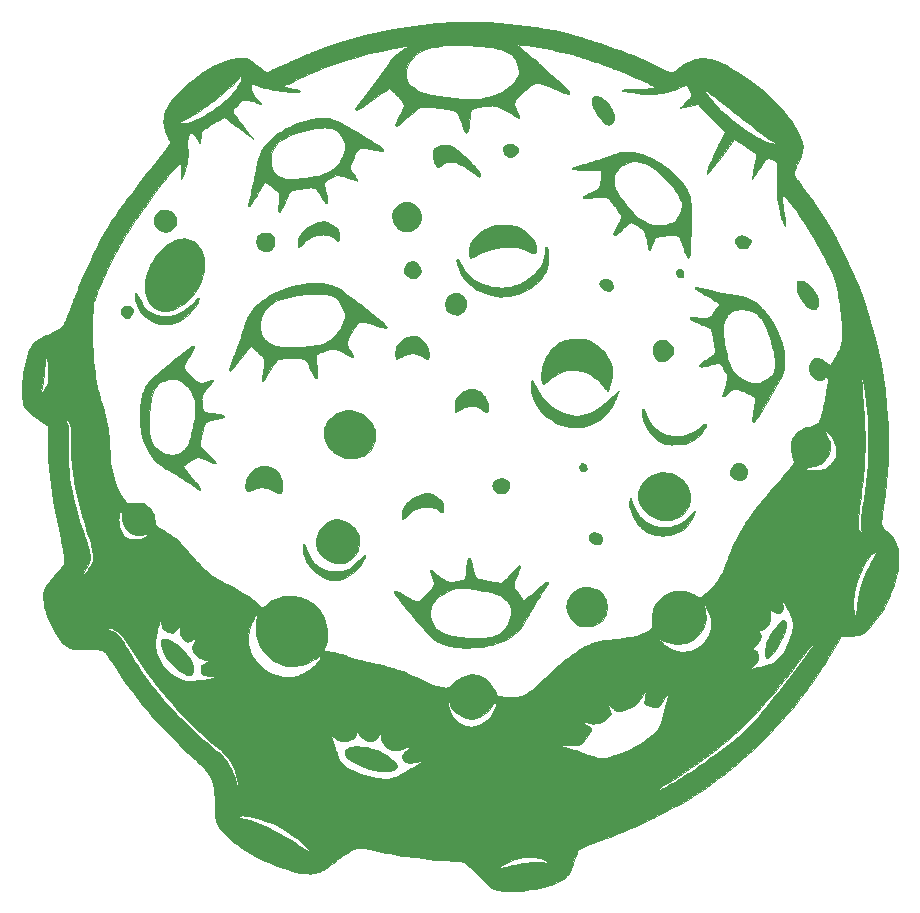
<source format=gbr>
G04 #@! TF.GenerationSoftware,KiCad,Pcbnew,5.1.4-e60b266~84~ubuntu18.04.1*
G04 #@! TF.CreationDate,2019-10-20T18:55:26-06:00*
G04 #@! TF.ProjectId,001,3030312e-6b69-4636-9164-5f7063625858,rev?*
G04 #@! TF.SameCoordinates,Original*
G04 #@! TF.FileFunction,Legend,Top*
G04 #@! TF.FilePolarity,Positive*
%FSLAX46Y46*%
G04 Gerber Fmt 4.6, Leading zero omitted, Abs format (unit mm)*
G04 Created by KiCad (PCBNEW 5.1.4-e60b266~84~ubuntu18.04.1) date 2019-10-20 18:55:26*
%MOMM*%
%LPD*%
G04 APERTURE LIST*
%ADD10C,0.010000*%
G04 APERTURE END LIST*
D10*
G36*
X179187266Y-119488746D02*
G01*
X179244356Y-119536463D01*
X179282885Y-119614987D01*
X179302915Y-119721936D01*
X179304507Y-119854928D01*
X179287724Y-120011578D01*
X179252627Y-120189504D01*
X179199279Y-120386324D01*
X179127741Y-120599655D01*
X179038076Y-120827113D01*
X178979014Y-120961874D01*
X178828017Y-121269267D01*
X178651953Y-121580170D01*
X178447303Y-121900355D01*
X178210546Y-122235595D01*
X178164705Y-122297373D01*
X178051440Y-122440794D01*
X177952657Y-122547283D01*
X177865670Y-122618602D01*
X177787796Y-122656517D01*
X177716351Y-122662790D01*
X177648652Y-122639186D01*
X177646541Y-122637971D01*
X177602024Y-122601466D01*
X177570538Y-122547885D01*
X177550434Y-122470994D01*
X177540063Y-122364559D01*
X177537741Y-122226917D01*
X177550799Y-121984526D01*
X177588180Y-121745826D01*
X177651877Y-121503507D01*
X177743883Y-121250260D01*
X177866192Y-120978773D01*
X177892699Y-120925167D01*
X178006236Y-120711160D01*
X178129453Y-120501634D01*
X178259109Y-120300711D01*
X178391962Y-120112515D01*
X178524768Y-119941168D01*
X178654285Y-119790795D01*
X178777271Y-119665518D01*
X178890483Y-119569461D01*
X178990679Y-119506747D01*
X179017153Y-119495265D01*
X179111552Y-119474219D01*
X179187266Y-119488746D01*
X179187266Y-119488746D01*
G37*
X179187266Y-119488746D02*
X179244356Y-119536463D01*
X179282885Y-119614987D01*
X179302915Y-119721936D01*
X179304507Y-119854928D01*
X179287724Y-120011578D01*
X179252627Y-120189504D01*
X179199279Y-120386324D01*
X179127741Y-120599655D01*
X179038076Y-120827113D01*
X178979014Y-120961874D01*
X178828017Y-121269267D01*
X178651953Y-121580170D01*
X178447303Y-121900355D01*
X178210546Y-122235595D01*
X178164705Y-122297373D01*
X178051440Y-122440794D01*
X177952657Y-122547283D01*
X177865670Y-122618602D01*
X177787796Y-122656517D01*
X177716351Y-122662790D01*
X177648652Y-122639186D01*
X177646541Y-122637971D01*
X177602024Y-122601466D01*
X177570538Y-122547885D01*
X177550434Y-122470994D01*
X177540063Y-122364559D01*
X177537741Y-122226917D01*
X177550799Y-121984526D01*
X177588180Y-121745826D01*
X177651877Y-121503507D01*
X177743883Y-121250260D01*
X177866192Y-120978773D01*
X177892699Y-120925167D01*
X178006236Y-120711160D01*
X178129453Y-120501634D01*
X178259109Y-120300711D01*
X178391962Y-120112515D01*
X178524768Y-119941168D01*
X178654285Y-119790795D01*
X178777271Y-119665518D01*
X178890483Y-119569461D01*
X178990679Y-119506747D01*
X179017153Y-119495265D01*
X179111552Y-119474219D01*
X179187266Y-119488746D01*
G36*
X126825939Y-121065850D02*
G01*
X126906215Y-121071078D01*
X126971452Y-121082414D01*
X127035282Y-121102045D01*
X127094194Y-121125070D01*
X127305241Y-121227812D01*
X127526223Y-121364832D01*
X127751802Y-121530926D01*
X127976641Y-121720889D01*
X128195404Y-121929516D01*
X128402752Y-122151603D01*
X128593348Y-122381945D01*
X128761855Y-122615339D01*
X128902936Y-122846579D01*
X128948425Y-122933162D01*
X129031340Y-123125633D01*
X129088760Y-123317424D01*
X129119920Y-123502152D01*
X129124057Y-123673434D01*
X129100405Y-123824888D01*
X129066257Y-123917021D01*
X128994326Y-124025037D01*
X128902537Y-124095671D01*
X128790930Y-124128908D01*
X128659545Y-124124730D01*
X128588216Y-124109091D01*
X128459986Y-124061061D01*
X128311111Y-123983061D01*
X128146309Y-123879016D01*
X127970301Y-123752849D01*
X127787806Y-123608484D01*
X127603544Y-123449844D01*
X127422234Y-123280854D01*
X127248597Y-123105436D01*
X127087351Y-122927515D01*
X126943217Y-122751013D01*
X126923639Y-122725268D01*
X126783677Y-122518202D01*
X126659866Y-122293056D01*
X126555337Y-122058124D01*
X126473222Y-121821700D01*
X126416651Y-121592077D01*
X126388756Y-121377550D01*
X126386327Y-121302055D01*
X126390442Y-121222259D01*
X126406174Y-121167495D01*
X126436537Y-121122968D01*
X126460405Y-121097220D01*
X126485007Y-121080405D01*
X126519438Y-121070627D01*
X126572795Y-121065993D01*
X126654172Y-121064607D01*
X126716996Y-121064544D01*
X126825939Y-121065850D01*
X126825939Y-121065850D01*
G37*
X126825939Y-121065850D02*
X126906215Y-121071078D01*
X126971452Y-121082414D01*
X127035282Y-121102045D01*
X127094194Y-121125070D01*
X127305241Y-121227812D01*
X127526223Y-121364832D01*
X127751802Y-121530926D01*
X127976641Y-121720889D01*
X128195404Y-121929516D01*
X128402752Y-122151603D01*
X128593348Y-122381945D01*
X128761855Y-122615339D01*
X128902936Y-122846579D01*
X128948425Y-122933162D01*
X129031340Y-123125633D01*
X129088760Y-123317424D01*
X129119920Y-123502152D01*
X129124057Y-123673434D01*
X129100405Y-123824888D01*
X129066257Y-123917021D01*
X128994326Y-124025037D01*
X128902537Y-124095671D01*
X128790930Y-124128908D01*
X128659545Y-124124730D01*
X128588216Y-124109091D01*
X128459986Y-124061061D01*
X128311111Y-123983061D01*
X128146309Y-123879016D01*
X127970301Y-123752849D01*
X127787806Y-123608484D01*
X127603544Y-123449844D01*
X127422234Y-123280854D01*
X127248597Y-123105436D01*
X127087351Y-122927515D01*
X126943217Y-122751013D01*
X126923639Y-122725268D01*
X126783677Y-122518202D01*
X126659866Y-122293056D01*
X126555337Y-122058124D01*
X126473222Y-121821700D01*
X126416651Y-121592077D01*
X126388756Y-121377550D01*
X126386327Y-121302055D01*
X126390442Y-121222259D01*
X126406174Y-121167495D01*
X126436537Y-121122968D01*
X126460405Y-121097220D01*
X126485007Y-121080405D01*
X126519438Y-121070627D01*
X126572795Y-121065993D01*
X126654172Y-121064607D01*
X126716996Y-121064544D01*
X126825939Y-121065850D01*
G36*
X163204403Y-75102583D02*
G01*
X163230033Y-75104165D01*
X163318175Y-75113487D01*
X163397624Y-75132009D01*
X163484362Y-75164399D01*
X163569409Y-75203274D01*
X163748363Y-75301665D01*
X163919334Y-75419468D01*
X164070053Y-75547532D01*
X164164181Y-75646893D01*
X164218863Y-75710326D01*
X164267533Y-75764110D01*
X164299920Y-75796905D01*
X164300585Y-75797492D01*
X164337596Y-75840937D01*
X164386595Y-75913867D01*
X164442400Y-76007073D01*
X164499824Y-76111347D01*
X164553684Y-76217480D01*
X164598796Y-76316264D01*
X164614678Y-76355393D01*
X164678478Y-76549056D01*
X164719571Y-76736836D01*
X164737479Y-76912329D01*
X164731727Y-77069130D01*
X164701838Y-77200835D01*
X164681130Y-77248772D01*
X164609509Y-77353752D01*
X164515726Y-77442753D01*
X164418055Y-77500677D01*
X164365931Y-77520929D01*
X164324682Y-77529354D01*
X164281193Y-77524953D01*
X164222347Y-77506728D01*
X164152638Y-77480460D01*
X164034803Y-77428154D01*
X163929369Y-77364275D01*
X163825109Y-77280853D01*
X163710799Y-77169920D01*
X163701354Y-77160108D01*
X163532604Y-76967447D01*
X163372985Y-76753475D01*
X163231687Y-76531581D01*
X163117901Y-76315160D01*
X163110799Y-76299670D01*
X163066571Y-76190586D01*
X163020816Y-76058012D01*
X162976789Y-75913554D01*
X162937742Y-75768821D01*
X162906930Y-75635418D01*
X162887604Y-75524953D01*
X162883825Y-75489862D01*
X162882071Y-75375390D01*
X162900695Y-75287916D01*
X162944217Y-75215186D01*
X163008323Y-75152282D01*
X163047604Y-75122161D01*
X163084251Y-75105818D01*
X163131954Y-75100282D01*
X163204403Y-75102583D01*
X163204403Y-75102583D01*
G37*
X163204403Y-75102583D02*
X163230033Y-75104165D01*
X163318175Y-75113487D01*
X163397624Y-75132009D01*
X163484362Y-75164399D01*
X163569409Y-75203274D01*
X163748363Y-75301665D01*
X163919334Y-75419468D01*
X164070053Y-75547532D01*
X164164181Y-75646893D01*
X164218863Y-75710326D01*
X164267533Y-75764110D01*
X164299920Y-75796905D01*
X164300585Y-75797492D01*
X164337596Y-75840937D01*
X164386595Y-75913867D01*
X164442400Y-76007073D01*
X164499824Y-76111347D01*
X164553684Y-76217480D01*
X164598796Y-76316264D01*
X164614678Y-76355393D01*
X164678478Y-76549056D01*
X164719571Y-76736836D01*
X164737479Y-76912329D01*
X164731727Y-77069130D01*
X164701838Y-77200835D01*
X164681130Y-77248772D01*
X164609509Y-77353752D01*
X164515726Y-77442753D01*
X164418055Y-77500677D01*
X164365931Y-77520929D01*
X164324682Y-77529354D01*
X164281193Y-77524953D01*
X164222347Y-77506728D01*
X164152638Y-77480460D01*
X164034803Y-77428154D01*
X163929369Y-77364275D01*
X163825109Y-77280853D01*
X163710799Y-77169920D01*
X163701354Y-77160108D01*
X163532604Y-76967447D01*
X163372985Y-76753475D01*
X163231687Y-76531581D01*
X163117901Y-76315160D01*
X163110799Y-76299670D01*
X163066571Y-76190586D01*
X163020816Y-76058012D01*
X162976789Y-75913554D01*
X162937742Y-75768821D01*
X162906930Y-75635418D01*
X162887604Y-75524953D01*
X162883825Y-75489862D01*
X162882071Y-75375390D01*
X162900695Y-75287916D01*
X162944217Y-75215186D01*
X163008323Y-75152282D01*
X163047604Y-75122161D01*
X163084251Y-75105818D01*
X163131954Y-75100282D01*
X163204403Y-75102583D01*
G36*
X156091311Y-79187641D02*
G01*
X156117488Y-79194717D01*
X156263580Y-79247705D01*
X156396381Y-79316479D01*
X156509566Y-79396205D01*
X156596812Y-79482050D01*
X156651795Y-79569181D01*
X156665587Y-79613656D01*
X156663452Y-79710933D01*
X156625910Y-79812316D01*
X156558985Y-79913225D01*
X156468701Y-80009079D01*
X156361084Y-80095295D01*
X156242156Y-80167293D01*
X156117945Y-80220492D01*
X155994472Y-80250310D01*
X155877764Y-80252166D01*
X155836027Y-80244483D01*
X155696473Y-80188285D01*
X155575280Y-80094015D01*
X155472392Y-79961616D01*
X155412584Y-79849190D01*
X155370591Y-79714490D01*
X155364743Y-79579465D01*
X155394555Y-79453051D01*
X155438586Y-79371301D01*
X155528671Y-79278534D01*
X155646219Y-79211904D01*
X155783997Y-79173291D01*
X155934772Y-79164576D01*
X156091311Y-79187641D01*
X156091311Y-79187641D01*
G37*
X156091311Y-79187641D02*
X156117488Y-79194717D01*
X156263580Y-79247705D01*
X156396381Y-79316479D01*
X156509566Y-79396205D01*
X156596812Y-79482050D01*
X156651795Y-79569181D01*
X156665587Y-79613656D01*
X156663452Y-79710933D01*
X156625910Y-79812316D01*
X156558985Y-79913225D01*
X156468701Y-80009079D01*
X156361084Y-80095295D01*
X156242156Y-80167293D01*
X156117945Y-80220492D01*
X155994472Y-80250310D01*
X155877764Y-80252166D01*
X155836027Y-80244483D01*
X155696473Y-80188285D01*
X155575280Y-80094015D01*
X155472392Y-79961616D01*
X155412584Y-79849190D01*
X155370591Y-79714490D01*
X155364743Y-79579465D01*
X155394555Y-79453051D01*
X155438586Y-79371301D01*
X155528671Y-79278534D01*
X155646219Y-79211904D01*
X155783997Y-79173291D01*
X155934772Y-79164576D01*
X156091311Y-79187641D01*
G36*
X150576275Y-79253870D02*
G01*
X150750576Y-79282814D01*
X150919312Y-79333994D01*
X151089729Y-79410245D01*
X151269070Y-79514401D01*
X151464580Y-79649296D01*
X151509489Y-79682635D01*
X151728863Y-79854803D01*
X151954678Y-80047374D01*
X152191928Y-80264828D01*
X152445608Y-80511642D01*
X152539894Y-80606495D01*
X152765935Y-80840840D01*
X152957854Y-81051020D01*
X153115957Y-81237500D01*
X153240551Y-81400747D01*
X153331944Y-81541227D01*
X153390441Y-81659406D01*
X153416350Y-81755753D01*
X153409977Y-81830731D01*
X153377292Y-81879970D01*
X153338526Y-81906689D01*
X153297508Y-81911065D01*
X153242787Y-81891976D01*
X153185116Y-81861157D01*
X153138983Y-81831230D01*
X153066821Y-81780088D01*
X152975685Y-81712931D01*
X152872628Y-81634956D01*
X152764705Y-81551363D01*
X152764317Y-81551059D01*
X152502636Y-81351394D01*
X152264399Y-81181624D01*
X152045623Y-81039395D01*
X151842323Y-80922356D01*
X151650516Y-80828156D01*
X151466218Y-80754443D01*
X151352250Y-80717487D01*
X151189903Y-80680739D01*
X151017702Y-80661375D01*
X150844646Y-80658862D01*
X150679729Y-80672668D01*
X150531949Y-80702260D01*
X150410302Y-80747106D01*
X150360508Y-80776175D01*
X150312171Y-80813268D01*
X150246304Y-80868298D01*
X150176165Y-80930147D01*
X150167713Y-80937844D01*
X150064308Y-81027191D01*
X149978485Y-81090574D01*
X149913876Y-81125494D01*
X149885986Y-81131754D01*
X149843241Y-81114571D01*
X149787875Y-81068365D01*
X149727213Y-81001455D01*
X149668579Y-80922158D01*
X149619298Y-80838791D01*
X149608609Y-80816800D01*
X149554903Y-80683147D01*
X149506794Y-80530983D01*
X149466012Y-80369476D01*
X149434285Y-80207790D01*
X149413339Y-80055094D01*
X149404904Y-79920553D01*
X149410706Y-79813335D01*
X149415029Y-79789852D01*
X149446901Y-79680002D01*
X149491700Y-79595046D01*
X149559312Y-79517655D01*
X149582703Y-79495859D01*
X149730127Y-79388942D01*
X149903506Y-79311829D01*
X150104645Y-79263957D01*
X150335347Y-79244764D01*
X150389167Y-79244330D01*
X150576275Y-79253870D01*
X150576275Y-79253870D01*
G37*
X150576275Y-79253870D02*
X150750576Y-79282814D01*
X150919312Y-79333994D01*
X151089729Y-79410245D01*
X151269070Y-79514401D01*
X151464580Y-79649296D01*
X151509489Y-79682635D01*
X151728863Y-79854803D01*
X151954678Y-80047374D01*
X152191928Y-80264828D01*
X152445608Y-80511642D01*
X152539894Y-80606495D01*
X152765935Y-80840840D01*
X152957854Y-81051020D01*
X153115957Y-81237500D01*
X153240551Y-81400747D01*
X153331944Y-81541227D01*
X153390441Y-81659406D01*
X153416350Y-81755753D01*
X153409977Y-81830731D01*
X153377292Y-81879970D01*
X153338526Y-81906689D01*
X153297508Y-81911065D01*
X153242787Y-81891976D01*
X153185116Y-81861157D01*
X153138983Y-81831230D01*
X153066821Y-81780088D01*
X152975685Y-81712931D01*
X152872628Y-81634956D01*
X152764705Y-81551363D01*
X152764317Y-81551059D01*
X152502636Y-81351394D01*
X152264399Y-81181624D01*
X152045623Y-81039395D01*
X151842323Y-80922356D01*
X151650516Y-80828156D01*
X151466218Y-80754443D01*
X151352250Y-80717487D01*
X151189903Y-80680739D01*
X151017702Y-80661375D01*
X150844646Y-80658862D01*
X150679729Y-80672668D01*
X150531949Y-80702260D01*
X150410302Y-80747106D01*
X150360508Y-80776175D01*
X150312171Y-80813268D01*
X150246304Y-80868298D01*
X150176165Y-80930147D01*
X150167713Y-80937844D01*
X150064308Y-81027191D01*
X149978485Y-81090574D01*
X149913876Y-81125494D01*
X149885986Y-81131754D01*
X149843241Y-81114571D01*
X149787875Y-81068365D01*
X149727213Y-81001455D01*
X149668579Y-80922158D01*
X149619298Y-80838791D01*
X149608609Y-80816800D01*
X149554903Y-80683147D01*
X149506794Y-80530983D01*
X149466012Y-80369476D01*
X149434285Y-80207790D01*
X149413339Y-80055094D01*
X149404904Y-79920553D01*
X149410706Y-79813335D01*
X149415029Y-79789852D01*
X149446901Y-79680002D01*
X149491700Y-79595046D01*
X149559312Y-79517655D01*
X149582703Y-79495859D01*
X149730127Y-79388942D01*
X149903506Y-79311829D01*
X150104645Y-79263957D01*
X150335347Y-79244764D01*
X150389167Y-79244330D01*
X150576275Y-79253870D01*
G36*
X140329315Y-76961171D02*
G01*
X140589039Y-76986912D01*
X140826256Y-77031799D01*
X141049381Y-77097587D01*
X141266831Y-77186030D01*
X141350787Y-77226477D01*
X141513004Y-77310015D01*
X141700352Y-77410283D01*
X141909181Y-77525088D01*
X142135836Y-77652234D01*
X142376665Y-77789528D01*
X142628015Y-77934777D01*
X142886234Y-78085785D01*
X143147669Y-78240359D01*
X143408667Y-78396305D01*
X143665575Y-78551429D01*
X143914740Y-78703536D01*
X144152510Y-78850433D01*
X144375231Y-78989926D01*
X144579252Y-79119820D01*
X144760919Y-79237921D01*
X144916580Y-79342036D01*
X145042581Y-79429971D01*
X145135270Y-79499530D01*
X145135817Y-79499967D01*
X145207618Y-79566503D01*
X145239986Y-79621295D01*
X145233432Y-79666629D01*
X145188462Y-79704791D01*
X145182167Y-79708149D01*
X145145265Y-79720182D01*
X145091215Y-79725730D01*
X145016902Y-79724397D01*
X144919213Y-79715790D01*
X144795034Y-79699516D01*
X144641253Y-79675180D01*
X144454754Y-79642388D01*
X144232426Y-79600747D01*
X144043184Y-79564038D01*
X143828853Y-79524229D01*
X143650454Y-79496788D01*
X143503321Y-79482090D01*
X143382787Y-79480511D01*
X143284185Y-79492426D01*
X143202849Y-79518210D01*
X143134112Y-79558240D01*
X143073308Y-79612889D01*
X143045703Y-79644261D01*
X142996437Y-79714234D01*
X142935061Y-79818382D01*
X142864365Y-79951256D01*
X142787137Y-80107404D01*
X142706169Y-80281379D01*
X142624577Y-80466963D01*
X142557376Y-80627637D01*
X142506816Y-80757652D01*
X142470760Y-80864292D01*
X142447071Y-80954837D01*
X142433610Y-81036571D01*
X142428241Y-81116776D01*
X142427916Y-81137023D01*
X142430311Y-81214397D01*
X142440642Y-81285941D01*
X142461745Y-81356719D01*
X142496453Y-81431791D01*
X142547602Y-81516219D01*
X142618025Y-81615066D01*
X142710557Y-81733393D01*
X142828032Y-81876262D01*
X142869709Y-81926031D01*
X142955441Y-82032456D01*
X143011547Y-82113445D01*
X143039427Y-82172361D01*
X143040481Y-82212570D01*
X143016108Y-82237437D01*
X143001668Y-82243189D01*
X142978349Y-82247711D01*
X142948508Y-82246310D01*
X142906849Y-82237315D01*
X142848080Y-82219052D01*
X142766905Y-82189851D01*
X142658031Y-82148039D01*
X142516164Y-82091944D01*
X142490966Y-82081898D01*
X142271814Y-81997379D01*
X142083158Y-81931513D01*
X141918369Y-81882606D01*
X141770820Y-81848964D01*
X141633882Y-81828892D01*
X141500929Y-81820697D01*
X141467417Y-81820305D01*
X141234584Y-81819750D01*
X140927667Y-81975480D01*
X140731630Y-82076606D01*
X140572118Y-82162682D01*
X140446688Y-82235201D01*
X140352896Y-82295656D01*
X140288300Y-82345539D01*
X140250458Y-82386343D01*
X140247258Y-82391250D01*
X140226390Y-82434179D01*
X140214397Y-82484888D01*
X140211788Y-82548723D01*
X140219074Y-82631031D01*
X140236763Y-82737160D01*
X140265366Y-82872456D01*
X140305392Y-83042267D01*
X140311810Y-83068584D01*
X140371582Y-83318220D01*
X140419205Y-83530012D01*
X140454884Y-83706606D01*
X140478822Y-83850647D01*
X140491224Y-83964782D01*
X140492294Y-84051657D01*
X140482236Y-84113919D01*
X140461253Y-84154213D01*
X140429552Y-84175185D01*
X140397537Y-84179834D01*
X140370195Y-84173689D01*
X140338559Y-84153047D01*
X140300099Y-84114595D01*
X140252286Y-84055020D01*
X140192589Y-83971011D01*
X140118481Y-83859255D01*
X140027430Y-83716439D01*
X139954000Y-83599012D01*
X139836410Y-83411553D01*
X139736287Y-83257424D01*
X139649735Y-83133407D01*
X139572858Y-83036282D01*
X139501762Y-82962831D01*
X139432550Y-82909837D01*
X139361327Y-82874079D01*
X139284198Y-82852341D01*
X139197267Y-82841403D01*
X139096638Y-82838046D01*
X139033250Y-82838275D01*
X138911053Y-82843514D01*
X138762258Y-82856148D01*
X138593946Y-82875019D01*
X138413196Y-82898966D01*
X138227088Y-82926832D01*
X138042700Y-82957457D01*
X137867112Y-82989682D01*
X137707405Y-83022348D01*
X137570656Y-83054296D01*
X137463946Y-83084368D01*
X137410192Y-83103990D01*
X137343998Y-83138461D01*
X137294614Y-83182645D01*
X137247621Y-83250172D01*
X137237475Y-83267277D01*
X137186748Y-83360477D01*
X137122790Y-83488230D01*
X137047865Y-83645696D01*
X136964236Y-83828033D01*
X136874167Y-84030398D01*
X136790964Y-84222167D01*
X136707106Y-84414530D01*
X136636110Y-84570001D01*
X136576367Y-84691472D01*
X136526269Y-84781836D01*
X136484208Y-84843984D01*
X136448576Y-84880808D01*
X136417764Y-84895200D01*
X136416579Y-84895354D01*
X136365622Y-84888217D01*
X136347787Y-84867164D01*
X136338858Y-84816631D01*
X136335143Y-84727780D01*
X136336543Y-84604291D01*
X136342962Y-84449845D01*
X136354301Y-84268122D01*
X136368524Y-84085579D01*
X136384327Y-83873088D01*
X136391839Y-83696927D01*
X136390066Y-83551728D01*
X136378013Y-83432119D01*
X136354684Y-83332732D01*
X136319084Y-83248197D01*
X136270220Y-83173144D01*
X136207095Y-83102204D01*
X136181762Y-83077648D01*
X136109244Y-83014477D01*
X136009395Y-82934539D01*
X135890528Y-82843908D01*
X135760955Y-82748658D01*
X135628988Y-82654863D01*
X135502940Y-82568596D01*
X135391122Y-82495932D01*
X135356345Y-82474510D01*
X135186858Y-82372051D01*
X135126985Y-82445150D01*
X135101551Y-82479281D01*
X135065640Y-82532767D01*
X135017809Y-82607983D01*
X134956617Y-82707302D01*
X134880620Y-82833101D01*
X134788376Y-82987753D01*
X134678441Y-83173633D01*
X134549373Y-83393115D01*
X134503844Y-83470750D01*
X134417623Y-83615464D01*
X134327233Y-83762942D01*
X134236442Y-83907397D01*
X134149022Y-84043039D01*
X134068742Y-84164081D01*
X133999373Y-84264736D01*
X133944684Y-84339214D01*
X133914444Y-84375625D01*
X133859192Y-84419319D01*
X133809185Y-84431962D01*
X133772876Y-84412554D01*
X133763383Y-84393495D01*
X133765208Y-84363216D01*
X133776690Y-84297605D01*
X133796598Y-84202239D01*
X133823705Y-84082697D01*
X133856779Y-83944556D01*
X133894593Y-83793394D01*
X133902180Y-83763787D01*
X133989738Y-83419996D01*
X134066716Y-83109876D01*
X134134625Y-82826526D01*
X134194977Y-82563047D01*
X134249284Y-82312540D01*
X134299058Y-82068106D01*
X134345811Y-81822844D01*
X134391054Y-81569855D01*
X134419705Y-81401952D01*
X134445111Y-81253352D01*
X134471376Y-81104534D01*
X134496639Y-80965697D01*
X134519042Y-80847041D01*
X134536725Y-80758765D01*
X134538412Y-80750834D01*
X134603466Y-80501116D01*
X135681865Y-80501116D01*
X135697080Y-80746435D01*
X135741631Y-80985246D01*
X135813613Y-81210547D01*
X135911124Y-81415342D01*
X136032261Y-81592632D01*
X136074502Y-81641117D01*
X136126912Y-81694811D01*
X136179052Y-81740008D01*
X136239443Y-81782351D01*
X136316608Y-81827481D01*
X136419070Y-81881043D01*
X136491624Y-81917293D01*
X136605914Y-81972379D01*
X136718197Y-82023885D01*
X136817980Y-82067174D01*
X136894770Y-82097608D01*
X136916584Y-82105107D01*
X137015171Y-82127964D01*
X137140133Y-82141601D01*
X137294757Y-82146055D01*
X137482330Y-82141364D01*
X137706138Y-82127568D01*
X137847917Y-82115932D01*
X138278156Y-82072836D01*
X138675682Y-82021787D01*
X139049609Y-81961352D01*
X139409053Y-81890100D01*
X139673188Y-81829049D01*
X139983016Y-81744817D01*
X140257316Y-81651598D01*
X140502486Y-81546247D01*
X140724927Y-81425623D01*
X140931037Y-81286581D01*
X141127217Y-81125980D01*
X141154145Y-81101695D01*
X141351523Y-80899270D01*
X141529197Y-80672297D01*
X141684033Y-80427218D01*
X141812899Y-80170476D01*
X141912660Y-79908514D01*
X141980185Y-79647775D01*
X142012340Y-79394701D01*
X142014498Y-79332490D01*
X142017750Y-79110064D01*
X141915703Y-78898574D01*
X141807542Y-78693225D01*
X141686894Y-78497159D01*
X141558696Y-78316908D01*
X141427888Y-78159009D01*
X141299406Y-78029994D01*
X141199019Y-77950181D01*
X141072201Y-77883171D01*
X140910115Y-77830181D01*
X140717570Y-77791586D01*
X140499371Y-77767762D01*
X140260327Y-77759085D01*
X140005244Y-77765930D01*
X139738930Y-77788672D01*
X139518923Y-77818903D01*
X139391984Y-77841338D01*
X139234093Y-77872389D01*
X139055232Y-77909881D01*
X138865382Y-77951635D01*
X138674525Y-77995475D01*
X138492644Y-78039224D01*
X138387667Y-78065629D01*
X138122349Y-78139544D01*
X137854547Y-78225035D01*
X137590674Y-78319436D01*
X137337141Y-78420082D01*
X137100362Y-78524306D01*
X136886750Y-78629442D01*
X136702716Y-78732825D01*
X136567334Y-78822417D01*
X136329414Y-79020542D01*
X136127372Y-79240286D01*
X135961856Y-79480581D01*
X135833513Y-79740357D01*
X135742993Y-80018545D01*
X135697889Y-80256285D01*
X135681865Y-80501116D01*
X134603466Y-80501116D01*
X134630618Y-80396892D01*
X134750492Y-80061620D01*
X134895647Y-79750508D01*
X135063693Y-79469049D01*
X135145918Y-79353834D01*
X135287785Y-79180552D01*
X135459715Y-78994520D01*
X135654226Y-78802539D01*
X135863834Y-78611413D01*
X136081055Y-78427942D01*
X136298406Y-78258931D01*
X136508403Y-78111180D01*
X136525000Y-78100261D01*
X136756013Y-77959782D01*
X137020944Y-77817176D01*
X137311742Y-77675837D01*
X137620354Y-77539164D01*
X137938729Y-77410553D01*
X138258812Y-77293401D01*
X138572553Y-77191105D01*
X138871900Y-77107062D01*
X138890523Y-77102348D01*
X139125203Y-77046848D01*
X139333821Y-77005912D01*
X139529401Y-76977842D01*
X139724966Y-76960943D01*
X139933542Y-76953518D01*
X140038667Y-76952819D01*
X140329315Y-76961171D01*
X140329315Y-76961171D01*
G37*
X140329315Y-76961171D02*
X140589039Y-76986912D01*
X140826256Y-77031799D01*
X141049381Y-77097587D01*
X141266831Y-77186030D01*
X141350787Y-77226477D01*
X141513004Y-77310015D01*
X141700352Y-77410283D01*
X141909181Y-77525088D01*
X142135836Y-77652234D01*
X142376665Y-77789528D01*
X142628015Y-77934777D01*
X142886234Y-78085785D01*
X143147669Y-78240359D01*
X143408667Y-78396305D01*
X143665575Y-78551429D01*
X143914740Y-78703536D01*
X144152510Y-78850433D01*
X144375231Y-78989926D01*
X144579252Y-79119820D01*
X144760919Y-79237921D01*
X144916580Y-79342036D01*
X145042581Y-79429971D01*
X145135270Y-79499530D01*
X145135817Y-79499967D01*
X145207618Y-79566503D01*
X145239986Y-79621295D01*
X145233432Y-79666629D01*
X145188462Y-79704791D01*
X145182167Y-79708149D01*
X145145265Y-79720182D01*
X145091215Y-79725730D01*
X145016902Y-79724397D01*
X144919213Y-79715790D01*
X144795034Y-79699516D01*
X144641253Y-79675180D01*
X144454754Y-79642388D01*
X144232426Y-79600747D01*
X144043184Y-79564038D01*
X143828853Y-79524229D01*
X143650454Y-79496788D01*
X143503321Y-79482090D01*
X143382787Y-79480511D01*
X143284185Y-79492426D01*
X143202849Y-79518210D01*
X143134112Y-79558240D01*
X143073308Y-79612889D01*
X143045703Y-79644261D01*
X142996437Y-79714234D01*
X142935061Y-79818382D01*
X142864365Y-79951256D01*
X142787137Y-80107404D01*
X142706169Y-80281379D01*
X142624577Y-80466963D01*
X142557376Y-80627637D01*
X142506816Y-80757652D01*
X142470760Y-80864292D01*
X142447071Y-80954837D01*
X142433610Y-81036571D01*
X142428241Y-81116776D01*
X142427916Y-81137023D01*
X142430311Y-81214397D01*
X142440642Y-81285941D01*
X142461745Y-81356719D01*
X142496453Y-81431791D01*
X142547602Y-81516219D01*
X142618025Y-81615066D01*
X142710557Y-81733393D01*
X142828032Y-81876262D01*
X142869709Y-81926031D01*
X142955441Y-82032456D01*
X143011547Y-82113445D01*
X143039427Y-82172361D01*
X143040481Y-82212570D01*
X143016108Y-82237437D01*
X143001668Y-82243189D01*
X142978349Y-82247711D01*
X142948508Y-82246310D01*
X142906849Y-82237315D01*
X142848080Y-82219052D01*
X142766905Y-82189851D01*
X142658031Y-82148039D01*
X142516164Y-82091944D01*
X142490966Y-82081898D01*
X142271814Y-81997379D01*
X142083158Y-81931513D01*
X141918369Y-81882606D01*
X141770820Y-81848964D01*
X141633882Y-81828892D01*
X141500929Y-81820697D01*
X141467417Y-81820305D01*
X141234584Y-81819750D01*
X140927667Y-81975480D01*
X140731630Y-82076606D01*
X140572118Y-82162682D01*
X140446688Y-82235201D01*
X140352896Y-82295656D01*
X140288300Y-82345539D01*
X140250458Y-82386343D01*
X140247258Y-82391250D01*
X140226390Y-82434179D01*
X140214397Y-82484888D01*
X140211788Y-82548723D01*
X140219074Y-82631031D01*
X140236763Y-82737160D01*
X140265366Y-82872456D01*
X140305392Y-83042267D01*
X140311810Y-83068584D01*
X140371582Y-83318220D01*
X140419205Y-83530012D01*
X140454884Y-83706606D01*
X140478822Y-83850647D01*
X140491224Y-83964782D01*
X140492294Y-84051657D01*
X140482236Y-84113919D01*
X140461253Y-84154213D01*
X140429552Y-84175185D01*
X140397537Y-84179834D01*
X140370195Y-84173689D01*
X140338559Y-84153047D01*
X140300099Y-84114595D01*
X140252286Y-84055020D01*
X140192589Y-83971011D01*
X140118481Y-83859255D01*
X140027430Y-83716439D01*
X139954000Y-83599012D01*
X139836410Y-83411553D01*
X139736287Y-83257424D01*
X139649735Y-83133407D01*
X139572858Y-83036282D01*
X139501762Y-82962831D01*
X139432550Y-82909837D01*
X139361327Y-82874079D01*
X139284198Y-82852341D01*
X139197267Y-82841403D01*
X139096638Y-82838046D01*
X139033250Y-82838275D01*
X138911053Y-82843514D01*
X138762258Y-82856148D01*
X138593946Y-82875019D01*
X138413196Y-82898966D01*
X138227088Y-82926832D01*
X138042700Y-82957457D01*
X137867112Y-82989682D01*
X137707405Y-83022348D01*
X137570656Y-83054296D01*
X137463946Y-83084368D01*
X137410192Y-83103990D01*
X137343998Y-83138461D01*
X137294614Y-83182645D01*
X137247621Y-83250172D01*
X137237475Y-83267277D01*
X137186748Y-83360477D01*
X137122790Y-83488230D01*
X137047865Y-83645696D01*
X136964236Y-83828033D01*
X136874167Y-84030398D01*
X136790964Y-84222167D01*
X136707106Y-84414530D01*
X136636110Y-84570001D01*
X136576367Y-84691472D01*
X136526269Y-84781836D01*
X136484208Y-84843984D01*
X136448576Y-84880808D01*
X136417764Y-84895200D01*
X136416579Y-84895354D01*
X136365622Y-84888217D01*
X136347787Y-84867164D01*
X136338858Y-84816631D01*
X136335143Y-84727780D01*
X136336543Y-84604291D01*
X136342962Y-84449845D01*
X136354301Y-84268122D01*
X136368524Y-84085579D01*
X136384327Y-83873088D01*
X136391839Y-83696927D01*
X136390066Y-83551728D01*
X136378013Y-83432119D01*
X136354684Y-83332732D01*
X136319084Y-83248197D01*
X136270220Y-83173144D01*
X136207095Y-83102204D01*
X136181762Y-83077648D01*
X136109244Y-83014477D01*
X136009395Y-82934539D01*
X135890528Y-82843908D01*
X135760955Y-82748658D01*
X135628988Y-82654863D01*
X135502940Y-82568596D01*
X135391122Y-82495932D01*
X135356345Y-82474510D01*
X135186858Y-82372051D01*
X135126985Y-82445150D01*
X135101551Y-82479281D01*
X135065640Y-82532767D01*
X135017809Y-82607983D01*
X134956617Y-82707302D01*
X134880620Y-82833101D01*
X134788376Y-82987753D01*
X134678441Y-83173633D01*
X134549373Y-83393115D01*
X134503844Y-83470750D01*
X134417623Y-83615464D01*
X134327233Y-83762942D01*
X134236442Y-83907397D01*
X134149022Y-84043039D01*
X134068742Y-84164081D01*
X133999373Y-84264736D01*
X133944684Y-84339214D01*
X133914444Y-84375625D01*
X133859192Y-84419319D01*
X133809185Y-84431962D01*
X133772876Y-84412554D01*
X133763383Y-84393495D01*
X133765208Y-84363216D01*
X133776690Y-84297605D01*
X133796598Y-84202239D01*
X133823705Y-84082697D01*
X133856779Y-83944556D01*
X133894593Y-83793394D01*
X133902180Y-83763787D01*
X133989738Y-83419996D01*
X134066716Y-83109876D01*
X134134625Y-82826526D01*
X134194977Y-82563047D01*
X134249284Y-82312540D01*
X134299058Y-82068106D01*
X134345811Y-81822844D01*
X134391054Y-81569855D01*
X134419705Y-81401952D01*
X134445111Y-81253352D01*
X134471376Y-81104534D01*
X134496639Y-80965697D01*
X134519042Y-80847041D01*
X134536725Y-80758765D01*
X134538412Y-80750834D01*
X134603466Y-80501116D01*
X135681865Y-80501116D01*
X135697080Y-80746435D01*
X135741631Y-80985246D01*
X135813613Y-81210547D01*
X135911124Y-81415342D01*
X136032261Y-81592632D01*
X136074502Y-81641117D01*
X136126912Y-81694811D01*
X136179052Y-81740008D01*
X136239443Y-81782351D01*
X136316608Y-81827481D01*
X136419070Y-81881043D01*
X136491624Y-81917293D01*
X136605914Y-81972379D01*
X136718197Y-82023885D01*
X136817980Y-82067174D01*
X136894770Y-82097608D01*
X136916584Y-82105107D01*
X137015171Y-82127964D01*
X137140133Y-82141601D01*
X137294757Y-82146055D01*
X137482330Y-82141364D01*
X137706138Y-82127568D01*
X137847917Y-82115932D01*
X138278156Y-82072836D01*
X138675682Y-82021787D01*
X139049609Y-81961352D01*
X139409053Y-81890100D01*
X139673188Y-81829049D01*
X139983016Y-81744817D01*
X140257316Y-81651598D01*
X140502486Y-81546247D01*
X140724927Y-81425623D01*
X140931037Y-81286581D01*
X141127217Y-81125980D01*
X141154145Y-81101695D01*
X141351523Y-80899270D01*
X141529197Y-80672297D01*
X141684033Y-80427218D01*
X141812899Y-80170476D01*
X141912660Y-79908514D01*
X141980185Y-79647775D01*
X142012340Y-79394701D01*
X142014498Y-79332490D01*
X142017750Y-79110064D01*
X141915703Y-78898574D01*
X141807542Y-78693225D01*
X141686894Y-78497159D01*
X141558696Y-78316908D01*
X141427888Y-78159009D01*
X141299406Y-78029994D01*
X141199019Y-77950181D01*
X141072201Y-77883171D01*
X140910115Y-77830181D01*
X140717570Y-77791586D01*
X140499371Y-77767762D01*
X140260327Y-77759085D01*
X140005244Y-77765930D01*
X139738930Y-77788672D01*
X139518923Y-77818903D01*
X139391984Y-77841338D01*
X139234093Y-77872389D01*
X139055232Y-77909881D01*
X138865382Y-77951635D01*
X138674525Y-77995475D01*
X138492644Y-78039224D01*
X138387667Y-78065629D01*
X138122349Y-78139544D01*
X137854547Y-78225035D01*
X137590674Y-78319436D01*
X137337141Y-78420082D01*
X137100362Y-78524306D01*
X136886750Y-78629442D01*
X136702716Y-78732825D01*
X136567334Y-78822417D01*
X136329414Y-79020542D01*
X136127372Y-79240286D01*
X135961856Y-79480581D01*
X135833513Y-79740357D01*
X135742993Y-80018545D01*
X135697889Y-80256285D01*
X135681865Y-80501116D01*
X134603466Y-80501116D01*
X134630618Y-80396892D01*
X134750492Y-80061620D01*
X134895647Y-79750508D01*
X135063693Y-79469049D01*
X135145918Y-79353834D01*
X135287785Y-79180552D01*
X135459715Y-78994520D01*
X135654226Y-78802539D01*
X135863834Y-78611413D01*
X136081055Y-78427942D01*
X136298406Y-78258931D01*
X136508403Y-78111180D01*
X136525000Y-78100261D01*
X136756013Y-77959782D01*
X137020944Y-77817176D01*
X137311742Y-77675837D01*
X137620354Y-77539164D01*
X137938729Y-77410553D01*
X138258812Y-77293401D01*
X138572553Y-77191105D01*
X138871900Y-77107062D01*
X138890523Y-77102348D01*
X139125203Y-77046848D01*
X139333821Y-77005912D01*
X139529401Y-76977842D01*
X139724966Y-76960943D01*
X139933542Y-76953518D01*
X140038667Y-76952819D01*
X140329315Y-76961171D01*
G36*
X147385439Y-84079065D02*
G01*
X147564154Y-84131987D01*
X147772915Y-84223903D01*
X147947346Y-84334327D01*
X148092895Y-84467284D01*
X148196925Y-84599476D01*
X148278921Y-84734210D01*
X148335720Y-84865069D01*
X148371631Y-85005676D01*
X148390965Y-85169654D01*
X148394035Y-85222439D01*
X148396110Y-85403034D01*
X148381748Y-85557025D01*
X148348594Y-85697731D01*
X148294289Y-85838470D01*
X148279374Y-85870542D01*
X148179273Y-86033767D01*
X148046380Y-86179993D01*
X147887370Y-86306102D01*
X147708916Y-86408975D01*
X147517694Y-86485493D01*
X147320376Y-86532538D01*
X147123638Y-86546990D01*
X146934154Y-86525732D01*
X146896667Y-86516642D01*
X146687323Y-86441737D01*
X146504944Y-86335409D01*
X146348253Y-86196474D01*
X146215973Y-86023748D01*
X146106828Y-85816047D01*
X146085271Y-85764231D01*
X146015295Y-85557995D01*
X145977202Y-85367265D01*
X145969081Y-85182050D01*
X145969975Y-85160813D01*
X145985193Y-85032036D01*
X146019765Y-84912454D01*
X146077724Y-84793634D01*
X146163097Y-84667141D01*
X146266791Y-84539667D01*
X146441630Y-84359427D01*
X146619458Y-84221095D01*
X146801515Y-84124282D01*
X146989039Y-84068598D01*
X147183267Y-84053656D01*
X147385439Y-84079065D01*
X147385439Y-84079065D01*
G37*
X147385439Y-84079065D02*
X147564154Y-84131987D01*
X147772915Y-84223903D01*
X147947346Y-84334327D01*
X148092895Y-84467284D01*
X148196925Y-84599476D01*
X148278921Y-84734210D01*
X148335720Y-84865069D01*
X148371631Y-85005676D01*
X148390965Y-85169654D01*
X148394035Y-85222439D01*
X148396110Y-85403034D01*
X148381748Y-85557025D01*
X148348594Y-85697731D01*
X148294289Y-85838470D01*
X148279374Y-85870542D01*
X148179273Y-86033767D01*
X148046380Y-86179993D01*
X147887370Y-86306102D01*
X147708916Y-86408975D01*
X147517694Y-86485493D01*
X147320376Y-86532538D01*
X147123638Y-86546990D01*
X146934154Y-86525732D01*
X146896667Y-86516642D01*
X146687323Y-86441737D01*
X146504944Y-86335409D01*
X146348253Y-86196474D01*
X146215973Y-86023748D01*
X146106828Y-85816047D01*
X146085271Y-85764231D01*
X146015295Y-85557995D01*
X145977202Y-85367265D01*
X145969081Y-85182050D01*
X145969975Y-85160813D01*
X145985193Y-85032036D01*
X146019765Y-84912454D01*
X146077724Y-84793634D01*
X146163097Y-84667141D01*
X146266791Y-84539667D01*
X146441630Y-84359427D01*
X146619458Y-84221095D01*
X146801515Y-84124282D01*
X146989039Y-84068598D01*
X147183267Y-84053656D01*
X147385439Y-84079065D01*
G36*
X126949304Y-84772904D02*
G01*
X127125779Y-84841928D01*
X127295145Y-84947506D01*
X127385116Y-85022773D01*
X127529958Y-85176928D01*
X127632638Y-85333022D01*
X127693116Y-85490967D01*
X127711355Y-85650674D01*
X127700902Y-85753446D01*
X127656182Y-85905264D01*
X127581237Y-86059148D01*
X127482972Y-86205854D01*
X127368295Y-86336144D01*
X127244113Y-86440775D01*
X127143353Y-86499435D01*
X127008812Y-86543624D01*
X126852962Y-86566719D01*
X126691635Y-86567941D01*
X126540663Y-86546510D01*
X126487718Y-86531748D01*
X126298454Y-86448922D01*
X126133438Y-86333780D01*
X125996627Y-86189690D01*
X125895677Y-86027624D01*
X125865124Y-85963271D01*
X125844981Y-85910568D01*
X125833086Y-85857640D01*
X125827278Y-85792610D01*
X125825396Y-85703605D01*
X125825250Y-85640705D01*
X125825983Y-85532877D01*
X125829577Y-85455380D01*
X125838127Y-85396222D01*
X125853727Y-85343406D01*
X125878471Y-85284939D01*
X125892666Y-85254606D01*
X125992994Y-85087303D01*
X126117689Y-84951664D01*
X126262256Y-84848390D01*
X126422198Y-84778179D01*
X126593018Y-84741728D01*
X126770219Y-84739737D01*
X126949304Y-84772904D01*
X126949304Y-84772904D01*
G37*
X126949304Y-84772904D02*
X127125779Y-84841928D01*
X127295145Y-84947506D01*
X127385116Y-85022773D01*
X127529958Y-85176928D01*
X127632638Y-85333022D01*
X127693116Y-85490967D01*
X127711355Y-85650674D01*
X127700902Y-85753446D01*
X127656182Y-85905264D01*
X127581237Y-86059148D01*
X127482972Y-86205854D01*
X127368295Y-86336144D01*
X127244113Y-86440775D01*
X127143353Y-86499435D01*
X127008812Y-86543624D01*
X126852962Y-86566719D01*
X126691635Y-86567941D01*
X126540663Y-86546510D01*
X126487718Y-86531748D01*
X126298454Y-86448922D01*
X126133438Y-86333780D01*
X125996627Y-86189690D01*
X125895677Y-86027624D01*
X125865124Y-85963271D01*
X125844981Y-85910568D01*
X125833086Y-85857640D01*
X125827278Y-85792610D01*
X125825396Y-85703605D01*
X125825250Y-85640705D01*
X125825983Y-85532877D01*
X125829577Y-85455380D01*
X125838127Y-85396222D01*
X125853727Y-85343406D01*
X125878471Y-85284939D01*
X125892666Y-85254606D01*
X125992994Y-85087303D01*
X126117689Y-84951664D01*
X126262256Y-84848390D01*
X126422198Y-84778179D01*
X126593018Y-84741728D01*
X126770219Y-84739737D01*
X126949304Y-84772904D01*
G36*
X140223633Y-85715556D02*
G01*
X140304075Y-85718816D01*
X140365958Y-85726815D01*
X140421165Y-85741452D01*
X140481577Y-85764625D01*
X140516688Y-85779675D01*
X140741968Y-85890911D01*
X140945807Y-86017975D01*
X141123477Y-86156983D01*
X141270252Y-86304052D01*
X141381404Y-86455297D01*
X141415956Y-86518374D01*
X141445654Y-86580309D01*
X141465901Y-86630589D01*
X141478502Y-86679758D01*
X141485266Y-86738361D01*
X141487999Y-86816942D01*
X141488508Y-86926045D01*
X141488506Y-86941708D01*
X141487378Y-87063327D01*
X141483463Y-87151057D01*
X141475845Y-87213304D01*
X141463604Y-87258470D01*
X141450920Y-87286042D01*
X141413851Y-87334823D01*
X141369078Y-87354514D01*
X141313365Y-87343845D01*
X141243473Y-87301548D01*
X141156166Y-87226351D01*
X141064902Y-87134629D01*
X140937950Y-87020305D01*
X140798634Y-86933815D01*
X140641007Y-86873048D01*
X140459119Y-86835895D01*
X140247023Y-86820246D01*
X140176250Y-86819429D01*
X139899894Y-86835092D01*
X139629154Y-86880234D01*
X139369569Y-86952609D01*
X139126681Y-87049968D01*
X138906027Y-87170065D01*
X138713148Y-87310653D01*
X138553584Y-87469485D01*
X138543308Y-87481834D01*
X138421168Y-87622438D01*
X138308909Y-87735266D01*
X138209301Y-87818000D01*
X138125111Y-87868322D01*
X138063018Y-87884000D01*
X138026050Y-87868987D01*
X138003967Y-87848862D01*
X137984267Y-87799233D01*
X137975555Y-87717262D01*
X137977391Y-87611372D01*
X137989333Y-87489982D01*
X138010942Y-87361513D01*
X138034816Y-87259584D01*
X138094725Y-87063732D01*
X138165705Y-86890215D01*
X138251668Y-86734833D01*
X138356527Y-86593386D01*
X138484192Y-86461675D01*
X138638577Y-86335500D01*
X138823592Y-86210662D01*
X139043151Y-86082961D01*
X139216320Y-85991246D01*
X139385727Y-85905927D01*
X139526340Y-85839838D01*
X139645783Y-85790630D01*
X139751684Y-85755955D01*
X139851668Y-85733463D01*
X139953361Y-85720806D01*
X140064389Y-85715635D01*
X140112750Y-85715138D01*
X140223633Y-85715556D01*
X140223633Y-85715556D01*
G37*
X140223633Y-85715556D02*
X140304075Y-85718816D01*
X140365958Y-85726815D01*
X140421165Y-85741452D01*
X140481577Y-85764625D01*
X140516688Y-85779675D01*
X140741968Y-85890911D01*
X140945807Y-86017975D01*
X141123477Y-86156983D01*
X141270252Y-86304052D01*
X141381404Y-86455297D01*
X141415956Y-86518374D01*
X141445654Y-86580309D01*
X141465901Y-86630589D01*
X141478502Y-86679758D01*
X141485266Y-86738361D01*
X141487999Y-86816942D01*
X141488508Y-86926045D01*
X141488506Y-86941708D01*
X141487378Y-87063327D01*
X141483463Y-87151057D01*
X141475845Y-87213304D01*
X141463604Y-87258470D01*
X141450920Y-87286042D01*
X141413851Y-87334823D01*
X141369078Y-87354514D01*
X141313365Y-87343845D01*
X141243473Y-87301548D01*
X141156166Y-87226351D01*
X141064902Y-87134629D01*
X140937950Y-87020305D01*
X140798634Y-86933815D01*
X140641007Y-86873048D01*
X140459119Y-86835895D01*
X140247023Y-86820246D01*
X140176250Y-86819429D01*
X139899894Y-86835092D01*
X139629154Y-86880234D01*
X139369569Y-86952609D01*
X139126681Y-87049968D01*
X138906027Y-87170065D01*
X138713148Y-87310653D01*
X138553584Y-87469485D01*
X138543308Y-87481834D01*
X138421168Y-87622438D01*
X138308909Y-87735266D01*
X138209301Y-87818000D01*
X138125111Y-87868322D01*
X138063018Y-87884000D01*
X138026050Y-87868987D01*
X138003967Y-87848862D01*
X137984267Y-87799233D01*
X137975555Y-87717262D01*
X137977391Y-87611372D01*
X137989333Y-87489982D01*
X138010942Y-87361513D01*
X138034816Y-87259584D01*
X138094725Y-87063732D01*
X138165705Y-86890215D01*
X138251668Y-86734833D01*
X138356527Y-86593386D01*
X138484192Y-86461675D01*
X138638577Y-86335500D01*
X138823592Y-86210662D01*
X139043151Y-86082961D01*
X139216320Y-85991246D01*
X139385727Y-85905927D01*
X139526340Y-85839838D01*
X139645783Y-85790630D01*
X139751684Y-85755955D01*
X139851668Y-85733463D01*
X139953361Y-85720806D01*
X140064389Y-85715635D01*
X140112750Y-85715138D01*
X140223633Y-85715556D01*
G36*
X175654941Y-86909926D02*
G01*
X175796362Y-86945166D01*
X175947875Y-87005604D01*
X176094048Y-87083644D01*
X176219450Y-87171693D01*
X176260046Y-87207732D01*
X176315848Y-87263229D01*
X176346701Y-87302594D01*
X176358719Y-87338458D01*
X176358014Y-87383454D01*
X176355701Y-87405399D01*
X176332659Y-87485461D01*
X176283994Y-87580745D01*
X176217156Y-87680053D01*
X176139601Y-87772185D01*
X176066476Y-87839970D01*
X175925281Y-87928355D01*
X175771673Y-87982873D01*
X175614704Y-88001135D01*
X175499742Y-87989504D01*
X175356520Y-87939543D01*
X175233842Y-87853705D01*
X175133950Y-87734284D01*
X175059084Y-87583576D01*
X175036731Y-87515340D01*
X175011196Y-87364600D01*
X175022943Y-87230103D01*
X175069109Y-87114649D01*
X175146834Y-87021043D01*
X175253256Y-86952087D01*
X175385512Y-86910582D01*
X175540741Y-86899332D01*
X175654941Y-86909926D01*
X175654941Y-86909926D01*
G37*
X175654941Y-86909926D02*
X175796362Y-86945166D01*
X175947875Y-87005604D01*
X176094048Y-87083644D01*
X176219450Y-87171693D01*
X176260046Y-87207732D01*
X176315848Y-87263229D01*
X176346701Y-87302594D01*
X176358719Y-87338458D01*
X176358014Y-87383454D01*
X176355701Y-87405399D01*
X176332659Y-87485461D01*
X176283994Y-87580745D01*
X176217156Y-87680053D01*
X176139601Y-87772185D01*
X176066476Y-87839970D01*
X175925281Y-87928355D01*
X175771673Y-87982873D01*
X175614704Y-88001135D01*
X175499742Y-87989504D01*
X175356520Y-87939543D01*
X175233842Y-87853705D01*
X175133950Y-87734284D01*
X175059084Y-87583576D01*
X175036731Y-87515340D01*
X175011196Y-87364600D01*
X175022943Y-87230103D01*
X175069109Y-87114649D01*
X175146834Y-87021043D01*
X175253256Y-86952087D01*
X175385512Y-86910582D01*
X175540741Y-86899332D01*
X175654941Y-86909926D01*
G36*
X135480310Y-86672237D02*
G01*
X135569527Y-86685558D01*
X135640297Y-86712788D01*
X135704432Y-86758535D01*
X135773746Y-86827402D01*
X135776356Y-86830228D01*
X135874869Y-86965277D01*
X135949755Y-87125865D01*
X135997263Y-87300152D01*
X136013643Y-87476301D01*
X136008723Y-87563750D01*
X135975674Y-87708063D01*
X135913523Y-87846644D01*
X135829200Y-87966392D01*
X135761270Y-88031540D01*
X135608708Y-88127545D01*
X135444318Y-88183357D01*
X135267203Y-88199133D01*
X135076469Y-88175031D01*
X135022167Y-88161612D01*
X134865525Y-88110941D01*
X134744844Y-88051357D01*
X134653911Y-87977633D01*
X134586513Y-87884544D01*
X134536439Y-87766863D01*
X134530386Y-87747897D01*
X134503623Y-87642353D01*
X134488987Y-87531591D01*
X134484233Y-87398046D01*
X134484212Y-87386584D01*
X134490758Y-87218980D01*
X134512334Y-87085698D01*
X134551879Y-86980491D01*
X134612328Y-86897112D01*
X134696619Y-86829315D01*
X134764001Y-86791433D01*
X134927727Y-86724709D01*
X135103206Y-86684526D01*
X135301329Y-86668634D01*
X135360834Y-86668221D01*
X135480310Y-86672237D01*
X135480310Y-86672237D01*
G37*
X135480310Y-86672237D02*
X135569527Y-86685558D01*
X135640297Y-86712788D01*
X135704432Y-86758535D01*
X135773746Y-86827402D01*
X135776356Y-86830228D01*
X135874869Y-86965277D01*
X135949755Y-87125865D01*
X135997263Y-87300152D01*
X136013643Y-87476301D01*
X136008723Y-87563750D01*
X135975674Y-87708063D01*
X135913523Y-87846644D01*
X135829200Y-87966392D01*
X135761270Y-88031540D01*
X135608708Y-88127545D01*
X135444318Y-88183357D01*
X135267203Y-88199133D01*
X135076469Y-88175031D01*
X135022167Y-88161612D01*
X134865525Y-88110941D01*
X134744844Y-88051357D01*
X134653911Y-87977633D01*
X134586513Y-87884544D01*
X134536439Y-87766863D01*
X134530386Y-87747897D01*
X134503623Y-87642353D01*
X134488987Y-87531591D01*
X134484233Y-87398046D01*
X134484212Y-87386584D01*
X134490758Y-87218980D01*
X134512334Y-87085698D01*
X134551879Y-86980491D01*
X134612328Y-86897112D01*
X134696619Y-86829315D01*
X134764001Y-86791433D01*
X134927727Y-86724709D01*
X135103206Y-86684526D01*
X135301329Y-86668634D01*
X135360834Y-86668221D01*
X135480310Y-86672237D01*
G36*
X166342989Y-79839642D02*
G01*
X166426098Y-79852331D01*
X166719390Y-79913688D01*
X167031026Y-79999522D01*
X167351291Y-80106013D01*
X167670471Y-80229344D01*
X167978852Y-80365696D01*
X168266719Y-80511252D01*
X168524359Y-80662194D01*
X168581917Y-80699663D01*
X168886559Y-80911623D01*
X169192576Y-81141689D01*
X169489989Y-81381774D01*
X169768817Y-81623793D01*
X170019082Y-81859661D01*
X170042647Y-81883092D01*
X170291371Y-82145257D01*
X170505045Y-82400523D01*
X170688705Y-82655602D01*
X170847389Y-82917204D01*
X170916343Y-83047417D01*
X171023398Y-83272549D01*
X171105123Y-83478705D01*
X171164891Y-83678030D01*
X171206071Y-83882668D01*
X171232036Y-84104762D01*
X171239535Y-84211584D01*
X171246604Y-84367229D01*
X171252010Y-84559982D01*
X171255813Y-84784652D01*
X171258070Y-85036046D01*
X171258843Y-85308975D01*
X171258188Y-85598247D01*
X171256167Y-85898671D01*
X171252837Y-86205057D01*
X171248258Y-86512212D01*
X171242489Y-86814947D01*
X171235589Y-87108069D01*
X171227618Y-87386389D01*
X171218634Y-87644715D01*
X171208696Y-87877856D01*
X171197865Y-88080621D01*
X171194929Y-88127417D01*
X171181800Y-88312421D01*
X171168717Y-88459022D01*
X171155060Y-88571144D01*
X171140208Y-88652712D01*
X171123542Y-88707651D01*
X171104440Y-88739884D01*
X171097045Y-88746542D01*
X171059829Y-88767975D01*
X171027540Y-88765965D01*
X170988408Y-88736823D01*
X170953798Y-88701659D01*
X170917930Y-88654289D01*
X170877291Y-88582190D01*
X170830794Y-88482719D01*
X170777353Y-88353234D01*
X170715880Y-88191090D01*
X170645290Y-87993644D01*
X170564494Y-87758255D01*
X170558262Y-87739797D01*
X170489222Y-87538685D01*
X170429397Y-87373972D01*
X170376370Y-87241355D01*
X170327725Y-87136529D01*
X170281043Y-87055191D01*
X170233907Y-86993035D01*
X170183900Y-86945758D01*
X170128605Y-86909056D01*
X170077490Y-86883775D01*
X169987793Y-86858579D01*
X169858650Y-86844986D01*
X169689758Y-86842995D01*
X169480811Y-86852603D01*
X169231505Y-86873810D01*
X169186301Y-86878441D01*
X168952850Y-86905540D01*
X168757118Y-86935653D01*
X168594491Y-86971717D01*
X168460355Y-87016669D01*
X168350096Y-87073447D01*
X168259100Y-87144988D01*
X168182753Y-87234230D01*
X168116441Y-87344111D01*
X168055549Y-87477569D01*
X167995895Y-87636312D01*
X167930586Y-87815480D01*
X167874868Y-87954344D01*
X167828846Y-88052677D01*
X167792622Y-88110250D01*
X167773786Y-88125945D01*
X167722540Y-88126180D01*
X167679097Y-88087760D01*
X167646946Y-88014142D01*
X167642194Y-87995567D01*
X167630720Y-87937450D01*
X167615530Y-87848299D01*
X167598389Y-87739060D01*
X167581060Y-87620676D01*
X167576454Y-87587667D01*
X167533079Y-87316000D01*
X167481860Y-87070535D01*
X167423830Y-86854920D01*
X167360019Y-86672804D01*
X167291461Y-86527833D01*
X167263920Y-86482547D01*
X167229117Y-86437009D01*
X167181459Y-86388709D01*
X167116547Y-86334302D01*
X167029982Y-86270443D01*
X166917365Y-86193786D01*
X166774297Y-86100987D01*
X166700685Y-86054254D01*
X166551005Y-85960821D01*
X166431183Y-85889575D01*
X166336082Y-85838878D01*
X166260568Y-85807093D01*
X166199505Y-85792580D01*
X166147759Y-85793702D01*
X166100193Y-85808821D01*
X166051674Y-85836298D01*
X166040594Y-85843681D01*
X166000376Y-85875111D01*
X165935802Y-85930470D01*
X165852982Y-86004297D01*
X165758030Y-86091130D01*
X165657057Y-86185509D01*
X165640766Y-86200931D01*
X165469491Y-86362266D01*
X165324912Y-86495759D01*
X165204037Y-86603744D01*
X165103873Y-86688557D01*
X165021429Y-86752533D01*
X164953710Y-86798008D01*
X164897727Y-86827318D01*
X164850486Y-86842797D01*
X164813213Y-86846834D01*
X164744553Y-86833265D01*
X164708374Y-86792547D01*
X164704660Y-86724663D01*
X164706379Y-86714774D01*
X164720507Y-86673985D01*
X164751432Y-86603587D01*
X164795588Y-86511085D01*
X164849410Y-86403984D01*
X164900091Y-86307084D01*
X165010988Y-86097790D01*
X165102728Y-85921502D01*
X165176762Y-85774247D01*
X165234541Y-85652052D01*
X165277516Y-85550944D01*
X165307138Y-85466950D01*
X165324859Y-85396098D01*
X165332130Y-85334415D01*
X165330402Y-85277928D01*
X165321126Y-85222663D01*
X165310891Y-85182481D01*
X165274102Y-85091541D01*
X165206553Y-84971677D01*
X165108228Y-84822865D01*
X164979114Y-84645083D01*
X164819194Y-84438309D01*
X164786021Y-84396613D01*
X164635463Y-84209397D01*
X164507876Y-84053675D01*
X164401020Y-83926935D01*
X164312656Y-83826661D01*
X164240544Y-83750342D01*
X164182444Y-83695463D01*
X164136117Y-83659510D01*
X164120892Y-83650152D01*
X164082720Y-83630262D01*
X164046317Y-83617374D01*
X164002392Y-83610584D01*
X163941651Y-83608987D01*
X163854804Y-83611680D01*
X163768681Y-83615881D01*
X163661268Y-83622948D01*
X163523982Y-83634281D01*
X163368938Y-83648748D01*
X163208252Y-83665221D01*
X163057417Y-83682171D01*
X162812001Y-83710079D01*
X162606687Y-83730982D01*
X162439842Y-83744973D01*
X162309833Y-83752148D01*
X162215030Y-83752600D01*
X162153798Y-83746424D01*
X162126746Y-83735884D01*
X162102466Y-83711398D01*
X162092102Y-83686789D01*
X162098551Y-83659959D01*
X162124707Y-83628811D01*
X162173468Y-83591245D01*
X162247729Y-83545164D01*
X162350386Y-83488470D01*
X162484336Y-83419063D01*
X162652474Y-83334847D01*
X162739917Y-83291630D01*
X162928995Y-83197391D01*
X163083467Y-83117581D01*
X163207393Y-83049396D01*
X163304833Y-82990031D01*
X163379849Y-82936681D01*
X163436499Y-82886541D01*
X163478844Y-82836805D01*
X163510946Y-82784671D01*
X163528921Y-82746589D01*
X163558565Y-82657589D01*
X163587371Y-82534487D01*
X163614236Y-82385513D01*
X163638061Y-82218896D01*
X163655268Y-82064996D01*
X164740986Y-82064996D01*
X164743535Y-82171535D01*
X164746213Y-82241200D01*
X164755667Y-82421362D01*
X164769795Y-82572144D01*
X164791602Y-82702534D01*
X164824094Y-82821522D01*
X164870278Y-82938099D01*
X164933161Y-83061253D01*
X165015748Y-83199975D01*
X165121047Y-83363255D01*
X165121873Y-83364508D01*
X165294886Y-83618303D01*
X165481403Y-83876094D01*
X165677313Y-84133037D01*
X165878505Y-84384294D01*
X166080868Y-84625023D01*
X166280290Y-84850382D01*
X166472661Y-85055532D01*
X166653870Y-85235632D01*
X166819806Y-85385840D01*
X166882481Y-85437670D01*
X167142302Y-85620140D01*
X167428200Y-85774491D01*
X167731735Y-85897114D01*
X168044468Y-85984397D01*
X168243250Y-86019731D01*
X168356217Y-86029632D01*
X168496997Y-86033582D01*
X168652683Y-86032007D01*
X168810363Y-86025336D01*
X168957131Y-86013996D01*
X169080075Y-85998412D01*
X169121667Y-85990670D01*
X169323335Y-85940016D01*
X169510089Y-85877877D01*
X169675156Y-85807171D01*
X169811764Y-85730817D01*
X169913140Y-85651733D01*
X169917033Y-85647889D01*
X169993896Y-85558079D01*
X170079044Y-85436624D01*
X170167671Y-85292139D01*
X170254972Y-85133238D01*
X170336139Y-84968533D01*
X170406366Y-84806640D01*
X170446849Y-84698417D01*
X170497266Y-84493042D01*
X170507777Y-84288590D01*
X170478296Y-84090403D01*
X170457695Y-84021084D01*
X170381915Y-83830125D01*
X170279447Y-83620811D01*
X170155656Y-83402436D01*
X170015909Y-83184298D01*
X169865569Y-82975692D01*
X169822434Y-82920417D01*
X169728569Y-82806724D01*
X169610654Y-82670810D01*
X169475211Y-82519738D01*
X169328759Y-82360573D01*
X169177819Y-82200378D01*
X169028911Y-82046219D01*
X168888554Y-81905158D01*
X168854460Y-81871688D01*
X168579437Y-81615194D01*
X168307001Y-81384630D01*
X168040284Y-81182181D01*
X167782420Y-81010032D01*
X167536541Y-80870368D01*
X167305778Y-80765375D01*
X167227250Y-80736568D01*
X166945748Y-80662161D01*
X166661182Y-80628979D01*
X166377327Y-80636542D01*
X166097954Y-80684370D01*
X165826840Y-80771983D01*
X165567755Y-80898900D01*
X165468458Y-80960483D01*
X165280590Y-81101105D01*
X165112988Y-81259612D01*
X164970858Y-81429703D01*
X164859404Y-81605075D01*
X164783832Y-81779423D01*
X164778672Y-81795821D01*
X164760535Y-81860607D01*
X164748719Y-81920051D01*
X164742458Y-81984675D01*
X164740986Y-82064996D01*
X163655268Y-82064996D01*
X163657743Y-82042868D01*
X163672182Y-81865657D01*
X163680277Y-81695496D01*
X163681630Y-81605056D01*
X163680792Y-81505767D01*
X163677203Y-81440825D01*
X163669586Y-81402273D01*
X163656667Y-81382151D01*
X163644792Y-81375172D01*
X163616646Y-81371733D01*
X163550512Y-81367826D01*
X163450730Y-81363590D01*
X163321641Y-81359161D01*
X163167585Y-81354677D01*
X162992903Y-81350275D01*
X162801935Y-81346093D01*
X162612917Y-81342510D01*
X162332119Y-81337171D01*
X162090781Y-81331583D01*
X161886032Y-81325510D01*
X161714999Y-81318715D01*
X161574810Y-81310960D01*
X161462592Y-81302010D01*
X161375472Y-81291626D01*
X161310579Y-81279572D01*
X161265039Y-81265610D01*
X161235981Y-81249505D01*
X161220532Y-81231018D01*
X161219007Y-81227504D01*
X161213532Y-81210860D01*
X161212701Y-81195654D01*
X161219511Y-81180827D01*
X161236959Y-81165320D01*
X161268041Y-81148073D01*
X161315753Y-81128027D01*
X161383093Y-81104122D01*
X161473056Y-81075299D01*
X161588639Y-81040497D01*
X161732838Y-80998658D01*
X161908651Y-80948721D01*
X162119074Y-80889628D01*
X162367102Y-80820319D01*
X162383570Y-80815722D01*
X162534774Y-80772371D01*
X162702488Y-80722304D01*
X162881978Y-80667103D01*
X163068512Y-80608351D01*
X163257355Y-80547630D01*
X163443774Y-80486524D01*
X163623037Y-80426614D01*
X163790408Y-80369483D01*
X163941155Y-80316715D01*
X164070545Y-80269890D01*
X164173843Y-80230593D01*
X164246316Y-80200406D01*
X164283232Y-80180911D01*
X164283945Y-80180340D01*
X164316296Y-80163754D01*
X164381284Y-80137896D01*
X164470930Y-80105432D01*
X164577255Y-80069030D01*
X164692281Y-80031355D01*
X164808030Y-79995074D01*
X164916524Y-79962854D01*
X165009782Y-79937360D01*
X165014884Y-79936061D01*
X165361153Y-79863972D01*
X165702268Y-79823615D01*
X166031718Y-79815376D01*
X166342989Y-79839642D01*
X166342989Y-79839642D01*
G37*
X166342989Y-79839642D02*
X166426098Y-79852331D01*
X166719390Y-79913688D01*
X167031026Y-79999522D01*
X167351291Y-80106013D01*
X167670471Y-80229344D01*
X167978852Y-80365696D01*
X168266719Y-80511252D01*
X168524359Y-80662194D01*
X168581917Y-80699663D01*
X168886559Y-80911623D01*
X169192576Y-81141689D01*
X169489989Y-81381774D01*
X169768817Y-81623793D01*
X170019082Y-81859661D01*
X170042647Y-81883092D01*
X170291371Y-82145257D01*
X170505045Y-82400523D01*
X170688705Y-82655602D01*
X170847389Y-82917204D01*
X170916343Y-83047417D01*
X171023398Y-83272549D01*
X171105123Y-83478705D01*
X171164891Y-83678030D01*
X171206071Y-83882668D01*
X171232036Y-84104762D01*
X171239535Y-84211584D01*
X171246604Y-84367229D01*
X171252010Y-84559982D01*
X171255813Y-84784652D01*
X171258070Y-85036046D01*
X171258843Y-85308975D01*
X171258188Y-85598247D01*
X171256167Y-85898671D01*
X171252837Y-86205057D01*
X171248258Y-86512212D01*
X171242489Y-86814947D01*
X171235589Y-87108069D01*
X171227618Y-87386389D01*
X171218634Y-87644715D01*
X171208696Y-87877856D01*
X171197865Y-88080621D01*
X171194929Y-88127417D01*
X171181800Y-88312421D01*
X171168717Y-88459022D01*
X171155060Y-88571144D01*
X171140208Y-88652712D01*
X171123542Y-88707651D01*
X171104440Y-88739884D01*
X171097045Y-88746542D01*
X171059829Y-88767975D01*
X171027540Y-88765965D01*
X170988408Y-88736823D01*
X170953798Y-88701659D01*
X170917930Y-88654289D01*
X170877291Y-88582190D01*
X170830794Y-88482719D01*
X170777353Y-88353234D01*
X170715880Y-88191090D01*
X170645290Y-87993644D01*
X170564494Y-87758255D01*
X170558262Y-87739797D01*
X170489222Y-87538685D01*
X170429397Y-87373972D01*
X170376370Y-87241355D01*
X170327725Y-87136529D01*
X170281043Y-87055191D01*
X170233907Y-86993035D01*
X170183900Y-86945758D01*
X170128605Y-86909056D01*
X170077490Y-86883775D01*
X169987793Y-86858579D01*
X169858650Y-86844986D01*
X169689758Y-86842995D01*
X169480811Y-86852603D01*
X169231505Y-86873810D01*
X169186301Y-86878441D01*
X168952850Y-86905540D01*
X168757118Y-86935653D01*
X168594491Y-86971717D01*
X168460355Y-87016669D01*
X168350096Y-87073447D01*
X168259100Y-87144988D01*
X168182753Y-87234230D01*
X168116441Y-87344111D01*
X168055549Y-87477569D01*
X167995895Y-87636312D01*
X167930586Y-87815480D01*
X167874868Y-87954344D01*
X167828846Y-88052677D01*
X167792622Y-88110250D01*
X167773786Y-88125945D01*
X167722540Y-88126180D01*
X167679097Y-88087760D01*
X167646946Y-88014142D01*
X167642194Y-87995567D01*
X167630720Y-87937450D01*
X167615530Y-87848299D01*
X167598389Y-87739060D01*
X167581060Y-87620676D01*
X167576454Y-87587667D01*
X167533079Y-87316000D01*
X167481860Y-87070535D01*
X167423830Y-86854920D01*
X167360019Y-86672804D01*
X167291461Y-86527833D01*
X167263920Y-86482547D01*
X167229117Y-86437009D01*
X167181459Y-86388709D01*
X167116547Y-86334302D01*
X167029982Y-86270443D01*
X166917365Y-86193786D01*
X166774297Y-86100987D01*
X166700685Y-86054254D01*
X166551005Y-85960821D01*
X166431183Y-85889575D01*
X166336082Y-85838878D01*
X166260568Y-85807093D01*
X166199505Y-85792580D01*
X166147759Y-85793702D01*
X166100193Y-85808821D01*
X166051674Y-85836298D01*
X166040594Y-85843681D01*
X166000376Y-85875111D01*
X165935802Y-85930470D01*
X165852982Y-86004297D01*
X165758030Y-86091130D01*
X165657057Y-86185509D01*
X165640766Y-86200931D01*
X165469491Y-86362266D01*
X165324912Y-86495759D01*
X165204037Y-86603744D01*
X165103873Y-86688557D01*
X165021429Y-86752533D01*
X164953710Y-86798008D01*
X164897727Y-86827318D01*
X164850486Y-86842797D01*
X164813213Y-86846834D01*
X164744553Y-86833265D01*
X164708374Y-86792547D01*
X164704660Y-86724663D01*
X164706379Y-86714774D01*
X164720507Y-86673985D01*
X164751432Y-86603587D01*
X164795588Y-86511085D01*
X164849410Y-86403984D01*
X164900091Y-86307084D01*
X165010988Y-86097790D01*
X165102728Y-85921502D01*
X165176762Y-85774247D01*
X165234541Y-85652052D01*
X165277516Y-85550944D01*
X165307138Y-85466950D01*
X165324859Y-85396098D01*
X165332130Y-85334415D01*
X165330402Y-85277928D01*
X165321126Y-85222663D01*
X165310891Y-85182481D01*
X165274102Y-85091541D01*
X165206553Y-84971677D01*
X165108228Y-84822865D01*
X164979114Y-84645083D01*
X164819194Y-84438309D01*
X164786021Y-84396613D01*
X164635463Y-84209397D01*
X164507876Y-84053675D01*
X164401020Y-83926935D01*
X164312656Y-83826661D01*
X164240544Y-83750342D01*
X164182444Y-83695463D01*
X164136117Y-83659510D01*
X164120892Y-83650152D01*
X164082720Y-83630262D01*
X164046317Y-83617374D01*
X164002392Y-83610584D01*
X163941651Y-83608987D01*
X163854804Y-83611680D01*
X163768681Y-83615881D01*
X163661268Y-83622948D01*
X163523982Y-83634281D01*
X163368938Y-83648748D01*
X163208252Y-83665221D01*
X163057417Y-83682171D01*
X162812001Y-83710079D01*
X162606687Y-83730982D01*
X162439842Y-83744973D01*
X162309833Y-83752148D01*
X162215030Y-83752600D01*
X162153798Y-83746424D01*
X162126746Y-83735884D01*
X162102466Y-83711398D01*
X162092102Y-83686789D01*
X162098551Y-83659959D01*
X162124707Y-83628811D01*
X162173468Y-83591245D01*
X162247729Y-83545164D01*
X162350386Y-83488470D01*
X162484336Y-83419063D01*
X162652474Y-83334847D01*
X162739917Y-83291630D01*
X162928995Y-83197391D01*
X163083467Y-83117581D01*
X163207393Y-83049396D01*
X163304833Y-82990031D01*
X163379849Y-82936681D01*
X163436499Y-82886541D01*
X163478844Y-82836805D01*
X163510946Y-82784671D01*
X163528921Y-82746589D01*
X163558565Y-82657589D01*
X163587371Y-82534487D01*
X163614236Y-82385513D01*
X163638061Y-82218896D01*
X163655268Y-82064996D01*
X164740986Y-82064996D01*
X164743535Y-82171535D01*
X164746213Y-82241200D01*
X164755667Y-82421362D01*
X164769795Y-82572144D01*
X164791602Y-82702534D01*
X164824094Y-82821522D01*
X164870278Y-82938099D01*
X164933161Y-83061253D01*
X165015748Y-83199975D01*
X165121047Y-83363255D01*
X165121873Y-83364508D01*
X165294886Y-83618303D01*
X165481403Y-83876094D01*
X165677313Y-84133037D01*
X165878505Y-84384294D01*
X166080868Y-84625023D01*
X166280290Y-84850382D01*
X166472661Y-85055532D01*
X166653870Y-85235632D01*
X166819806Y-85385840D01*
X166882481Y-85437670D01*
X167142302Y-85620140D01*
X167428200Y-85774491D01*
X167731735Y-85897114D01*
X168044468Y-85984397D01*
X168243250Y-86019731D01*
X168356217Y-86029632D01*
X168496997Y-86033582D01*
X168652683Y-86032007D01*
X168810363Y-86025336D01*
X168957131Y-86013996D01*
X169080075Y-85998412D01*
X169121667Y-85990670D01*
X169323335Y-85940016D01*
X169510089Y-85877877D01*
X169675156Y-85807171D01*
X169811764Y-85730817D01*
X169913140Y-85651733D01*
X169917033Y-85647889D01*
X169993896Y-85558079D01*
X170079044Y-85436624D01*
X170167671Y-85292139D01*
X170254972Y-85133238D01*
X170336139Y-84968533D01*
X170406366Y-84806640D01*
X170446849Y-84698417D01*
X170497266Y-84493042D01*
X170507777Y-84288590D01*
X170478296Y-84090403D01*
X170457695Y-84021084D01*
X170381915Y-83830125D01*
X170279447Y-83620811D01*
X170155656Y-83402436D01*
X170015909Y-83184298D01*
X169865569Y-82975692D01*
X169822434Y-82920417D01*
X169728569Y-82806724D01*
X169610654Y-82670810D01*
X169475211Y-82519738D01*
X169328759Y-82360573D01*
X169177819Y-82200378D01*
X169028911Y-82046219D01*
X168888554Y-81905158D01*
X168854460Y-81871688D01*
X168579437Y-81615194D01*
X168307001Y-81384630D01*
X168040284Y-81182181D01*
X167782420Y-81010032D01*
X167536541Y-80870368D01*
X167305778Y-80765375D01*
X167227250Y-80736568D01*
X166945748Y-80662161D01*
X166661182Y-80628979D01*
X166377327Y-80636542D01*
X166097954Y-80684370D01*
X165826840Y-80771983D01*
X165567755Y-80898900D01*
X165468458Y-80960483D01*
X165280590Y-81101105D01*
X165112988Y-81259612D01*
X164970858Y-81429703D01*
X164859404Y-81605075D01*
X164783832Y-81779423D01*
X164778672Y-81795821D01*
X164760535Y-81860607D01*
X164748719Y-81920051D01*
X164742458Y-81984675D01*
X164740986Y-82064996D01*
X163655268Y-82064996D01*
X163657743Y-82042868D01*
X163672182Y-81865657D01*
X163680277Y-81695496D01*
X163681630Y-81605056D01*
X163680792Y-81505767D01*
X163677203Y-81440825D01*
X163669586Y-81402273D01*
X163656667Y-81382151D01*
X163644792Y-81375172D01*
X163616646Y-81371733D01*
X163550512Y-81367826D01*
X163450730Y-81363590D01*
X163321641Y-81359161D01*
X163167585Y-81354677D01*
X162992903Y-81350275D01*
X162801935Y-81346093D01*
X162612917Y-81342510D01*
X162332119Y-81337171D01*
X162090781Y-81331583D01*
X161886032Y-81325510D01*
X161714999Y-81318715D01*
X161574810Y-81310960D01*
X161462592Y-81302010D01*
X161375472Y-81291626D01*
X161310579Y-81279572D01*
X161265039Y-81265610D01*
X161235981Y-81249505D01*
X161220532Y-81231018D01*
X161219007Y-81227504D01*
X161213532Y-81210860D01*
X161212701Y-81195654D01*
X161219511Y-81180827D01*
X161236959Y-81165320D01*
X161268041Y-81148073D01*
X161315753Y-81128027D01*
X161383093Y-81104122D01*
X161473056Y-81075299D01*
X161588639Y-81040497D01*
X161732838Y-80998658D01*
X161908651Y-80948721D01*
X162119074Y-80889628D01*
X162367102Y-80820319D01*
X162383570Y-80815722D01*
X162534774Y-80772371D01*
X162702488Y-80722304D01*
X162881978Y-80667103D01*
X163068512Y-80608351D01*
X163257355Y-80547630D01*
X163443774Y-80486524D01*
X163623037Y-80426614D01*
X163790408Y-80369483D01*
X163941155Y-80316715D01*
X164070545Y-80269890D01*
X164173843Y-80230593D01*
X164246316Y-80200406D01*
X164283232Y-80180911D01*
X164283945Y-80180340D01*
X164316296Y-80163754D01*
X164381284Y-80137896D01*
X164470930Y-80105432D01*
X164577255Y-80069030D01*
X164692281Y-80031355D01*
X164808030Y-79995074D01*
X164916524Y-79962854D01*
X165009782Y-79937360D01*
X165014884Y-79936061D01*
X165361153Y-79863972D01*
X165702268Y-79823615D01*
X166031718Y-79815376D01*
X166342989Y-79839642D01*
G36*
X155693094Y-85994453D02*
G01*
X155907962Y-86012301D01*
X156077238Y-86038408D01*
X156251640Y-86078868D01*
X156434547Y-86131045D01*
X156612352Y-86190486D01*
X156771447Y-86252740D01*
X156866266Y-86296550D01*
X157055526Y-86405429D01*
X157247372Y-86540069D01*
X157432579Y-86692474D01*
X157601920Y-86854648D01*
X157746168Y-87018595D01*
X157826133Y-87128402D01*
X157894073Y-87242250D01*
X157964916Y-87379097D01*
X158031910Y-87524336D01*
X158088305Y-87663358D01*
X158126416Y-87778167D01*
X158150868Y-87897545D01*
X158160972Y-88020282D01*
X158157713Y-88138428D01*
X158142073Y-88244034D01*
X158115037Y-88329150D01*
X158077588Y-88385824D01*
X158049046Y-88403363D01*
X158008795Y-88409479D01*
X157956872Y-88403568D01*
X157887524Y-88383837D01*
X157795002Y-88348490D01*
X157673555Y-88295733D01*
X157607000Y-88265403D01*
X157315763Y-88139120D01*
X157032160Y-88031323D01*
X156765913Y-87945564D01*
X156635705Y-87910397D01*
X156555944Y-87891267D01*
X156485797Y-87877013D01*
X156416719Y-87866908D01*
X156340166Y-87860223D01*
X156247594Y-87856230D01*
X156130459Y-87854202D01*
X155980218Y-87853409D01*
X155966584Y-87853378D01*
X155734191Y-87855332D01*
X155527746Y-87863154D01*
X155332851Y-87878141D01*
X155135109Y-87901589D01*
X154920123Y-87934795D01*
X154770667Y-87961069D01*
X154442860Y-88026588D01*
X154151839Y-88097746D01*
X153892226Y-88176429D01*
X153658638Y-88264527D01*
X153445696Y-88363928D01*
X153248019Y-88476520D01*
X153183167Y-88518250D01*
X153019162Y-88622083D01*
X152882369Y-88697682D01*
X152769619Y-88746299D01*
X152677748Y-88769185D01*
X152603588Y-88767591D01*
X152574180Y-88758833D01*
X152530833Y-88719711D01*
X152499095Y-88645957D01*
X152478844Y-88543616D01*
X152469954Y-88418732D01*
X152472303Y-88277349D01*
X152485765Y-88125510D01*
X152510217Y-87969259D01*
X152545536Y-87814640D01*
X152591596Y-87667697D01*
X152596845Y-87653506D01*
X152716443Y-87394404D01*
X152873511Y-87150721D01*
X153065390Y-86924404D01*
X153289419Y-86717401D01*
X153542935Y-86531658D01*
X153823278Y-86369124D01*
X154127787Y-86231745D01*
X154453800Y-86121468D01*
X154798657Y-86040242D01*
X154802417Y-86039542D01*
X155003875Y-86010821D01*
X155228105Y-85993725D01*
X155462160Y-85988265D01*
X155693094Y-85994453D01*
X155693094Y-85994453D01*
G37*
X155693094Y-85994453D02*
X155907962Y-86012301D01*
X156077238Y-86038408D01*
X156251640Y-86078868D01*
X156434547Y-86131045D01*
X156612352Y-86190486D01*
X156771447Y-86252740D01*
X156866266Y-86296550D01*
X157055526Y-86405429D01*
X157247372Y-86540069D01*
X157432579Y-86692474D01*
X157601920Y-86854648D01*
X157746168Y-87018595D01*
X157826133Y-87128402D01*
X157894073Y-87242250D01*
X157964916Y-87379097D01*
X158031910Y-87524336D01*
X158088305Y-87663358D01*
X158126416Y-87778167D01*
X158150868Y-87897545D01*
X158160972Y-88020282D01*
X158157713Y-88138428D01*
X158142073Y-88244034D01*
X158115037Y-88329150D01*
X158077588Y-88385824D01*
X158049046Y-88403363D01*
X158008795Y-88409479D01*
X157956872Y-88403568D01*
X157887524Y-88383837D01*
X157795002Y-88348490D01*
X157673555Y-88295733D01*
X157607000Y-88265403D01*
X157315763Y-88139120D01*
X157032160Y-88031323D01*
X156765913Y-87945564D01*
X156635705Y-87910397D01*
X156555944Y-87891267D01*
X156485797Y-87877013D01*
X156416719Y-87866908D01*
X156340166Y-87860223D01*
X156247594Y-87856230D01*
X156130459Y-87854202D01*
X155980218Y-87853409D01*
X155966584Y-87853378D01*
X155734191Y-87855332D01*
X155527746Y-87863154D01*
X155332851Y-87878141D01*
X155135109Y-87901589D01*
X154920123Y-87934795D01*
X154770667Y-87961069D01*
X154442860Y-88026588D01*
X154151839Y-88097746D01*
X153892226Y-88176429D01*
X153658638Y-88264527D01*
X153445696Y-88363928D01*
X153248019Y-88476520D01*
X153183167Y-88518250D01*
X153019162Y-88622083D01*
X152882369Y-88697682D01*
X152769619Y-88746299D01*
X152677748Y-88769185D01*
X152603588Y-88767591D01*
X152574180Y-88758833D01*
X152530833Y-88719711D01*
X152499095Y-88645957D01*
X152478844Y-88543616D01*
X152469954Y-88418732D01*
X152472303Y-88277349D01*
X152485765Y-88125510D01*
X152510217Y-87969259D01*
X152545536Y-87814640D01*
X152591596Y-87667697D01*
X152596845Y-87653506D01*
X152716443Y-87394404D01*
X152873511Y-87150721D01*
X153065390Y-86924404D01*
X153289419Y-86717401D01*
X153542935Y-86531658D01*
X153823278Y-86369124D01*
X154127787Y-86231745D01*
X154453800Y-86121468D01*
X154798657Y-86040242D01*
X154802417Y-86039542D01*
X155003875Y-86010821D01*
X155228105Y-85993725D01*
X155462160Y-85988265D01*
X155693094Y-85994453D01*
G36*
X170407254Y-89729284D02*
G01*
X170492202Y-89790670D01*
X170563990Y-89884899D01*
X170569508Y-89894774D01*
X170616652Y-90007547D01*
X170638695Y-90120347D01*
X170636310Y-90225156D01*
X170610167Y-90313957D01*
X170560937Y-90378734D01*
X170527234Y-90399901D01*
X170444547Y-90420110D01*
X170347474Y-90419215D01*
X170257722Y-90398230D01*
X170231595Y-90386071D01*
X170129142Y-90320882D01*
X170062188Y-90255947D01*
X170024814Y-90182777D01*
X170011098Y-90092885D01*
X170010667Y-90069361D01*
X170024497Y-89940702D01*
X170067729Y-89838428D01*
X170136413Y-89761554D01*
X170223064Y-89712790D01*
X170315443Y-89702679D01*
X170407254Y-89729284D01*
X170407254Y-89729284D01*
G37*
X170407254Y-89729284D02*
X170492202Y-89790670D01*
X170563990Y-89884899D01*
X170569508Y-89894774D01*
X170616652Y-90007547D01*
X170638695Y-90120347D01*
X170636310Y-90225156D01*
X170610167Y-90313957D01*
X170560937Y-90378734D01*
X170527234Y-90399901D01*
X170444547Y-90420110D01*
X170347474Y-90419215D01*
X170257722Y-90398230D01*
X170231595Y-90386071D01*
X170129142Y-90320882D01*
X170062188Y-90255947D01*
X170024814Y-90182777D01*
X170011098Y-90092885D01*
X170010667Y-90069361D01*
X170024497Y-89940702D01*
X170067729Y-89838428D01*
X170136413Y-89761554D01*
X170223064Y-89712790D01*
X170315443Y-89702679D01*
X170407254Y-89729284D01*
G36*
X147700445Y-89094831D02*
G01*
X147802951Y-89104589D01*
X147879880Y-89122662D01*
X147947791Y-89153235D01*
X147960671Y-89160585D01*
X148082243Y-89253654D01*
X148195208Y-89383527D01*
X148295067Y-89544877D01*
X148310264Y-89574744D01*
X148351107Y-89662291D01*
X148374821Y-89730601D01*
X148385766Y-89796911D01*
X148388303Y-89878456D01*
X148388288Y-89883152D01*
X148378403Y-90005741D01*
X148346143Y-90109177D01*
X148285880Y-90206175D01*
X148205424Y-90296090D01*
X148080978Y-90393807D01*
X147935798Y-90462454D01*
X147780121Y-90499062D01*
X147624184Y-90500660D01*
X147547456Y-90486939D01*
X147424839Y-90442586D01*
X147299714Y-90373891D01*
X147181371Y-90288193D01*
X147079102Y-90192828D01*
X147002199Y-90095136D01*
X146968625Y-90029799D01*
X146942506Y-89906217D01*
X146953859Y-89768682D01*
X147002941Y-89615316D01*
X147034145Y-89547187D01*
X147131892Y-89385044D01*
X147248073Y-89254341D01*
X147378615Y-89159399D01*
X147418879Y-89139033D01*
X147487331Y-89110721D01*
X147547280Y-89095842D01*
X147616106Y-89091667D01*
X147700445Y-89094831D01*
X147700445Y-89094831D01*
G37*
X147700445Y-89094831D02*
X147802951Y-89104589D01*
X147879880Y-89122662D01*
X147947791Y-89153235D01*
X147960671Y-89160585D01*
X148082243Y-89253654D01*
X148195208Y-89383527D01*
X148295067Y-89544877D01*
X148310264Y-89574744D01*
X148351107Y-89662291D01*
X148374821Y-89730601D01*
X148385766Y-89796911D01*
X148388303Y-89878456D01*
X148388288Y-89883152D01*
X148378403Y-90005741D01*
X148346143Y-90109177D01*
X148285880Y-90206175D01*
X148205424Y-90296090D01*
X148080978Y-90393807D01*
X147935798Y-90462454D01*
X147780121Y-90499062D01*
X147624184Y-90500660D01*
X147547456Y-90486939D01*
X147424839Y-90442586D01*
X147299714Y-90373891D01*
X147181371Y-90288193D01*
X147079102Y-90192828D01*
X147002199Y-90095136D01*
X146968625Y-90029799D01*
X146942506Y-89906217D01*
X146953859Y-89768682D01*
X147002941Y-89615316D01*
X147034145Y-89547187D01*
X147131892Y-89385044D01*
X147248073Y-89254341D01*
X147378615Y-89159399D01*
X147418879Y-89139033D01*
X147487331Y-89110721D01*
X147547280Y-89095842D01*
X147616106Y-89091667D01*
X147700445Y-89094831D01*
G36*
X164134197Y-90571702D02*
G01*
X164252268Y-90602435D01*
X164374552Y-90662218D01*
X164479549Y-90748158D01*
X164564635Y-90853551D01*
X164627189Y-90971690D01*
X164664586Y-91095868D01*
X164674204Y-91219380D01*
X164653419Y-91335520D01*
X164599608Y-91437581D01*
X164585608Y-91454630D01*
X164500835Y-91530494D01*
X164405129Y-91573637D01*
X164292377Y-91585327D01*
X164156465Y-91566831D01*
X164105167Y-91554233D01*
X163960770Y-91501854D01*
X163828506Y-91427866D01*
X163713443Y-91337582D01*
X163620651Y-91236314D01*
X163555197Y-91129376D01*
X163522152Y-91022080D01*
X163521923Y-90942947D01*
X163560208Y-90816131D01*
X163630546Y-90712238D01*
X163728025Y-90633559D01*
X163847735Y-90582383D01*
X163984762Y-90561001D01*
X164134197Y-90571702D01*
X164134197Y-90571702D01*
G37*
X164134197Y-90571702D02*
X164252268Y-90602435D01*
X164374552Y-90662218D01*
X164479549Y-90748158D01*
X164564635Y-90853551D01*
X164627189Y-90971690D01*
X164664586Y-91095868D01*
X164674204Y-91219380D01*
X164653419Y-91335520D01*
X164599608Y-91437581D01*
X164585608Y-91454630D01*
X164500835Y-91530494D01*
X164405129Y-91573637D01*
X164292377Y-91585327D01*
X164156465Y-91566831D01*
X164105167Y-91554233D01*
X163960770Y-91501854D01*
X163828506Y-91427866D01*
X163713443Y-91337582D01*
X163620651Y-91236314D01*
X163555197Y-91129376D01*
X163522152Y-91022080D01*
X163521923Y-90942947D01*
X163560208Y-90816131D01*
X163630546Y-90712238D01*
X163728025Y-90633559D01*
X163847735Y-90582383D01*
X163984762Y-90561001D01*
X164134197Y-90571702D01*
G36*
X159008254Y-87887824D02*
G01*
X159059097Y-87915825D01*
X159102508Y-87980904D01*
X159138278Y-88078424D01*
X159166197Y-88203750D01*
X159186055Y-88352247D01*
X159197644Y-88519279D01*
X159200754Y-88700211D01*
X159195174Y-88890408D01*
X159180697Y-89085232D01*
X159157111Y-89280051D01*
X159124209Y-89470227D01*
X159087050Y-89631324D01*
X159032267Y-89806292D01*
X158959480Y-89975127D01*
X158862954Y-90149982D01*
X158783466Y-90274571D01*
X158559181Y-90573684D01*
X158300273Y-90851887D01*
X158010007Y-91107155D01*
X157691646Y-91337464D01*
X157348454Y-91540791D01*
X156983695Y-91715113D01*
X156600634Y-91858404D01*
X156202533Y-91968641D01*
X155977167Y-92014661D01*
X155882210Y-92028285D01*
X155760879Y-92040725D01*
X155621949Y-92051582D01*
X155474195Y-92060457D01*
X155326393Y-92066949D01*
X155187320Y-92070660D01*
X155065750Y-92071190D01*
X154970460Y-92068140D01*
X154918834Y-92062818D01*
X154872034Y-92055385D01*
X154798571Y-92044387D01*
X154713705Y-92032105D01*
X154707167Y-92031176D01*
X154416133Y-91975294D01*
X154108999Y-91889478D01*
X153795427Y-91777382D01*
X153485079Y-91642665D01*
X153187616Y-91488983D01*
X153032198Y-91397199D01*
X152758291Y-91210872D01*
X152501679Y-91003745D01*
X152266836Y-90780635D01*
X152058237Y-90546360D01*
X151880359Y-90305738D01*
X151737676Y-90063588D01*
X151680124Y-89941573D01*
X151598215Y-89734620D01*
X151526457Y-89520717D01*
X151469490Y-89314772D01*
X151436579Y-89159479D01*
X151418432Y-89030353D01*
X151415990Y-88938549D01*
X151429475Y-88881985D01*
X151459107Y-88858581D01*
X151468808Y-88857667D01*
X151505675Y-88870845D01*
X151550156Y-88911993D01*
X151603925Y-88983529D01*
X151668658Y-89087873D01*
X151746029Y-89227443D01*
X151810438Y-89350976D01*
X151937854Y-89588370D01*
X152061374Y-89792212D01*
X152186827Y-89970155D01*
X152320039Y-90129848D01*
X152466839Y-90278941D01*
X152621028Y-90415095D01*
X152911291Y-90630910D01*
X153233779Y-90821712D01*
X153585464Y-90985921D01*
X153963317Y-91121958D01*
X153997677Y-91132515D01*
X154412005Y-91238060D01*
X154820353Y-91301698D01*
X155222745Y-91323428D01*
X155619208Y-91303247D01*
X156009768Y-91241153D01*
X156394449Y-91137146D01*
X156773278Y-90991222D01*
X156919084Y-90923125D01*
X157265574Y-90733878D01*
X157585797Y-90519608D01*
X157877445Y-90282704D01*
X158138207Y-90025556D01*
X158365776Y-89750554D01*
X158557842Y-89460089D01*
X158712095Y-89156550D01*
X158773083Y-89004026D01*
X158829345Y-88833442D01*
X158869208Y-88670038D01*
X158895505Y-88498683D01*
X158911070Y-88304247D01*
X158913440Y-88254417D01*
X158920440Y-88117670D01*
X158928942Y-88018069D01*
X158940288Y-87950426D01*
X158955818Y-87909555D01*
X158976874Y-87890268D01*
X159004799Y-87887377D01*
X159008254Y-87887824D01*
X159008254Y-87887824D01*
G37*
X159008254Y-87887824D02*
X159059097Y-87915825D01*
X159102508Y-87980904D01*
X159138278Y-88078424D01*
X159166197Y-88203750D01*
X159186055Y-88352247D01*
X159197644Y-88519279D01*
X159200754Y-88700211D01*
X159195174Y-88890408D01*
X159180697Y-89085232D01*
X159157111Y-89280051D01*
X159124209Y-89470227D01*
X159087050Y-89631324D01*
X159032267Y-89806292D01*
X158959480Y-89975127D01*
X158862954Y-90149982D01*
X158783466Y-90274571D01*
X158559181Y-90573684D01*
X158300273Y-90851887D01*
X158010007Y-91107155D01*
X157691646Y-91337464D01*
X157348454Y-91540791D01*
X156983695Y-91715113D01*
X156600634Y-91858404D01*
X156202533Y-91968641D01*
X155977167Y-92014661D01*
X155882210Y-92028285D01*
X155760879Y-92040725D01*
X155621949Y-92051582D01*
X155474195Y-92060457D01*
X155326393Y-92066949D01*
X155187320Y-92070660D01*
X155065750Y-92071190D01*
X154970460Y-92068140D01*
X154918834Y-92062818D01*
X154872034Y-92055385D01*
X154798571Y-92044387D01*
X154713705Y-92032105D01*
X154707167Y-92031176D01*
X154416133Y-91975294D01*
X154108999Y-91889478D01*
X153795427Y-91777382D01*
X153485079Y-91642665D01*
X153187616Y-91488983D01*
X153032198Y-91397199D01*
X152758291Y-91210872D01*
X152501679Y-91003745D01*
X152266836Y-90780635D01*
X152058237Y-90546360D01*
X151880359Y-90305738D01*
X151737676Y-90063588D01*
X151680124Y-89941573D01*
X151598215Y-89734620D01*
X151526457Y-89520717D01*
X151469490Y-89314772D01*
X151436579Y-89159479D01*
X151418432Y-89030353D01*
X151415990Y-88938549D01*
X151429475Y-88881985D01*
X151459107Y-88858581D01*
X151468808Y-88857667D01*
X151505675Y-88870845D01*
X151550156Y-88911993D01*
X151603925Y-88983529D01*
X151668658Y-89087873D01*
X151746029Y-89227443D01*
X151810438Y-89350976D01*
X151937854Y-89588370D01*
X152061374Y-89792212D01*
X152186827Y-89970155D01*
X152320039Y-90129848D01*
X152466839Y-90278941D01*
X152621028Y-90415095D01*
X152911291Y-90630910D01*
X153233779Y-90821712D01*
X153585464Y-90985921D01*
X153963317Y-91121958D01*
X153997677Y-91132515D01*
X154412005Y-91238060D01*
X154820353Y-91301698D01*
X155222745Y-91323428D01*
X155619208Y-91303247D01*
X156009768Y-91241153D01*
X156394449Y-91137146D01*
X156773278Y-90991222D01*
X156919084Y-90923125D01*
X157265574Y-90733878D01*
X157585797Y-90519608D01*
X157877445Y-90282704D01*
X158138207Y-90025556D01*
X158365776Y-89750554D01*
X158557842Y-89460089D01*
X158712095Y-89156550D01*
X158773083Y-89004026D01*
X158829345Y-88833442D01*
X158869208Y-88670038D01*
X158895505Y-88498683D01*
X158911070Y-88304247D01*
X158913440Y-88254417D01*
X158920440Y-88117670D01*
X158928942Y-88018069D01*
X158940288Y-87950426D01*
X158955818Y-87909555D01*
X158976874Y-87890268D01*
X159004799Y-87887377D01*
X159008254Y-87887824D01*
G36*
X180605724Y-90737642D02*
G01*
X180737896Y-90769532D01*
X180893924Y-90824848D01*
X181037081Y-90898966D01*
X181178428Y-90998509D01*
X181309578Y-91111917D01*
X181520901Y-91336506D01*
X181703043Y-91591431D01*
X181835211Y-91832357D01*
X181928565Y-92046706D01*
X181991203Y-92242087D01*
X182025214Y-92426286D01*
X182033215Y-92570511D01*
X182023472Y-92735564D01*
X181992991Y-92868058D01*
X181939521Y-92973517D01*
X181860807Y-93057468D01*
X181823325Y-93085205D01*
X181746824Y-93117186D01*
X181646813Y-93132163D01*
X181539038Y-93128964D01*
X181457451Y-93112421D01*
X181326734Y-93056077D01*
X181186408Y-92965474D01*
X181041764Y-92845976D01*
X180898097Y-92702948D01*
X180760697Y-92541755D01*
X180634856Y-92367762D01*
X180525868Y-92186334D01*
X180505354Y-92147276D01*
X180422366Y-91968014D01*
X180351250Y-91780498D01*
X180293326Y-91591254D01*
X180249918Y-91406814D01*
X180222346Y-91233706D01*
X180211932Y-91078458D01*
X180220000Y-90947601D01*
X180243988Y-90856475D01*
X180293271Y-90783680D01*
X180369068Y-90739771D01*
X180472759Y-90724506D01*
X180605724Y-90737642D01*
X180605724Y-90737642D01*
G37*
X180605724Y-90737642D02*
X180737896Y-90769532D01*
X180893924Y-90824848D01*
X181037081Y-90898966D01*
X181178428Y-90998509D01*
X181309578Y-91111917D01*
X181520901Y-91336506D01*
X181703043Y-91591431D01*
X181835211Y-91832357D01*
X181928565Y-92046706D01*
X181991203Y-92242087D01*
X182025214Y-92426286D01*
X182033215Y-92570511D01*
X182023472Y-92735564D01*
X181992991Y-92868058D01*
X181939521Y-92973517D01*
X181860807Y-93057468D01*
X181823325Y-93085205D01*
X181746824Y-93117186D01*
X181646813Y-93132163D01*
X181539038Y-93128964D01*
X181457451Y-93112421D01*
X181326734Y-93056077D01*
X181186408Y-92965474D01*
X181041764Y-92845976D01*
X180898097Y-92702948D01*
X180760697Y-92541755D01*
X180634856Y-92367762D01*
X180525868Y-92186334D01*
X180505354Y-92147276D01*
X180422366Y-91968014D01*
X180351250Y-91780498D01*
X180293326Y-91591254D01*
X180249918Y-91406814D01*
X180222346Y-91233706D01*
X180211932Y-91078458D01*
X180220000Y-90947601D01*
X180243988Y-90856475D01*
X180293271Y-90783680D01*
X180369068Y-90739771D01*
X180472759Y-90724506D01*
X180605724Y-90737642D01*
G36*
X128612119Y-87183329D02*
G01*
X128852076Y-87247944D01*
X129080518Y-87350654D01*
X129295532Y-87491697D01*
X129468993Y-87644580D01*
X129634738Y-87839638D01*
X129773271Y-88064249D01*
X129884111Y-88315138D01*
X129966772Y-88589029D01*
X130020771Y-88882646D01*
X130045626Y-89192714D01*
X130040853Y-89515958D01*
X130005967Y-89849101D01*
X129940487Y-90188868D01*
X129878686Y-90420513D01*
X129760720Y-90758142D01*
X129608028Y-91098792D01*
X129425992Y-91431930D01*
X129219989Y-91747022D01*
X129157991Y-91831584D01*
X128925973Y-92113975D01*
X128674448Y-92372067D01*
X128407175Y-92603423D01*
X128127909Y-92805606D01*
X127840408Y-92976180D01*
X127548428Y-93112708D01*
X127255726Y-93212755D01*
X126966058Y-93273884D01*
X126925917Y-93279202D01*
X126829215Y-93290714D01*
X126759049Y-93297066D01*
X126699945Y-93298310D01*
X126636428Y-93294497D01*
X126553023Y-93285680D01*
X126509149Y-93280591D01*
X126258273Y-93231494D01*
X126027385Y-93145887D01*
X125817620Y-93025161D01*
X125630113Y-92870709D01*
X125465999Y-92683922D01*
X125326411Y-92466193D01*
X125212486Y-92218915D01*
X125125357Y-91943478D01*
X125066159Y-91641277D01*
X125048073Y-91487908D01*
X125036388Y-91151249D01*
X125062332Y-90803109D01*
X125124180Y-90447604D01*
X125220205Y-90088849D01*
X125348680Y-89730957D01*
X125507878Y-89378044D01*
X125696073Y-89034223D01*
X125911539Y-88703611D01*
X126152549Y-88390320D01*
X126417377Y-88098467D01*
X126507619Y-88009555D01*
X126770788Y-87777895D01*
X127037754Y-87582444D01*
X127306604Y-87423437D01*
X127575424Y-87301111D01*
X127842299Y-87215701D01*
X128105316Y-87167443D01*
X128362561Y-87156574D01*
X128612119Y-87183329D01*
X128612119Y-87183329D01*
G37*
X128612119Y-87183329D02*
X128852076Y-87247944D01*
X129080518Y-87350654D01*
X129295532Y-87491697D01*
X129468993Y-87644580D01*
X129634738Y-87839638D01*
X129773271Y-88064249D01*
X129884111Y-88315138D01*
X129966772Y-88589029D01*
X130020771Y-88882646D01*
X130045626Y-89192714D01*
X130040853Y-89515958D01*
X130005967Y-89849101D01*
X129940487Y-90188868D01*
X129878686Y-90420513D01*
X129760720Y-90758142D01*
X129608028Y-91098792D01*
X129425992Y-91431930D01*
X129219989Y-91747022D01*
X129157991Y-91831584D01*
X128925973Y-92113975D01*
X128674448Y-92372067D01*
X128407175Y-92603423D01*
X128127909Y-92805606D01*
X127840408Y-92976180D01*
X127548428Y-93112708D01*
X127255726Y-93212755D01*
X126966058Y-93273884D01*
X126925917Y-93279202D01*
X126829215Y-93290714D01*
X126759049Y-93297066D01*
X126699945Y-93298310D01*
X126636428Y-93294497D01*
X126553023Y-93285680D01*
X126509149Y-93280591D01*
X126258273Y-93231494D01*
X126027385Y-93145887D01*
X125817620Y-93025161D01*
X125630113Y-92870709D01*
X125465999Y-92683922D01*
X125326411Y-92466193D01*
X125212486Y-92218915D01*
X125125357Y-91943478D01*
X125066159Y-91641277D01*
X125048073Y-91487908D01*
X125036388Y-91151249D01*
X125062332Y-90803109D01*
X125124180Y-90447604D01*
X125220205Y-90088849D01*
X125348680Y-89730957D01*
X125507878Y-89378044D01*
X125696073Y-89034223D01*
X125911539Y-88703611D01*
X126152549Y-88390320D01*
X126417377Y-88098467D01*
X126507619Y-88009555D01*
X126770788Y-87777895D01*
X127037754Y-87582444D01*
X127306604Y-87423437D01*
X127575424Y-87301111D01*
X127842299Y-87215701D01*
X128105316Y-87167443D01*
X128362561Y-87156574D01*
X128612119Y-87183329D01*
G36*
X151528313Y-91805315D02*
G01*
X151693182Y-91857869D01*
X151846773Y-91936860D01*
X151981740Y-92038491D01*
X152090738Y-92158965D01*
X152166422Y-92294488D01*
X152167773Y-92297906D01*
X152211640Y-92465130D01*
X152221013Y-92645838D01*
X152197806Y-92831917D01*
X152143931Y-93015251D01*
X152061304Y-93187726D01*
X151951837Y-93341225D01*
X151911387Y-93385078D01*
X151778795Y-93494520D01*
X151634643Y-93564276D01*
X151477212Y-93594720D01*
X151304784Y-93586226D01*
X151151167Y-93550519D01*
X150950087Y-93473525D01*
X150785544Y-93375867D01*
X150656804Y-93256950D01*
X150563131Y-93116182D01*
X150535048Y-93052935D01*
X150503007Y-92939555D01*
X150482826Y-92803610D01*
X150475161Y-92659914D01*
X150480666Y-92523286D01*
X150499995Y-92408541D01*
X150505712Y-92389104D01*
X150583884Y-92211121D01*
X150693322Y-92061039D01*
X150832000Y-91940603D01*
X150997896Y-91851563D01*
X151188986Y-91795665D01*
X151194119Y-91794698D01*
X151359510Y-91782992D01*
X151528313Y-91805315D01*
X151528313Y-91805315D01*
G37*
X151528313Y-91805315D02*
X151693182Y-91857869D01*
X151846773Y-91936860D01*
X151981740Y-92038491D01*
X152090738Y-92158965D01*
X152166422Y-92294488D01*
X152167773Y-92297906D01*
X152211640Y-92465130D01*
X152221013Y-92645838D01*
X152197806Y-92831917D01*
X152143931Y-93015251D01*
X152061304Y-93187726D01*
X151951837Y-93341225D01*
X151911387Y-93385078D01*
X151778795Y-93494520D01*
X151634643Y-93564276D01*
X151477212Y-93594720D01*
X151304784Y-93586226D01*
X151151167Y-93550519D01*
X150950087Y-93473525D01*
X150785544Y-93375867D01*
X150656804Y-93256950D01*
X150563131Y-93116182D01*
X150535048Y-93052935D01*
X150503007Y-92939555D01*
X150482826Y-92803610D01*
X150475161Y-92659914D01*
X150480666Y-92523286D01*
X150499995Y-92408541D01*
X150505712Y-92389104D01*
X150583884Y-92211121D01*
X150693322Y-92061039D01*
X150832000Y-91940603D01*
X150997896Y-91851563D01*
X151188986Y-91795665D01*
X151194119Y-91794698D01*
X151359510Y-91782992D01*
X151528313Y-91805315D01*
G36*
X123638631Y-92863266D02*
G01*
X123735412Y-92877639D01*
X123778055Y-92890990D01*
X123870989Y-92945175D01*
X123951651Y-93020220D01*
X124007361Y-93103527D01*
X124017517Y-93128862D01*
X124033646Y-93240070D01*
X124017442Y-93366273D01*
X123972010Y-93499308D01*
X123900452Y-93631009D01*
X123805872Y-93753211D01*
X123763909Y-93796062D01*
X123698323Y-93856538D01*
X123650861Y-93892564D01*
X123610379Y-93910280D01*
X123565734Y-93915823D01*
X123546113Y-93916018D01*
X123469077Y-93907231D01*
X123396020Y-93886166D01*
X123384380Y-93880941D01*
X123330515Y-93847805D01*
X123263006Y-93797461D01*
X123210821Y-93753420D01*
X123111538Y-93644033D01*
X123040304Y-93523291D01*
X122998898Y-93398302D01*
X122989097Y-93276171D01*
X123012681Y-93164006D01*
X123047134Y-93099265D01*
X123145565Y-92993720D01*
X123273085Y-92913075D01*
X123332189Y-92888587D01*
X123420001Y-92868648D01*
X123527821Y-92860238D01*
X123638631Y-92863266D01*
X123638631Y-92863266D01*
G37*
X123638631Y-92863266D02*
X123735412Y-92877639D01*
X123778055Y-92890990D01*
X123870989Y-92945175D01*
X123951651Y-93020220D01*
X124007361Y-93103527D01*
X124017517Y-93128862D01*
X124033646Y-93240070D01*
X124017442Y-93366273D01*
X123972010Y-93499308D01*
X123900452Y-93631009D01*
X123805872Y-93753211D01*
X123763909Y-93796062D01*
X123698323Y-93856538D01*
X123650861Y-93892564D01*
X123610379Y-93910280D01*
X123565734Y-93915823D01*
X123546113Y-93916018D01*
X123469077Y-93907231D01*
X123396020Y-93886166D01*
X123384380Y-93880941D01*
X123330515Y-93847805D01*
X123263006Y-93797461D01*
X123210821Y-93753420D01*
X123111538Y-93644033D01*
X123040304Y-93523291D01*
X122998898Y-93398302D01*
X122989097Y-93276171D01*
X123012681Y-93164006D01*
X123047134Y-93099265D01*
X123145565Y-92993720D01*
X123273085Y-92913075D01*
X123332189Y-92888587D01*
X123420001Y-92868648D01*
X123527821Y-92860238D01*
X123638631Y-92863266D01*
G36*
X124302091Y-91773586D02*
G01*
X124350200Y-91822353D01*
X124408811Y-91906070D01*
X124479016Y-92025869D01*
X124561903Y-92182883D01*
X124658565Y-92378245D01*
X124669251Y-92400392D01*
X124759181Y-92583277D01*
X124837687Y-92733366D01*
X124908900Y-92857236D01*
X124976949Y-92961462D01*
X125045966Y-93052621D01*
X125120081Y-93137289D01*
X125155117Y-93173921D01*
X125292851Y-93298843D01*
X125446405Y-93406163D01*
X125621849Y-93498942D01*
X125825251Y-93580245D01*
X126062681Y-93653133D01*
X126149972Y-93675972D01*
X126409640Y-93728181D01*
X126661452Y-93750224D01*
X126913592Y-93741656D01*
X127174241Y-93702033D01*
X127451583Y-93630913D01*
X127549450Y-93600032D01*
X127928574Y-93453791D01*
X128284934Y-93272126D01*
X128617480Y-93055748D01*
X128925167Y-92805365D01*
X129206947Y-92521689D01*
X129300087Y-92413667D01*
X129393196Y-92304015D01*
X129464120Y-92227007D01*
X129515601Y-92181068D01*
X129550381Y-92164625D01*
X129571202Y-92176105D01*
X129580807Y-92213935D01*
X129582334Y-92251719D01*
X129564286Y-92391764D01*
X129510700Y-92551651D01*
X129422409Y-92729563D01*
X129300246Y-92923682D01*
X129227502Y-93025206D01*
X128976136Y-93332222D01*
X128706230Y-93602637D01*
X128418751Y-93835802D01*
X128114666Y-94031070D01*
X127794942Y-94187794D01*
X127460545Y-94305327D01*
X127233010Y-94360964D01*
X127133340Y-94377718D01*
X127013070Y-94392504D01*
X126882671Y-94404616D01*
X126752615Y-94413346D01*
X126633376Y-94417987D01*
X126535423Y-94417831D01*
X126470834Y-94412458D01*
X126424062Y-94404836D01*
X126350642Y-94393468D01*
X126265817Y-94380711D01*
X126259167Y-94379727D01*
X125973594Y-94316558D01*
X125696309Y-94214459D01*
X125431290Y-94076611D01*
X125182518Y-93906198D01*
X124953972Y-93706401D01*
X124749631Y-93480404D01*
X124573476Y-93231388D01*
X124429485Y-92962538D01*
X124398659Y-92891830D01*
X124335633Y-92724355D01*
X124281449Y-92548833D01*
X124237908Y-92373904D01*
X124206814Y-92208207D01*
X124189968Y-92060382D01*
X124189172Y-91939069D01*
X124192885Y-91905349D01*
X124209883Y-91825649D01*
X124233023Y-91776366D01*
X124263396Y-91758634D01*
X124302091Y-91773586D01*
X124302091Y-91773586D01*
G37*
X124302091Y-91773586D02*
X124350200Y-91822353D01*
X124408811Y-91906070D01*
X124479016Y-92025869D01*
X124561903Y-92182883D01*
X124658565Y-92378245D01*
X124669251Y-92400392D01*
X124759181Y-92583277D01*
X124837687Y-92733366D01*
X124908900Y-92857236D01*
X124976949Y-92961462D01*
X125045966Y-93052621D01*
X125120081Y-93137289D01*
X125155117Y-93173921D01*
X125292851Y-93298843D01*
X125446405Y-93406163D01*
X125621849Y-93498942D01*
X125825251Y-93580245D01*
X126062681Y-93653133D01*
X126149972Y-93675972D01*
X126409640Y-93728181D01*
X126661452Y-93750224D01*
X126913592Y-93741656D01*
X127174241Y-93702033D01*
X127451583Y-93630913D01*
X127549450Y-93600032D01*
X127928574Y-93453791D01*
X128284934Y-93272126D01*
X128617480Y-93055748D01*
X128925167Y-92805365D01*
X129206947Y-92521689D01*
X129300087Y-92413667D01*
X129393196Y-92304015D01*
X129464120Y-92227007D01*
X129515601Y-92181068D01*
X129550381Y-92164625D01*
X129571202Y-92176105D01*
X129580807Y-92213935D01*
X129582334Y-92251719D01*
X129564286Y-92391764D01*
X129510700Y-92551651D01*
X129422409Y-92729563D01*
X129300246Y-92923682D01*
X129227502Y-93025206D01*
X128976136Y-93332222D01*
X128706230Y-93602637D01*
X128418751Y-93835802D01*
X128114666Y-94031070D01*
X127794942Y-94187794D01*
X127460545Y-94305327D01*
X127233010Y-94360964D01*
X127133340Y-94377718D01*
X127013070Y-94392504D01*
X126882671Y-94404616D01*
X126752615Y-94413346D01*
X126633376Y-94417987D01*
X126535423Y-94417831D01*
X126470834Y-94412458D01*
X126424062Y-94404836D01*
X126350642Y-94393468D01*
X126265817Y-94380711D01*
X126259167Y-94379727D01*
X125973594Y-94316558D01*
X125696309Y-94214459D01*
X125431290Y-94076611D01*
X125182518Y-93906198D01*
X124953972Y-93706401D01*
X124749631Y-93480404D01*
X124573476Y-93231388D01*
X124429485Y-92962538D01*
X124398659Y-92891830D01*
X124335633Y-92724355D01*
X124281449Y-92548833D01*
X124237908Y-92373904D01*
X124206814Y-92208207D01*
X124189968Y-92060382D01*
X124189172Y-91939069D01*
X124192885Y-91905349D01*
X124209883Y-91825649D01*
X124233023Y-91776366D01*
X124263396Y-91758634D01*
X124302091Y-91773586D01*
G36*
X147969926Y-95453990D02*
G01*
X148167726Y-95522121D01*
X148354867Y-95623567D01*
X148527851Y-95756106D01*
X148683181Y-95917518D01*
X148817359Y-96105580D01*
X148926887Y-96318070D01*
X148999341Y-96520866D01*
X149046194Y-96709781D01*
X149074996Y-96887469D01*
X149085411Y-97047667D01*
X149077104Y-97184112D01*
X149049738Y-97290540D01*
X149041554Y-97308459D01*
X149008321Y-97349920D01*
X148960109Y-97364966D01*
X148891689Y-97353361D01*
X148797836Y-97314866D01*
X148759334Y-97295678D01*
X148668833Y-97247086D01*
X148565510Y-97188611D01*
X148474771Y-97134747D01*
X148253818Y-97018178D01*
X148030862Y-96937105D01*
X147811036Y-96892912D01*
X147599474Y-96886984D01*
X147566613Y-96889691D01*
X147402943Y-96916624D01*
X147225026Y-96967436D01*
X147027482Y-97043956D01*
X146804931Y-97148012D01*
X146801417Y-97149771D01*
X146656393Y-97221625D01*
X146543914Y-97274706D01*
X146459144Y-97310109D01*
X146397247Y-97328929D01*
X146353387Y-97332262D01*
X146322728Y-97321201D01*
X146300433Y-97296844D01*
X146284582Y-97266801D01*
X146259997Y-97180138D01*
X146247668Y-97062385D01*
X146246693Y-96922685D01*
X146256169Y-96770184D01*
X146275192Y-96614027D01*
X146302859Y-96463359D01*
X146338268Y-96327325D01*
X146380516Y-96215070D01*
X146390428Y-96194879D01*
X146477356Y-96062480D01*
X146598525Y-95928920D01*
X146746403Y-95799890D01*
X146913454Y-95681082D01*
X147092145Y-95578190D01*
X147274943Y-95496905D01*
X147347551Y-95471707D01*
X147556341Y-95426562D01*
X147764965Y-95421397D01*
X147969926Y-95453990D01*
X147969926Y-95453990D01*
G37*
X147969926Y-95453990D02*
X148167726Y-95522121D01*
X148354867Y-95623567D01*
X148527851Y-95756106D01*
X148683181Y-95917518D01*
X148817359Y-96105580D01*
X148926887Y-96318070D01*
X148999341Y-96520866D01*
X149046194Y-96709781D01*
X149074996Y-96887469D01*
X149085411Y-97047667D01*
X149077104Y-97184112D01*
X149049738Y-97290540D01*
X149041554Y-97308459D01*
X149008321Y-97349920D01*
X148960109Y-97364966D01*
X148891689Y-97353361D01*
X148797836Y-97314866D01*
X148759334Y-97295678D01*
X148668833Y-97247086D01*
X148565510Y-97188611D01*
X148474771Y-97134747D01*
X148253818Y-97018178D01*
X148030862Y-96937105D01*
X147811036Y-96892912D01*
X147599474Y-96886984D01*
X147566613Y-96889691D01*
X147402943Y-96916624D01*
X147225026Y-96967436D01*
X147027482Y-97043956D01*
X146804931Y-97148012D01*
X146801417Y-97149771D01*
X146656393Y-97221625D01*
X146543914Y-97274706D01*
X146459144Y-97310109D01*
X146397247Y-97328929D01*
X146353387Y-97332262D01*
X146322728Y-97321201D01*
X146300433Y-97296844D01*
X146284582Y-97266801D01*
X146259997Y-97180138D01*
X146247668Y-97062385D01*
X146246693Y-96922685D01*
X146256169Y-96770184D01*
X146275192Y-96614027D01*
X146302859Y-96463359D01*
X146338268Y-96327325D01*
X146380516Y-96215070D01*
X146390428Y-96194879D01*
X146477356Y-96062480D01*
X146598525Y-95928920D01*
X146746403Y-95799890D01*
X146913454Y-95681082D01*
X147092145Y-95578190D01*
X147274943Y-95496905D01*
X147347551Y-95471707D01*
X147556341Y-95426562D01*
X147764965Y-95421397D01*
X147969926Y-95453990D01*
G36*
X169014037Y-95722204D02*
G01*
X169073959Y-95740820D01*
X169148234Y-95775170D01*
X169283723Y-95857610D01*
X169417343Y-95967037D01*
X169541272Y-96094655D01*
X169647689Y-96231670D01*
X169728771Y-96369285D01*
X169770418Y-96474846D01*
X169793379Y-96627260D01*
X169774973Y-96780817D01*
X169716028Y-96933233D01*
X169617373Y-97082227D01*
X169507498Y-97200174D01*
X169339814Y-97335656D01*
X169162579Y-97437324D01*
X168980564Y-97503717D01*
X168798542Y-97533372D01*
X168621285Y-97524826D01*
X168522804Y-97501872D01*
X168409046Y-97445227D01*
X168305369Y-97349692D01*
X168213694Y-97217916D01*
X168135940Y-97052549D01*
X168085036Y-96897798D01*
X168057450Y-96762476D01*
X168043579Y-96614093D01*
X168043587Y-96466757D01*
X168057640Y-96334572D01*
X168077485Y-96253896D01*
X168133204Y-96146353D01*
X168222947Y-96040075D01*
X168338611Y-95940538D01*
X168472098Y-95853216D01*
X168615305Y-95783586D01*
X168760134Y-95737125D01*
X168866280Y-95720679D01*
X168951343Y-95716752D01*
X169014037Y-95722204D01*
X169014037Y-95722204D01*
G37*
X169014037Y-95722204D02*
X169073959Y-95740820D01*
X169148234Y-95775170D01*
X169283723Y-95857610D01*
X169417343Y-95967037D01*
X169541272Y-96094655D01*
X169647689Y-96231670D01*
X169728771Y-96369285D01*
X169770418Y-96474846D01*
X169793379Y-96627260D01*
X169774973Y-96780817D01*
X169716028Y-96933233D01*
X169617373Y-97082227D01*
X169507498Y-97200174D01*
X169339814Y-97335656D01*
X169162579Y-97437324D01*
X168980564Y-97503717D01*
X168798542Y-97533372D01*
X168621285Y-97524826D01*
X168522804Y-97501872D01*
X168409046Y-97445227D01*
X168305369Y-97349692D01*
X168213694Y-97217916D01*
X168135940Y-97052549D01*
X168085036Y-96897798D01*
X168057450Y-96762476D01*
X168043579Y-96614093D01*
X168043587Y-96466757D01*
X168057640Y-96334572D01*
X168077485Y-96253896D01*
X168133204Y-96146353D01*
X168222947Y-96040075D01*
X168338611Y-95940538D01*
X168472098Y-95853216D01*
X168615305Y-95783586D01*
X168760134Y-95737125D01*
X168866280Y-95720679D01*
X168951343Y-95716752D01*
X169014037Y-95722204D01*
G36*
X140055631Y-90927315D02*
G01*
X140406865Y-90981047D01*
X140741214Y-91063428D01*
X141060395Y-91174384D01*
X141081369Y-91182874D01*
X141172313Y-91224324D01*
X141278497Y-91280952D01*
X141401710Y-91354006D01*
X141543745Y-91444733D01*
X141706392Y-91554382D01*
X141891443Y-91684201D01*
X142100688Y-91835437D01*
X142335918Y-92009338D01*
X142598925Y-92207153D01*
X142891500Y-92430129D01*
X143086667Y-92580122D01*
X143383165Y-92809795D01*
X143667402Y-93032293D01*
X143937660Y-93246170D01*
X144192223Y-93449981D01*
X144429374Y-93642283D01*
X144647396Y-93821632D01*
X144844572Y-93986581D01*
X145019184Y-94135688D01*
X145169517Y-94267507D01*
X145293852Y-94380594D01*
X145390473Y-94473504D01*
X145457664Y-94544794D01*
X145493706Y-94593018D01*
X145499667Y-94610197D01*
X145485833Y-94642765D01*
X145454926Y-94680908D01*
X145420609Y-94707753D01*
X145379935Y-94717388D01*
X145316584Y-94713191D01*
X145305761Y-94711796D01*
X145200614Y-94693478D01*
X145068207Y-94662551D01*
X144906020Y-94618299D01*
X144711530Y-94560006D01*
X144482214Y-94486957D01*
X144290605Y-94423643D01*
X144072348Y-94351610D01*
X143889310Y-94293789D01*
X143737108Y-94249425D01*
X143611361Y-94217765D01*
X143507688Y-94198056D01*
X143421707Y-94189542D01*
X143349035Y-94191470D01*
X143285292Y-94203088D01*
X143226097Y-94223640D01*
X143199199Y-94235881D01*
X143119387Y-94288700D01*
X143028139Y-94375808D01*
X142924780Y-94498109D01*
X142808639Y-94656505D01*
X142679040Y-94851900D01*
X142535313Y-95085199D01*
X142420051Y-95281750D01*
X142330660Y-95442166D01*
X142263693Y-95576067D01*
X142216444Y-95691002D01*
X142186205Y-95794525D01*
X142170271Y-95894186D01*
X142165917Y-95990834D01*
X142167984Y-96088070D01*
X142176612Y-96160637D01*
X142195446Y-96226096D01*
X142228128Y-96302009D01*
X142232301Y-96310856D01*
X142274243Y-96391528D01*
X142331201Y-96490703D01*
X142393771Y-96592305D01*
X142424187Y-96638939D01*
X142522807Y-96788449D01*
X142598160Y-96907607D01*
X142651915Y-97000273D01*
X142685741Y-97070303D01*
X142701307Y-97121556D01*
X142700283Y-97157890D01*
X142684337Y-97183163D01*
X142665313Y-97196274D01*
X142639759Y-97203706D01*
X142604724Y-97200755D01*
X142555577Y-97185448D01*
X142487692Y-97155807D01*
X142396438Y-97109858D01*
X142277189Y-97045625D01*
X142160274Y-96980728D01*
X141873463Y-96827498D01*
X141608492Y-96700806D01*
X141367542Y-96601573D01*
X141152795Y-96530720D01*
X141018441Y-96498346D01*
X140954470Y-96488432D01*
X140890910Y-96485584D01*
X140821883Y-96491109D01*
X140741508Y-96506315D01*
X140643908Y-96532509D01*
X140523203Y-96570997D01*
X140373513Y-96623088D01*
X140239750Y-96671480D01*
X140047541Y-96742629D01*
X139891800Y-96803490D01*
X139768856Y-96857223D01*
X139675037Y-96906987D01*
X139606671Y-96955939D01*
X139560085Y-97007240D01*
X139531607Y-97064047D01*
X139517565Y-97129520D01*
X139514287Y-97206817D01*
X139517710Y-97292584D01*
X139524481Y-97380998D01*
X139535689Y-97498847D01*
X139550031Y-97633624D01*
X139566208Y-97772822D01*
X139574928Y-97842917D01*
X139600348Y-98083591D01*
X139617110Y-98331800D01*
X139623387Y-98544346D01*
X139623913Y-98673654D01*
X139622830Y-98767540D01*
X139619463Y-98832903D01*
X139613137Y-98876644D01*
X139603176Y-98905664D01*
X139588906Y-98926862D01*
X139585595Y-98930637D01*
X139549857Y-98962552D01*
X139514664Y-98975140D01*
X139477895Y-98965775D01*
X139437426Y-98931827D01*
X139391136Y-98870668D01*
X139336901Y-98779670D01*
X139272599Y-98656204D01*
X139196107Y-98497641D01*
X139141931Y-98381205D01*
X139051202Y-98185014D01*
X138975584Y-98023328D01*
X138912906Y-97892007D01*
X138860996Y-97786911D01*
X138817681Y-97703902D01*
X138780790Y-97638840D01*
X138748151Y-97587585D01*
X138717591Y-97545997D01*
X138686940Y-97509937D01*
X138681923Y-97504449D01*
X138587709Y-97420244D01*
X138478857Y-97360385D01*
X138344921Y-97319864D01*
X138267196Y-97305585D01*
X138169500Y-97295204D01*
X138036910Y-97288059D01*
X137876726Y-97283978D01*
X137696251Y-97282791D01*
X137502786Y-97284326D01*
X137303631Y-97288410D01*
X137106089Y-97294874D01*
X136917462Y-97303545D01*
X136745049Y-97314252D01*
X136596153Y-97326823D01*
X136478075Y-97341088D01*
X136433691Y-97348641D01*
X136352527Y-97370093D01*
X136277618Y-97399047D01*
X136243191Y-97417756D01*
X136193676Y-97463261D01*
X136126329Y-97544937D01*
X136042297Y-97661112D01*
X135942727Y-97810117D01*
X135828768Y-97990281D01*
X135701566Y-98199934D01*
X135674740Y-98245084D01*
X135538736Y-98473683D01*
X135421789Y-98667538D01*
X135322211Y-98828806D01*
X135238312Y-98959642D01*
X135168404Y-99062203D01*
X135110797Y-99138646D01*
X135063802Y-99191127D01*
X135025730Y-99221802D01*
X134994892Y-99232829D01*
X134969599Y-99226364D01*
X134948161Y-99204563D01*
X134937290Y-99186607D01*
X134928255Y-99154355D01*
X134926337Y-99101906D01*
X134931999Y-99025993D01*
X134945705Y-98923348D01*
X134967917Y-98790705D01*
X134999100Y-98624798D01*
X135039717Y-98422358D01*
X135058849Y-98329750D01*
X135105098Y-98093381D01*
X135137600Y-97893297D01*
X135156544Y-97725808D01*
X135162114Y-97587223D01*
X135154498Y-97473853D01*
X135133881Y-97382007D01*
X135109635Y-97324334D01*
X135073592Y-97270560D01*
X135013225Y-97197216D01*
X134932900Y-97108398D01*
X134836984Y-97008204D01*
X134729845Y-96900733D01*
X134615848Y-96790083D01*
X134499361Y-96680352D01*
X134384751Y-96575637D01*
X134276385Y-96480036D01*
X134178629Y-96397649D01*
X134095851Y-96332572D01*
X134032417Y-96288904D01*
X133992694Y-96270743D01*
X133986863Y-96270690D01*
X133955497Y-96291228D01*
X133902044Y-96343418D01*
X133828932Y-96424399D01*
X133738587Y-96531309D01*
X133633438Y-96661288D01*
X133515910Y-96811473D01*
X133407312Y-96953917D01*
X133252449Y-97157360D01*
X133097949Y-97356638D01*
X132947559Y-97547120D01*
X132805028Y-97724176D01*
X132674102Y-97883175D01*
X132558529Y-98019487D01*
X132462057Y-98128483D01*
X132421128Y-98172363D01*
X132344034Y-98250739D01*
X132288198Y-98301335D01*
X132247599Y-98328748D01*
X132216217Y-98337571D01*
X132205392Y-98336997D01*
X132163453Y-98317804D01*
X132147513Y-98272856D01*
X132153655Y-98236671D01*
X132175426Y-98164092D01*
X132211908Y-98057690D01*
X132262179Y-97920037D01*
X132325322Y-97753703D01*
X132400417Y-97561261D01*
X132416165Y-97521439D01*
X132540595Y-97205808D01*
X132650659Y-96922725D01*
X132748624Y-96665812D01*
X132836759Y-96428689D01*
X132917333Y-96204977D01*
X132992613Y-95988297D01*
X133064868Y-95772270D01*
X133136365Y-95550515D01*
X133209374Y-95316654D01*
X133265484Y-95132792D01*
X133336375Y-94900394D01*
X133397939Y-94703031D01*
X133452218Y-94534958D01*
X133466208Y-94493725D01*
X134801483Y-94493725D01*
X134801570Y-94540917D01*
X134805113Y-94727850D01*
X134815982Y-94883237D01*
X134836233Y-95017535D01*
X134867921Y-95141202D01*
X134913104Y-95264694D01*
X134967672Y-95385718D01*
X135039982Y-95516269D01*
X135125927Y-95630196D01*
X135233755Y-95736546D01*
X135371709Y-95844365D01*
X135410758Y-95871839D01*
X135583219Y-95988384D01*
X135730182Y-96080728D01*
X135858440Y-96152047D01*
X135974786Y-96205518D01*
X136086010Y-96244318D01*
X136198905Y-96271623D01*
X136300811Y-96288108D01*
X136463307Y-96305752D01*
X136660335Y-96320621D01*
X136884177Y-96332568D01*
X137127114Y-96341448D01*
X137381426Y-96347115D01*
X137639395Y-96349426D01*
X137893302Y-96348233D01*
X138135429Y-96343392D01*
X138358055Y-96334757D01*
X138462111Y-96328813D01*
X138840430Y-96298660D01*
X139181519Y-96258736D01*
X139489643Y-96207644D01*
X139769070Y-96143984D01*
X140024065Y-96066360D01*
X140258896Y-95973372D01*
X140477828Y-95863623D01*
X140685129Y-95735715D01*
X140885065Y-95588250D01*
X140991514Y-95499956D01*
X141173024Y-95327936D01*
X141343251Y-95135978D01*
X141499396Y-94929392D01*
X141638657Y-94713493D01*
X141758234Y-94493592D01*
X141855326Y-94275003D01*
X141927135Y-94063039D01*
X141970858Y-93863012D01*
X141983696Y-93680235D01*
X141980578Y-93623514D01*
X141955599Y-93481792D01*
X141906684Y-93316601D01*
X141837967Y-93136161D01*
X141753582Y-92948691D01*
X141657665Y-92762412D01*
X141554349Y-92585542D01*
X141447770Y-92426302D01*
X141342060Y-92292911D01*
X141277369Y-92225466D01*
X141157559Y-92132368D01*
X141006658Y-92051282D01*
X140822039Y-91981208D01*
X140601075Y-91921148D01*
X140344950Y-91870740D01*
X140158409Y-91847611D01*
X139936733Y-91834038D01*
X139685930Y-91829608D01*
X139412005Y-91833907D01*
X139120968Y-91846522D01*
X138818826Y-91867041D01*
X138511586Y-91895050D01*
X138205255Y-91930137D01*
X137905842Y-91971887D01*
X137619354Y-92019889D01*
X137351797Y-92073729D01*
X137333657Y-92077768D01*
X136937793Y-92176501D01*
X136582672Y-92286079D01*
X136268340Y-92406484D01*
X135994844Y-92537698D01*
X135762228Y-92679702D01*
X135699500Y-92725100D01*
X135598027Y-92809065D01*
X135484516Y-92914827D01*
X135371561Y-93029754D01*
X135271759Y-93141218D01*
X135219260Y-93206686D01*
X135134112Y-93335387D01*
X135048379Y-93492528D01*
X134968356Y-93664776D01*
X134900339Y-93838800D01*
X134859055Y-93969417D01*
X134837112Y-94052236D01*
X134821472Y-94123319D01*
X134811112Y-94192836D01*
X134805009Y-94270962D01*
X134802141Y-94367867D01*
X134801483Y-94493725D01*
X133466208Y-94493725D01*
X133501257Y-94390433D01*
X133547101Y-94263711D01*
X133591792Y-94149050D01*
X133637375Y-94040707D01*
X133685894Y-93932937D01*
X133713232Y-93874649D01*
X133854084Y-93603458D01*
X134010872Y-93352915D01*
X134187858Y-93118306D01*
X134389302Y-92894917D01*
X134619464Y-92678033D01*
X134882608Y-92462940D01*
X135182992Y-92244923D01*
X135191500Y-92239061D01*
X135592209Y-91980575D01*
X135989964Y-91759588D01*
X136392042Y-91572520D01*
X136805721Y-91415794D01*
X136980084Y-91359564D01*
X137497557Y-91210685D01*
X137986134Y-91090973D01*
X138447530Y-91000352D01*
X138883462Y-90938750D01*
X139295646Y-90906093D01*
X139685797Y-90902306D01*
X140055631Y-90927315D01*
X140055631Y-90927315D01*
G37*
X140055631Y-90927315D02*
X140406865Y-90981047D01*
X140741214Y-91063428D01*
X141060395Y-91174384D01*
X141081369Y-91182874D01*
X141172313Y-91224324D01*
X141278497Y-91280952D01*
X141401710Y-91354006D01*
X141543745Y-91444733D01*
X141706392Y-91554382D01*
X141891443Y-91684201D01*
X142100688Y-91835437D01*
X142335918Y-92009338D01*
X142598925Y-92207153D01*
X142891500Y-92430129D01*
X143086667Y-92580122D01*
X143383165Y-92809795D01*
X143667402Y-93032293D01*
X143937660Y-93246170D01*
X144192223Y-93449981D01*
X144429374Y-93642283D01*
X144647396Y-93821632D01*
X144844572Y-93986581D01*
X145019184Y-94135688D01*
X145169517Y-94267507D01*
X145293852Y-94380594D01*
X145390473Y-94473504D01*
X145457664Y-94544794D01*
X145493706Y-94593018D01*
X145499667Y-94610197D01*
X145485833Y-94642765D01*
X145454926Y-94680908D01*
X145420609Y-94707753D01*
X145379935Y-94717388D01*
X145316584Y-94713191D01*
X145305761Y-94711796D01*
X145200614Y-94693478D01*
X145068207Y-94662551D01*
X144906020Y-94618299D01*
X144711530Y-94560006D01*
X144482214Y-94486957D01*
X144290605Y-94423643D01*
X144072348Y-94351610D01*
X143889310Y-94293789D01*
X143737108Y-94249425D01*
X143611361Y-94217765D01*
X143507688Y-94198056D01*
X143421707Y-94189542D01*
X143349035Y-94191470D01*
X143285292Y-94203088D01*
X143226097Y-94223640D01*
X143199199Y-94235881D01*
X143119387Y-94288700D01*
X143028139Y-94375808D01*
X142924780Y-94498109D01*
X142808639Y-94656505D01*
X142679040Y-94851900D01*
X142535313Y-95085199D01*
X142420051Y-95281750D01*
X142330660Y-95442166D01*
X142263693Y-95576067D01*
X142216444Y-95691002D01*
X142186205Y-95794525D01*
X142170271Y-95894186D01*
X142165917Y-95990834D01*
X142167984Y-96088070D01*
X142176612Y-96160637D01*
X142195446Y-96226096D01*
X142228128Y-96302009D01*
X142232301Y-96310856D01*
X142274243Y-96391528D01*
X142331201Y-96490703D01*
X142393771Y-96592305D01*
X142424187Y-96638939D01*
X142522807Y-96788449D01*
X142598160Y-96907607D01*
X142651915Y-97000273D01*
X142685741Y-97070303D01*
X142701307Y-97121556D01*
X142700283Y-97157890D01*
X142684337Y-97183163D01*
X142665313Y-97196274D01*
X142639759Y-97203706D01*
X142604724Y-97200755D01*
X142555577Y-97185448D01*
X142487692Y-97155807D01*
X142396438Y-97109858D01*
X142277189Y-97045625D01*
X142160274Y-96980728D01*
X141873463Y-96827498D01*
X141608492Y-96700806D01*
X141367542Y-96601573D01*
X141152795Y-96530720D01*
X141018441Y-96498346D01*
X140954470Y-96488432D01*
X140890910Y-96485584D01*
X140821883Y-96491109D01*
X140741508Y-96506315D01*
X140643908Y-96532509D01*
X140523203Y-96570997D01*
X140373513Y-96623088D01*
X140239750Y-96671480D01*
X140047541Y-96742629D01*
X139891800Y-96803490D01*
X139768856Y-96857223D01*
X139675037Y-96906987D01*
X139606671Y-96955939D01*
X139560085Y-97007240D01*
X139531607Y-97064047D01*
X139517565Y-97129520D01*
X139514287Y-97206817D01*
X139517710Y-97292584D01*
X139524481Y-97380998D01*
X139535689Y-97498847D01*
X139550031Y-97633624D01*
X139566208Y-97772822D01*
X139574928Y-97842917D01*
X139600348Y-98083591D01*
X139617110Y-98331800D01*
X139623387Y-98544346D01*
X139623913Y-98673654D01*
X139622830Y-98767540D01*
X139619463Y-98832903D01*
X139613137Y-98876644D01*
X139603176Y-98905664D01*
X139588906Y-98926862D01*
X139585595Y-98930637D01*
X139549857Y-98962552D01*
X139514664Y-98975140D01*
X139477895Y-98965775D01*
X139437426Y-98931827D01*
X139391136Y-98870668D01*
X139336901Y-98779670D01*
X139272599Y-98656204D01*
X139196107Y-98497641D01*
X139141931Y-98381205D01*
X139051202Y-98185014D01*
X138975584Y-98023328D01*
X138912906Y-97892007D01*
X138860996Y-97786911D01*
X138817681Y-97703902D01*
X138780790Y-97638840D01*
X138748151Y-97587585D01*
X138717591Y-97545997D01*
X138686940Y-97509937D01*
X138681923Y-97504449D01*
X138587709Y-97420244D01*
X138478857Y-97360385D01*
X138344921Y-97319864D01*
X138267196Y-97305585D01*
X138169500Y-97295204D01*
X138036910Y-97288059D01*
X137876726Y-97283978D01*
X137696251Y-97282791D01*
X137502786Y-97284326D01*
X137303631Y-97288410D01*
X137106089Y-97294874D01*
X136917462Y-97303545D01*
X136745049Y-97314252D01*
X136596153Y-97326823D01*
X136478075Y-97341088D01*
X136433691Y-97348641D01*
X136352527Y-97370093D01*
X136277618Y-97399047D01*
X136243191Y-97417756D01*
X136193676Y-97463261D01*
X136126329Y-97544937D01*
X136042297Y-97661112D01*
X135942727Y-97810117D01*
X135828768Y-97990281D01*
X135701566Y-98199934D01*
X135674740Y-98245084D01*
X135538736Y-98473683D01*
X135421789Y-98667538D01*
X135322211Y-98828806D01*
X135238312Y-98959642D01*
X135168404Y-99062203D01*
X135110797Y-99138646D01*
X135063802Y-99191127D01*
X135025730Y-99221802D01*
X134994892Y-99232829D01*
X134969599Y-99226364D01*
X134948161Y-99204563D01*
X134937290Y-99186607D01*
X134928255Y-99154355D01*
X134926337Y-99101906D01*
X134931999Y-99025993D01*
X134945705Y-98923348D01*
X134967917Y-98790705D01*
X134999100Y-98624798D01*
X135039717Y-98422358D01*
X135058849Y-98329750D01*
X135105098Y-98093381D01*
X135137600Y-97893297D01*
X135156544Y-97725808D01*
X135162114Y-97587223D01*
X135154498Y-97473853D01*
X135133881Y-97382007D01*
X135109635Y-97324334D01*
X135073592Y-97270560D01*
X135013225Y-97197216D01*
X134932900Y-97108398D01*
X134836984Y-97008204D01*
X134729845Y-96900733D01*
X134615848Y-96790083D01*
X134499361Y-96680352D01*
X134384751Y-96575637D01*
X134276385Y-96480036D01*
X134178629Y-96397649D01*
X134095851Y-96332572D01*
X134032417Y-96288904D01*
X133992694Y-96270743D01*
X133986863Y-96270690D01*
X133955497Y-96291228D01*
X133902044Y-96343418D01*
X133828932Y-96424399D01*
X133738587Y-96531309D01*
X133633438Y-96661288D01*
X133515910Y-96811473D01*
X133407312Y-96953917D01*
X133252449Y-97157360D01*
X133097949Y-97356638D01*
X132947559Y-97547120D01*
X132805028Y-97724176D01*
X132674102Y-97883175D01*
X132558529Y-98019487D01*
X132462057Y-98128483D01*
X132421128Y-98172363D01*
X132344034Y-98250739D01*
X132288198Y-98301335D01*
X132247599Y-98328748D01*
X132216217Y-98337571D01*
X132205392Y-98336997D01*
X132163453Y-98317804D01*
X132147513Y-98272856D01*
X132153655Y-98236671D01*
X132175426Y-98164092D01*
X132211908Y-98057690D01*
X132262179Y-97920037D01*
X132325322Y-97753703D01*
X132400417Y-97561261D01*
X132416165Y-97521439D01*
X132540595Y-97205808D01*
X132650659Y-96922725D01*
X132748624Y-96665812D01*
X132836759Y-96428689D01*
X132917333Y-96204977D01*
X132992613Y-95988297D01*
X133064868Y-95772270D01*
X133136365Y-95550515D01*
X133209374Y-95316654D01*
X133265484Y-95132792D01*
X133336375Y-94900394D01*
X133397939Y-94703031D01*
X133452218Y-94534958D01*
X133466208Y-94493725D01*
X134801483Y-94493725D01*
X134801570Y-94540917D01*
X134805113Y-94727850D01*
X134815982Y-94883237D01*
X134836233Y-95017535D01*
X134867921Y-95141202D01*
X134913104Y-95264694D01*
X134967672Y-95385718D01*
X135039982Y-95516269D01*
X135125927Y-95630196D01*
X135233755Y-95736546D01*
X135371709Y-95844365D01*
X135410758Y-95871839D01*
X135583219Y-95988384D01*
X135730182Y-96080728D01*
X135858440Y-96152047D01*
X135974786Y-96205518D01*
X136086010Y-96244318D01*
X136198905Y-96271623D01*
X136300811Y-96288108D01*
X136463307Y-96305752D01*
X136660335Y-96320621D01*
X136884177Y-96332568D01*
X137127114Y-96341448D01*
X137381426Y-96347115D01*
X137639395Y-96349426D01*
X137893302Y-96348233D01*
X138135429Y-96343392D01*
X138358055Y-96334757D01*
X138462111Y-96328813D01*
X138840430Y-96298660D01*
X139181519Y-96258736D01*
X139489643Y-96207644D01*
X139769070Y-96143984D01*
X140024065Y-96066360D01*
X140258896Y-95973372D01*
X140477828Y-95863623D01*
X140685129Y-95735715D01*
X140885065Y-95588250D01*
X140991514Y-95499956D01*
X141173024Y-95327936D01*
X141343251Y-95135978D01*
X141499396Y-94929392D01*
X141638657Y-94713493D01*
X141758234Y-94493592D01*
X141855326Y-94275003D01*
X141927135Y-94063039D01*
X141970858Y-93863012D01*
X141983696Y-93680235D01*
X141980578Y-93623514D01*
X141955599Y-93481792D01*
X141906684Y-93316601D01*
X141837967Y-93136161D01*
X141753582Y-92948691D01*
X141657665Y-92762412D01*
X141554349Y-92585542D01*
X141447770Y-92426302D01*
X141342060Y-92292911D01*
X141277369Y-92225466D01*
X141157559Y-92132368D01*
X141006658Y-92051282D01*
X140822039Y-91981208D01*
X140601075Y-91921148D01*
X140344950Y-91870740D01*
X140158409Y-91847611D01*
X139936733Y-91834038D01*
X139685930Y-91829608D01*
X139412005Y-91833907D01*
X139120968Y-91846522D01*
X138818826Y-91867041D01*
X138511586Y-91895050D01*
X138205255Y-91930137D01*
X137905842Y-91971887D01*
X137619354Y-92019889D01*
X137351797Y-92073729D01*
X137333657Y-92077768D01*
X136937793Y-92176501D01*
X136582672Y-92286079D01*
X136268340Y-92406484D01*
X135994844Y-92537698D01*
X135762228Y-92679702D01*
X135699500Y-92725100D01*
X135598027Y-92809065D01*
X135484516Y-92914827D01*
X135371561Y-93029754D01*
X135271759Y-93141218D01*
X135219260Y-93206686D01*
X135134112Y-93335387D01*
X135048379Y-93492528D01*
X134968356Y-93664776D01*
X134900339Y-93838800D01*
X134859055Y-93969417D01*
X134837112Y-94052236D01*
X134821472Y-94123319D01*
X134811112Y-94192836D01*
X134805009Y-94270962D01*
X134802141Y-94367867D01*
X134801483Y-94493725D01*
X133466208Y-94493725D01*
X133501257Y-94390433D01*
X133547101Y-94263711D01*
X133591792Y-94149050D01*
X133637375Y-94040707D01*
X133685894Y-93932937D01*
X133713232Y-93874649D01*
X133854084Y-93603458D01*
X134010872Y-93352915D01*
X134187858Y-93118306D01*
X134389302Y-92894917D01*
X134619464Y-92678033D01*
X134882608Y-92462940D01*
X135182992Y-92244923D01*
X135191500Y-92239061D01*
X135592209Y-91980575D01*
X135989964Y-91759588D01*
X136392042Y-91572520D01*
X136805721Y-91415794D01*
X136980084Y-91359564D01*
X137497557Y-91210685D01*
X137986134Y-91090973D01*
X138447530Y-91000352D01*
X138883462Y-90938750D01*
X139295646Y-90906093D01*
X139685797Y-90902306D01*
X140055631Y-90927315D01*
G36*
X161673880Y-95635626D02*
G01*
X161870010Y-95644195D01*
X162052537Y-95660603D01*
X162209030Y-95684499D01*
X162244390Y-95692002D01*
X162579244Y-95785646D01*
X162885812Y-95908284D01*
X163168957Y-96062581D01*
X163433542Y-96251201D01*
X163684430Y-96476808D01*
X163693598Y-96485984D01*
X163906478Y-96722774D01*
X164097685Y-96981549D01*
X164263454Y-97255397D01*
X164400024Y-97537411D01*
X164503633Y-97820681D01*
X164570033Y-98095513D01*
X164585653Y-98231917D01*
X164591421Y-98396234D01*
X164587638Y-98575278D01*
X164574608Y-98755865D01*
X164552633Y-98924810D01*
X164550711Y-98936188D01*
X164534154Y-99020394D01*
X164509470Y-99130431D01*
X164478740Y-99258394D01*
X164444048Y-99396380D01*
X164407473Y-99536483D01*
X164371098Y-99670799D01*
X164337005Y-99791424D01*
X164307274Y-99890454D01*
X164283989Y-99959983D01*
X164275625Y-99980750D01*
X164254679Y-100034022D01*
X164239006Y-100081246D01*
X164231440Y-100101176D01*
X164221081Y-100108715D01*
X164204112Y-100100030D01*
X164176713Y-100071290D01*
X164135065Y-100018665D01*
X164075348Y-99938323D01*
X164017442Y-99858996D01*
X163851626Y-99638616D01*
X163698307Y-99451011D01*
X163552397Y-99290448D01*
X163408806Y-99151192D01*
X163323603Y-99077110D01*
X163015935Y-98844267D01*
X162698842Y-98651948D01*
X162369834Y-98498916D01*
X162026417Y-98383934D01*
X161833738Y-98337151D01*
X161678637Y-98312026D01*
X161498643Y-98295541D01*
X161306242Y-98287822D01*
X161113920Y-98288995D01*
X160934165Y-98299184D01*
X160779461Y-98318516D01*
X160739667Y-98326146D01*
X160408476Y-98414234D01*
X160102159Y-98533906D01*
X159815385Y-98687936D01*
X159542821Y-98879097D01*
X159336395Y-99056006D01*
X159201974Y-99178538D01*
X159092249Y-99273454D01*
X159002735Y-99343807D01*
X158928949Y-99392651D01*
X158866404Y-99423041D01*
X158810618Y-99438029D01*
X158771028Y-99441000D01*
X158729572Y-99436177D01*
X158700211Y-99415114D01*
X158671909Y-99367919D01*
X158658852Y-99340459D01*
X158643424Y-99304502D01*
X158631860Y-99268214D01*
X158623623Y-99225048D01*
X158618177Y-99168459D01*
X158614984Y-99091898D01*
X158613508Y-98988820D01*
X158613213Y-98852678D01*
X158613311Y-98784834D01*
X158614238Y-98622458D01*
X158616701Y-98493915D01*
X158621301Y-98390716D01*
X158628635Y-98304370D01*
X158639302Y-98226389D01*
X158653900Y-98148283D01*
X158660323Y-98118084D01*
X158756049Y-97760267D01*
X158882140Y-97422004D01*
X159036663Y-97105940D01*
X159217686Y-96814725D01*
X159423277Y-96551004D01*
X159651503Y-96317427D01*
X159900434Y-96116640D01*
X160168136Y-95951291D01*
X160283295Y-95894161D01*
X160435515Y-95832762D01*
X160617131Y-95774044D01*
X160815215Y-95721585D01*
X161016839Y-95678960D01*
X161128194Y-95660463D01*
X161290541Y-95643409D01*
X161476580Y-95635247D01*
X161673880Y-95635626D01*
X161673880Y-95635626D01*
G37*
X161673880Y-95635626D02*
X161870010Y-95644195D01*
X162052537Y-95660603D01*
X162209030Y-95684499D01*
X162244390Y-95692002D01*
X162579244Y-95785646D01*
X162885812Y-95908284D01*
X163168957Y-96062581D01*
X163433542Y-96251201D01*
X163684430Y-96476808D01*
X163693598Y-96485984D01*
X163906478Y-96722774D01*
X164097685Y-96981549D01*
X164263454Y-97255397D01*
X164400024Y-97537411D01*
X164503633Y-97820681D01*
X164570033Y-98095513D01*
X164585653Y-98231917D01*
X164591421Y-98396234D01*
X164587638Y-98575278D01*
X164574608Y-98755865D01*
X164552633Y-98924810D01*
X164550711Y-98936188D01*
X164534154Y-99020394D01*
X164509470Y-99130431D01*
X164478740Y-99258394D01*
X164444048Y-99396380D01*
X164407473Y-99536483D01*
X164371098Y-99670799D01*
X164337005Y-99791424D01*
X164307274Y-99890454D01*
X164283989Y-99959983D01*
X164275625Y-99980750D01*
X164254679Y-100034022D01*
X164239006Y-100081246D01*
X164231440Y-100101176D01*
X164221081Y-100108715D01*
X164204112Y-100100030D01*
X164176713Y-100071290D01*
X164135065Y-100018665D01*
X164075348Y-99938323D01*
X164017442Y-99858996D01*
X163851626Y-99638616D01*
X163698307Y-99451011D01*
X163552397Y-99290448D01*
X163408806Y-99151192D01*
X163323603Y-99077110D01*
X163015935Y-98844267D01*
X162698842Y-98651948D01*
X162369834Y-98498916D01*
X162026417Y-98383934D01*
X161833738Y-98337151D01*
X161678637Y-98312026D01*
X161498643Y-98295541D01*
X161306242Y-98287822D01*
X161113920Y-98288995D01*
X160934165Y-98299184D01*
X160779461Y-98318516D01*
X160739667Y-98326146D01*
X160408476Y-98414234D01*
X160102159Y-98533906D01*
X159815385Y-98687936D01*
X159542821Y-98879097D01*
X159336395Y-99056006D01*
X159201974Y-99178538D01*
X159092249Y-99273454D01*
X159002735Y-99343807D01*
X158928949Y-99392651D01*
X158866404Y-99423041D01*
X158810618Y-99438029D01*
X158771028Y-99441000D01*
X158729572Y-99436177D01*
X158700211Y-99415114D01*
X158671909Y-99367919D01*
X158658852Y-99340459D01*
X158643424Y-99304502D01*
X158631860Y-99268214D01*
X158623623Y-99225048D01*
X158618177Y-99168459D01*
X158614984Y-99091898D01*
X158613508Y-98988820D01*
X158613213Y-98852678D01*
X158613311Y-98784834D01*
X158614238Y-98622458D01*
X158616701Y-98493915D01*
X158621301Y-98390716D01*
X158628635Y-98304370D01*
X158639302Y-98226389D01*
X158653900Y-98148283D01*
X158660323Y-98118084D01*
X158756049Y-97760267D01*
X158882140Y-97422004D01*
X159036663Y-97105940D01*
X159217686Y-96814725D01*
X159423277Y-96551004D01*
X159651503Y-96317427D01*
X159900434Y-96116640D01*
X160168136Y-95951291D01*
X160283295Y-95894161D01*
X160435515Y-95832762D01*
X160617131Y-95774044D01*
X160815215Y-95721585D01*
X161016839Y-95678960D01*
X161128194Y-95660463D01*
X161290541Y-95643409D01*
X161476580Y-95635247D01*
X161673880Y-95635626D01*
G36*
X152919333Y-99922410D02*
G01*
X153113117Y-99971285D01*
X153293985Y-100055763D01*
X153467649Y-100178315D01*
X153587104Y-100287199D01*
X153675824Y-100378591D01*
X153741907Y-100456438D01*
X153795279Y-100534245D01*
X153845866Y-100625518D01*
X153867494Y-100668721D01*
X153982246Y-100947481D01*
X154055286Y-101231053D01*
X154085353Y-101494167D01*
X154088654Y-101619993D01*
X154083441Y-101709932D01*
X154067510Y-101769956D01*
X154038655Y-101806039D01*
X153994670Y-101824155D01*
X153961828Y-101828744D01*
X153909655Y-101828093D01*
X153855247Y-101814928D01*
X153791507Y-101785836D01*
X153711335Y-101737408D01*
X153607635Y-101666231D01*
X153574750Y-101642721D01*
X153401174Y-101525814D01*
X153244202Y-101439136D01*
X153094382Y-101379550D01*
X152942263Y-101343919D01*
X152778395Y-101329108D01*
X152632834Y-101330126D01*
X152490053Y-101340759D01*
X152359139Y-101362633D01*
X152231512Y-101398794D01*
X152098591Y-101452285D01*
X151951797Y-101526152D01*
X151782551Y-101623439D01*
X151748729Y-101643861D01*
X151645736Y-101704348D01*
X151549607Y-101757031D01*
X151468662Y-101797621D01*
X151411220Y-101821830D01*
X151394686Y-101826334D01*
X151343297Y-101830293D01*
X151315272Y-101814033D01*
X151296638Y-101777314D01*
X151284065Y-101721914D01*
X151275616Y-101634000D01*
X151271182Y-101523183D01*
X151270654Y-101399070D01*
X151273922Y-101271269D01*
X151280878Y-101149388D01*
X151291412Y-101043037D01*
X151305415Y-100961824D01*
X151305928Y-100959708D01*
X151378397Y-100752487D01*
X151489321Y-100559958D01*
X151636695Y-100384353D01*
X151818519Y-100227902D01*
X152032787Y-100092837D01*
X152126712Y-100045496D01*
X152308783Y-99970791D01*
X152479666Y-99925997D01*
X152654131Y-99907579D01*
X152706917Y-99906667D01*
X152919333Y-99922410D01*
X152919333Y-99922410D01*
G37*
X152919333Y-99922410D02*
X153113117Y-99971285D01*
X153293985Y-100055763D01*
X153467649Y-100178315D01*
X153587104Y-100287199D01*
X153675824Y-100378591D01*
X153741907Y-100456438D01*
X153795279Y-100534245D01*
X153845866Y-100625518D01*
X153867494Y-100668721D01*
X153982246Y-100947481D01*
X154055286Y-101231053D01*
X154085353Y-101494167D01*
X154088654Y-101619993D01*
X154083441Y-101709932D01*
X154067510Y-101769956D01*
X154038655Y-101806039D01*
X153994670Y-101824155D01*
X153961828Y-101828744D01*
X153909655Y-101828093D01*
X153855247Y-101814928D01*
X153791507Y-101785836D01*
X153711335Y-101737408D01*
X153607635Y-101666231D01*
X153574750Y-101642721D01*
X153401174Y-101525814D01*
X153244202Y-101439136D01*
X153094382Y-101379550D01*
X152942263Y-101343919D01*
X152778395Y-101329108D01*
X152632834Y-101330126D01*
X152490053Y-101340759D01*
X152359139Y-101362633D01*
X152231512Y-101398794D01*
X152098591Y-101452285D01*
X151951797Y-101526152D01*
X151782551Y-101623439D01*
X151748729Y-101643861D01*
X151645736Y-101704348D01*
X151549607Y-101757031D01*
X151468662Y-101797621D01*
X151411220Y-101821830D01*
X151394686Y-101826334D01*
X151343297Y-101830293D01*
X151315272Y-101814033D01*
X151296638Y-101777314D01*
X151284065Y-101721914D01*
X151275616Y-101634000D01*
X151271182Y-101523183D01*
X151270654Y-101399070D01*
X151273922Y-101271269D01*
X151280878Y-101149388D01*
X151291412Y-101043037D01*
X151305415Y-100961824D01*
X151305928Y-100959708D01*
X151378397Y-100752487D01*
X151489321Y-100559958D01*
X151636695Y-100384353D01*
X151818519Y-100227902D01*
X152032787Y-100092837D01*
X152126712Y-100045496D01*
X152308783Y-99970791D01*
X152479666Y-99925997D01*
X152654131Y-99907579D01*
X152706917Y-99906667D01*
X152919333Y-99922410D01*
G36*
X171710318Y-91253589D02*
G01*
X171740375Y-91257435D01*
X171785460Y-91265808D01*
X171865675Y-91283013D01*
X171975064Y-91307679D01*
X172107671Y-91338434D01*
X172257542Y-91373906D01*
X172418721Y-91412725D01*
X172486136Y-91429155D01*
X172973576Y-91544444D01*
X173439214Y-91646090D01*
X173899990Y-91737512D01*
X174372845Y-91822130D01*
X174697460Y-91875543D01*
X174864637Y-91902909D01*
X175030625Y-91931377D01*
X175187142Y-91959429D01*
X175325905Y-91985551D01*
X175438633Y-92008224D01*
X175511610Y-92024584D01*
X175816899Y-92110318D01*
X176097085Y-92212851D01*
X176357932Y-92335812D01*
X176605206Y-92482824D01*
X176844674Y-92657514D01*
X177082099Y-92863508D01*
X177323248Y-93104432D01*
X177452428Y-93245165D01*
X177644908Y-93465888D01*
X177810514Y-93669175D01*
X177955383Y-93864093D01*
X178085650Y-94059709D01*
X178207452Y-94265092D01*
X178326924Y-94489310D01*
X178415147Y-94667917D01*
X178623549Y-95126655D01*
X178802767Y-95575272D01*
X178951498Y-96009990D01*
X179068439Y-96427033D01*
X179145509Y-96784584D01*
X179162039Y-96902360D01*
X179175425Y-97050618D01*
X179185373Y-97218553D01*
X179191589Y-97395357D01*
X179193781Y-97570223D01*
X179191652Y-97732346D01*
X179184911Y-97870918D01*
X179177171Y-97949023D01*
X179156561Y-98088924D01*
X179132252Y-98217297D01*
X179101990Y-98340079D01*
X179063522Y-98463207D01*
X179014593Y-98592616D01*
X178952950Y-98734244D01*
X178876338Y-98894028D01*
X178782505Y-99077904D01*
X178669195Y-99291808D01*
X178662968Y-99303417D01*
X178553909Y-99504264D01*
X178430580Y-99727264D01*
X178295799Y-99967587D01*
X178152385Y-100220407D01*
X178003157Y-100480895D01*
X177850934Y-100744223D01*
X177698534Y-101005564D01*
X177548777Y-101260090D01*
X177404481Y-101502972D01*
X177268464Y-101729383D01*
X177143547Y-101934494D01*
X177032547Y-102113479D01*
X176938283Y-102261509D01*
X176915400Y-102296559D01*
X176817405Y-102442053D01*
X176736908Y-102552586D01*
X176671266Y-102630428D01*
X176617833Y-102677850D01*
X176573962Y-102697123D01*
X176537009Y-102690518D01*
X176504327Y-102660307D01*
X176499450Y-102653624D01*
X176482782Y-102619697D01*
X176472302Y-102571843D01*
X176468339Y-102506777D01*
X176471221Y-102421211D01*
X176481274Y-102311859D01*
X176498826Y-102175435D01*
X176524207Y-102008652D01*
X176557742Y-101808223D01*
X176599759Y-101570862D01*
X176616720Y-101477412D01*
X176653718Y-101264929D01*
X176679483Y-101088655D01*
X176693249Y-100943776D01*
X176694251Y-100825483D01*
X176681724Y-100728965D01*
X176654902Y-100649410D01*
X176613021Y-100582007D01*
X176555315Y-100521945D01*
X176481019Y-100464413D01*
X176452519Y-100445022D01*
X176382914Y-100403875D01*
X176281943Y-100350953D01*
X176157654Y-100289922D01*
X176018099Y-100224451D01*
X175871326Y-100158205D01*
X175725385Y-100094853D01*
X175588325Y-100038062D01*
X175468197Y-99991499D01*
X175416391Y-99972991D01*
X175269599Y-99927160D01*
X175141085Y-99899331D01*
X175024842Y-99891321D01*
X174914865Y-99904948D01*
X174805147Y-99942028D01*
X174689682Y-100004379D01*
X174562464Y-100093816D01*
X174417488Y-100212158D01*
X174307500Y-100308457D01*
X174233763Y-100373084D01*
X174166210Y-100430294D01*
X174114659Y-100471863D01*
X174096415Y-100485261D01*
X174029413Y-100515370D01*
X173970401Y-100515018D01*
X173929981Y-100484460D01*
X173928117Y-100481188D01*
X173919280Y-100454951D01*
X173918906Y-100419525D01*
X173928506Y-100369410D01*
X173949592Y-100299103D01*
X173983676Y-100203105D01*
X174032270Y-100075915D01*
X174056497Y-100014087D01*
X174140461Y-99787544D01*
X174213092Y-99564833D01*
X174271842Y-99354845D01*
X174314161Y-99166469D01*
X174332959Y-99049755D01*
X174341958Y-98965291D01*
X174344351Y-98891454D01*
X174338096Y-98821514D01*
X174321152Y-98748742D01*
X174291480Y-98666409D01*
X174247037Y-98567787D01*
X174185784Y-98446146D01*
X174105678Y-98294757D01*
X174101747Y-98287417D01*
X174016438Y-98129850D01*
X173946798Y-98005622D01*
X173889763Y-97910109D01*
X173842272Y-97838686D01*
X173801260Y-97786730D01*
X173763664Y-97749616D01*
X173728592Y-97724060D01*
X173697945Y-97707456D01*
X173664692Y-97696899D01*
X173623558Y-97693089D01*
X173569268Y-97696725D01*
X173496547Y-97708507D01*
X173400121Y-97729134D01*
X173274713Y-97759305D01*
X173115049Y-97799720D01*
X173069250Y-97811483D01*
X172820451Y-97874131D01*
X172609309Y-97924030D01*
X172433177Y-97961382D01*
X172289408Y-97986389D01*
X172175354Y-97999253D01*
X172088368Y-98000174D01*
X172025804Y-97989355D01*
X171985014Y-97966998D01*
X171963352Y-97933304D01*
X171958000Y-97896142D01*
X171961883Y-97867303D01*
X171975843Y-97837254D01*
X172003345Y-97803226D01*
X172047856Y-97762449D01*
X172112840Y-97712153D01*
X172201764Y-97649569D01*
X172318093Y-97571926D01*
X172465292Y-97476456D01*
X172555396Y-97418713D01*
X172732423Y-97303915D01*
X172876292Y-97206566D01*
X172990856Y-97123560D01*
X173079965Y-97051789D01*
X173147470Y-96988148D01*
X173197222Y-96929531D01*
X173233073Y-96872832D01*
X173233708Y-96871633D01*
X173254675Y-96826033D01*
X173268067Y-96777773D01*
X173275375Y-96716106D01*
X173278089Y-96630287D01*
X173278065Y-96551750D01*
X173272851Y-96429032D01*
X173259492Y-96279214D01*
X173239241Y-96109408D01*
X173213351Y-95926726D01*
X173183074Y-95738280D01*
X173149664Y-95551182D01*
X173114374Y-95372542D01*
X173078457Y-95209474D01*
X173043166Y-95069089D01*
X173009753Y-94958499D01*
X172987100Y-94900300D01*
X172934372Y-94785127D01*
X172698051Y-94670843D01*
X173969866Y-94670843D01*
X173972498Y-94779271D01*
X173975108Y-94858417D01*
X173990723Y-95142700D01*
X174018137Y-95447034D01*
X174056050Y-95764162D01*
X174103163Y-96086825D01*
X174158177Y-96407767D01*
X174219792Y-96719730D01*
X174286708Y-97015454D01*
X174357627Y-97287684D01*
X174431250Y-97529160D01*
X174475797Y-97655248D01*
X174615481Y-97967849D01*
X174789840Y-98257997D01*
X174996329Y-98523233D01*
X175232402Y-98761096D01*
X175495512Y-98969128D01*
X175783112Y-99144867D01*
X176092656Y-99285855D01*
X176206228Y-99326710D01*
X176386087Y-99381217D01*
X176545856Y-99415445D01*
X176701094Y-99431944D01*
X176858084Y-99433530D01*
X176960150Y-99429527D01*
X177035068Y-99421764D01*
X177098022Y-99406802D01*
X177164195Y-99381208D01*
X177234861Y-99348262D01*
X177399762Y-99260778D01*
X177567718Y-99157130D01*
X177731638Y-99042837D01*
X177884431Y-98923417D01*
X178019006Y-98804389D01*
X178128271Y-98691272D01*
X178200722Y-98596585D01*
X178265379Y-98465039D01*
X178314794Y-98298562D01*
X178348780Y-98101790D01*
X178367144Y-97879358D01*
X178369698Y-97635904D01*
X178356251Y-97376062D01*
X178326613Y-97104470D01*
X178280594Y-96825764D01*
X178274583Y-96795167D01*
X178178374Y-96352197D01*
X178070739Y-95928287D01*
X177953006Y-95527415D01*
X177826504Y-95153561D01*
X177692561Y-94810705D01*
X177552506Y-94502826D01*
X177435846Y-94282436D01*
X177261783Y-94011903D01*
X177068975Y-93778925D01*
X176856190Y-93582519D01*
X176622197Y-93421701D01*
X176365765Y-93295485D01*
X176085743Y-93202909D01*
X175913017Y-93169645D01*
X175718554Y-93151581D01*
X175518483Y-93149069D01*
X175328931Y-93162461D01*
X175201140Y-93183642D01*
X174969647Y-93249242D01*
X174760417Y-93337713D01*
X174579150Y-93446119D01*
X174431545Y-93571528D01*
X174416268Y-93587685D01*
X174366560Y-93652607D01*
X174306525Y-93748081D01*
X174240836Y-93865073D01*
X174174168Y-93994547D01*
X174111195Y-94127470D01*
X174056590Y-94254806D01*
X174018982Y-94355627D01*
X173998143Y-94419501D01*
X173983625Y-94473633D01*
X173974616Y-94527350D01*
X173970300Y-94589978D01*
X173969866Y-94670843D01*
X172698051Y-94670843D01*
X172631394Y-94638608D01*
X172508961Y-94581019D01*
X172360818Y-94513861D01*
X172200609Y-94443174D01*
X172041974Y-94374994D01*
X171930905Y-94328588D01*
X171725965Y-94243182D01*
X171558173Y-94170645D01*
X171424820Y-94109585D01*
X171323196Y-94058609D01*
X171250592Y-94016324D01*
X171204297Y-93981336D01*
X171181602Y-93952253D01*
X171178500Y-93941793D01*
X171184475Y-93888447D01*
X171199624Y-93859217D01*
X171212912Y-93848019D01*
X171235058Y-93840136D01*
X171271641Y-93835391D01*
X171328239Y-93833604D01*
X171410430Y-93834599D01*
X171523795Y-93838197D01*
X171672207Y-93844149D01*
X171830215Y-93850161D01*
X171997195Y-93855412D01*
X172160065Y-93859565D01*
X172305741Y-93862282D01*
X172413084Y-93863225D01*
X172531319Y-93863020D01*
X172616377Y-93861141D01*
X172677413Y-93856193D01*
X172723583Y-93846779D01*
X172764040Y-93831504D01*
X172807940Y-93808972D01*
X172822854Y-93800752D01*
X172901031Y-93747903D01*
X172981489Y-93678772D01*
X173026584Y-93631419D01*
X173096618Y-93544864D01*
X173175435Y-93440875D01*
X173259287Y-93325104D01*
X173344425Y-93203203D01*
X173427102Y-93080823D01*
X173503571Y-92963615D01*
X173570082Y-92857230D01*
X173622888Y-92767321D01*
X173658241Y-92699538D01*
X173672394Y-92659533D01*
X173672500Y-92657452D01*
X173654706Y-92638512D01*
X173604291Y-92601878D01*
X173525708Y-92550296D01*
X173423408Y-92486511D01*
X173301842Y-92413268D01*
X173165462Y-92333314D01*
X173018720Y-92249392D01*
X172931667Y-92200567D01*
X172695852Y-92067775D01*
X172476230Y-91941140D01*
X172275531Y-91822382D01*
X172096486Y-91713222D01*
X171941825Y-91615380D01*
X171814280Y-91530577D01*
X171716581Y-91460533D01*
X171651457Y-91406971D01*
X171624431Y-91376797D01*
X171615144Y-91327909D01*
X171622660Y-91294038D01*
X171637939Y-91264014D01*
X171662746Y-91251903D01*
X171710318Y-91253589D01*
X171710318Y-91253589D01*
G37*
X171710318Y-91253589D02*
X171740375Y-91257435D01*
X171785460Y-91265808D01*
X171865675Y-91283013D01*
X171975064Y-91307679D01*
X172107671Y-91338434D01*
X172257542Y-91373906D01*
X172418721Y-91412725D01*
X172486136Y-91429155D01*
X172973576Y-91544444D01*
X173439214Y-91646090D01*
X173899990Y-91737512D01*
X174372845Y-91822130D01*
X174697460Y-91875543D01*
X174864637Y-91902909D01*
X175030625Y-91931377D01*
X175187142Y-91959429D01*
X175325905Y-91985551D01*
X175438633Y-92008224D01*
X175511610Y-92024584D01*
X175816899Y-92110318D01*
X176097085Y-92212851D01*
X176357932Y-92335812D01*
X176605206Y-92482824D01*
X176844674Y-92657514D01*
X177082099Y-92863508D01*
X177323248Y-93104432D01*
X177452428Y-93245165D01*
X177644908Y-93465888D01*
X177810514Y-93669175D01*
X177955383Y-93864093D01*
X178085650Y-94059709D01*
X178207452Y-94265092D01*
X178326924Y-94489310D01*
X178415147Y-94667917D01*
X178623549Y-95126655D01*
X178802767Y-95575272D01*
X178951498Y-96009990D01*
X179068439Y-96427033D01*
X179145509Y-96784584D01*
X179162039Y-96902360D01*
X179175425Y-97050618D01*
X179185373Y-97218553D01*
X179191589Y-97395357D01*
X179193781Y-97570223D01*
X179191652Y-97732346D01*
X179184911Y-97870918D01*
X179177171Y-97949023D01*
X179156561Y-98088924D01*
X179132252Y-98217297D01*
X179101990Y-98340079D01*
X179063522Y-98463207D01*
X179014593Y-98592616D01*
X178952950Y-98734244D01*
X178876338Y-98894028D01*
X178782505Y-99077904D01*
X178669195Y-99291808D01*
X178662968Y-99303417D01*
X178553909Y-99504264D01*
X178430580Y-99727264D01*
X178295799Y-99967587D01*
X178152385Y-100220407D01*
X178003157Y-100480895D01*
X177850934Y-100744223D01*
X177698534Y-101005564D01*
X177548777Y-101260090D01*
X177404481Y-101502972D01*
X177268464Y-101729383D01*
X177143547Y-101934494D01*
X177032547Y-102113479D01*
X176938283Y-102261509D01*
X176915400Y-102296559D01*
X176817405Y-102442053D01*
X176736908Y-102552586D01*
X176671266Y-102630428D01*
X176617833Y-102677850D01*
X176573962Y-102697123D01*
X176537009Y-102690518D01*
X176504327Y-102660307D01*
X176499450Y-102653624D01*
X176482782Y-102619697D01*
X176472302Y-102571843D01*
X176468339Y-102506777D01*
X176471221Y-102421211D01*
X176481274Y-102311859D01*
X176498826Y-102175435D01*
X176524207Y-102008652D01*
X176557742Y-101808223D01*
X176599759Y-101570862D01*
X176616720Y-101477412D01*
X176653718Y-101264929D01*
X176679483Y-101088655D01*
X176693249Y-100943776D01*
X176694251Y-100825483D01*
X176681724Y-100728965D01*
X176654902Y-100649410D01*
X176613021Y-100582007D01*
X176555315Y-100521945D01*
X176481019Y-100464413D01*
X176452519Y-100445022D01*
X176382914Y-100403875D01*
X176281943Y-100350953D01*
X176157654Y-100289922D01*
X176018099Y-100224451D01*
X175871326Y-100158205D01*
X175725385Y-100094853D01*
X175588325Y-100038062D01*
X175468197Y-99991499D01*
X175416391Y-99972991D01*
X175269599Y-99927160D01*
X175141085Y-99899331D01*
X175024842Y-99891321D01*
X174914865Y-99904948D01*
X174805147Y-99942028D01*
X174689682Y-100004379D01*
X174562464Y-100093816D01*
X174417488Y-100212158D01*
X174307500Y-100308457D01*
X174233763Y-100373084D01*
X174166210Y-100430294D01*
X174114659Y-100471863D01*
X174096415Y-100485261D01*
X174029413Y-100515370D01*
X173970401Y-100515018D01*
X173929981Y-100484460D01*
X173928117Y-100481188D01*
X173919280Y-100454951D01*
X173918906Y-100419525D01*
X173928506Y-100369410D01*
X173949592Y-100299103D01*
X173983676Y-100203105D01*
X174032270Y-100075915D01*
X174056497Y-100014087D01*
X174140461Y-99787544D01*
X174213092Y-99564833D01*
X174271842Y-99354845D01*
X174314161Y-99166469D01*
X174332959Y-99049755D01*
X174341958Y-98965291D01*
X174344351Y-98891454D01*
X174338096Y-98821514D01*
X174321152Y-98748742D01*
X174291480Y-98666409D01*
X174247037Y-98567787D01*
X174185784Y-98446146D01*
X174105678Y-98294757D01*
X174101747Y-98287417D01*
X174016438Y-98129850D01*
X173946798Y-98005622D01*
X173889763Y-97910109D01*
X173842272Y-97838686D01*
X173801260Y-97786730D01*
X173763664Y-97749616D01*
X173728592Y-97724060D01*
X173697945Y-97707456D01*
X173664692Y-97696899D01*
X173623558Y-97693089D01*
X173569268Y-97696725D01*
X173496547Y-97708507D01*
X173400121Y-97729134D01*
X173274713Y-97759305D01*
X173115049Y-97799720D01*
X173069250Y-97811483D01*
X172820451Y-97874131D01*
X172609309Y-97924030D01*
X172433177Y-97961382D01*
X172289408Y-97986389D01*
X172175354Y-97999253D01*
X172088368Y-98000174D01*
X172025804Y-97989355D01*
X171985014Y-97966998D01*
X171963352Y-97933304D01*
X171958000Y-97896142D01*
X171961883Y-97867303D01*
X171975843Y-97837254D01*
X172003345Y-97803226D01*
X172047856Y-97762449D01*
X172112840Y-97712153D01*
X172201764Y-97649569D01*
X172318093Y-97571926D01*
X172465292Y-97476456D01*
X172555396Y-97418713D01*
X172732423Y-97303915D01*
X172876292Y-97206566D01*
X172990856Y-97123560D01*
X173079965Y-97051789D01*
X173147470Y-96988148D01*
X173197222Y-96929531D01*
X173233073Y-96872832D01*
X173233708Y-96871633D01*
X173254675Y-96826033D01*
X173268067Y-96777773D01*
X173275375Y-96716106D01*
X173278089Y-96630287D01*
X173278065Y-96551750D01*
X173272851Y-96429032D01*
X173259492Y-96279214D01*
X173239241Y-96109408D01*
X173213351Y-95926726D01*
X173183074Y-95738280D01*
X173149664Y-95551182D01*
X173114374Y-95372542D01*
X173078457Y-95209474D01*
X173043166Y-95069089D01*
X173009753Y-94958499D01*
X172987100Y-94900300D01*
X172934372Y-94785127D01*
X172698051Y-94670843D01*
X173969866Y-94670843D01*
X173972498Y-94779271D01*
X173975108Y-94858417D01*
X173990723Y-95142700D01*
X174018137Y-95447034D01*
X174056050Y-95764162D01*
X174103163Y-96086825D01*
X174158177Y-96407767D01*
X174219792Y-96719730D01*
X174286708Y-97015454D01*
X174357627Y-97287684D01*
X174431250Y-97529160D01*
X174475797Y-97655248D01*
X174615481Y-97967849D01*
X174789840Y-98257997D01*
X174996329Y-98523233D01*
X175232402Y-98761096D01*
X175495512Y-98969128D01*
X175783112Y-99144867D01*
X176092656Y-99285855D01*
X176206228Y-99326710D01*
X176386087Y-99381217D01*
X176545856Y-99415445D01*
X176701094Y-99431944D01*
X176858084Y-99433530D01*
X176960150Y-99429527D01*
X177035068Y-99421764D01*
X177098022Y-99406802D01*
X177164195Y-99381208D01*
X177234861Y-99348262D01*
X177399762Y-99260778D01*
X177567718Y-99157130D01*
X177731638Y-99042837D01*
X177884431Y-98923417D01*
X178019006Y-98804389D01*
X178128271Y-98691272D01*
X178200722Y-98596585D01*
X178265379Y-98465039D01*
X178314794Y-98298562D01*
X178348780Y-98101790D01*
X178367144Y-97879358D01*
X178369698Y-97635904D01*
X178356251Y-97376062D01*
X178326613Y-97104470D01*
X178280594Y-96825764D01*
X178274583Y-96795167D01*
X178178374Y-96352197D01*
X178070739Y-95928287D01*
X177953006Y-95527415D01*
X177826504Y-95153561D01*
X177692561Y-94810705D01*
X177552506Y-94502826D01*
X177435846Y-94282436D01*
X177261783Y-94011903D01*
X177068975Y-93778925D01*
X176856190Y-93582519D01*
X176622197Y-93421701D01*
X176365765Y-93295485D01*
X176085743Y-93202909D01*
X175913017Y-93169645D01*
X175718554Y-93151581D01*
X175518483Y-93149069D01*
X175328931Y-93162461D01*
X175201140Y-93183642D01*
X174969647Y-93249242D01*
X174760417Y-93337713D01*
X174579150Y-93446119D01*
X174431545Y-93571528D01*
X174416268Y-93587685D01*
X174366560Y-93652607D01*
X174306525Y-93748081D01*
X174240836Y-93865073D01*
X174174168Y-93994547D01*
X174111195Y-94127470D01*
X174056590Y-94254806D01*
X174018982Y-94355627D01*
X173998143Y-94419501D01*
X173983625Y-94473633D01*
X173974616Y-94527350D01*
X173970300Y-94589978D01*
X173969866Y-94670843D01*
X172698051Y-94670843D01*
X172631394Y-94638608D01*
X172508961Y-94581019D01*
X172360818Y-94513861D01*
X172200609Y-94443174D01*
X172041974Y-94374994D01*
X171930905Y-94328588D01*
X171725965Y-94243182D01*
X171558173Y-94170645D01*
X171424820Y-94109585D01*
X171323196Y-94058609D01*
X171250592Y-94016324D01*
X171204297Y-93981336D01*
X171181602Y-93952253D01*
X171178500Y-93941793D01*
X171184475Y-93888447D01*
X171199624Y-93859217D01*
X171212912Y-93848019D01*
X171235058Y-93840136D01*
X171271641Y-93835391D01*
X171328239Y-93833604D01*
X171410430Y-93834599D01*
X171523795Y-93838197D01*
X171672207Y-93844149D01*
X171830215Y-93850161D01*
X171997195Y-93855412D01*
X172160065Y-93859565D01*
X172305741Y-93862282D01*
X172413084Y-93863225D01*
X172531319Y-93863020D01*
X172616377Y-93861141D01*
X172677413Y-93856193D01*
X172723583Y-93846779D01*
X172764040Y-93831504D01*
X172807940Y-93808972D01*
X172822854Y-93800752D01*
X172901031Y-93747903D01*
X172981489Y-93678772D01*
X173026584Y-93631419D01*
X173096618Y-93544864D01*
X173175435Y-93440875D01*
X173259287Y-93325104D01*
X173344425Y-93203203D01*
X173427102Y-93080823D01*
X173503571Y-92963615D01*
X173570082Y-92857230D01*
X173622888Y-92767321D01*
X173658241Y-92699538D01*
X173672394Y-92659533D01*
X173672500Y-92657452D01*
X173654706Y-92638512D01*
X173604291Y-92601878D01*
X173525708Y-92550296D01*
X173423408Y-92486511D01*
X173301842Y-92413268D01*
X173165462Y-92333314D01*
X173018720Y-92249392D01*
X172931667Y-92200567D01*
X172695852Y-92067775D01*
X172476230Y-91941140D01*
X172275531Y-91822382D01*
X172096486Y-91713222D01*
X171941825Y-91615380D01*
X171814280Y-91530577D01*
X171716581Y-91460533D01*
X171651457Y-91406971D01*
X171624431Y-91376797D01*
X171615144Y-91327909D01*
X171622660Y-91294038D01*
X171637939Y-91264014D01*
X171662746Y-91251903D01*
X171710318Y-91253589D01*
G36*
X157837864Y-99195324D02*
G01*
X157883742Y-99250145D01*
X157943028Y-99338029D01*
X158013919Y-99456126D01*
X158094612Y-99601586D01*
X158182047Y-99769084D01*
X158324035Y-100036104D01*
X158462261Y-100269019D01*
X158602046Y-100475069D01*
X158748710Y-100661497D01*
X158907574Y-100835542D01*
X159083960Y-101004447D01*
X159100897Y-101019664D01*
X159443188Y-101306888D01*
X159781015Y-101552210D01*
X160115070Y-101755745D01*
X160446046Y-101917611D01*
X160774634Y-102037922D01*
X161101526Y-102116796D01*
X161427414Y-102154347D01*
X161752989Y-102150693D01*
X162078945Y-102105949D01*
X162405971Y-102020232D01*
X162734761Y-101893657D01*
X163066006Y-101726340D01*
X163121945Y-101694242D01*
X163329423Y-101565979D01*
X163543893Y-101420384D01*
X163755550Y-101264845D01*
X163954589Y-101106754D01*
X164131205Y-100953501D01*
X164230967Y-100858350D01*
X164280473Y-100810542D01*
X164350699Y-100745052D01*
X164436927Y-100666069D01*
X164534438Y-100577778D01*
X164638513Y-100484367D01*
X164744435Y-100390022D01*
X164847484Y-100298930D01*
X164942942Y-100215277D01*
X165026091Y-100143251D01*
X165092212Y-100087037D01*
X165136586Y-100050823D01*
X165154495Y-100038796D01*
X165154569Y-100038847D01*
X165149725Y-100060660D01*
X165129840Y-100115237D01*
X165097412Y-100196811D01*
X165054942Y-100299616D01*
X165004928Y-100417889D01*
X164949870Y-100545863D01*
X164892268Y-100677772D01*
X164834621Y-100807852D01*
X164779428Y-100930337D01*
X164729190Y-101039463D01*
X164686406Y-101129462D01*
X164653575Y-101194571D01*
X164653265Y-101195151D01*
X164571670Y-101343608D01*
X164494050Y-101473402D01*
X164414727Y-101591897D01*
X164328022Y-101706456D01*
X164228256Y-101824442D01*
X164109751Y-101953218D01*
X163966828Y-102100148D01*
X163915713Y-102151497D01*
X163630119Y-102410468D01*
X163329684Y-102630175D01*
X163012407Y-102811690D01*
X162676290Y-102956087D01*
X162319335Y-103064440D01*
X162143006Y-103103374D01*
X161969469Y-103129953D01*
X161770961Y-103148113D01*
X161561544Y-103157443D01*
X161355279Y-103157530D01*
X161166226Y-103147961D01*
X161052400Y-103135402D01*
X160705516Y-103069682D01*
X160369431Y-102972859D01*
X160040166Y-102843071D01*
X159713740Y-102678459D01*
X159386175Y-102477161D01*
X159053489Y-102237319D01*
X158940355Y-102148152D01*
X158656321Y-101896834D01*
X158410774Y-101629835D01*
X158201964Y-101344336D01*
X158028145Y-101037519D01*
X157887565Y-100706564D01*
X157778476Y-100348653D01*
X157750561Y-100230806D01*
X157728408Y-100105986D01*
X157712454Y-99964687D01*
X157702751Y-99815497D01*
X157699352Y-99667005D01*
X157702310Y-99527799D01*
X157711678Y-99406468D01*
X157727509Y-99311599D01*
X157744584Y-99261084D01*
X157774263Y-99209995D01*
X157799764Y-99179857D01*
X157807195Y-99176417D01*
X157837864Y-99195324D01*
X157837864Y-99195324D01*
G37*
X157837864Y-99195324D02*
X157883742Y-99250145D01*
X157943028Y-99338029D01*
X158013919Y-99456126D01*
X158094612Y-99601586D01*
X158182047Y-99769084D01*
X158324035Y-100036104D01*
X158462261Y-100269019D01*
X158602046Y-100475069D01*
X158748710Y-100661497D01*
X158907574Y-100835542D01*
X159083960Y-101004447D01*
X159100897Y-101019664D01*
X159443188Y-101306888D01*
X159781015Y-101552210D01*
X160115070Y-101755745D01*
X160446046Y-101917611D01*
X160774634Y-102037922D01*
X161101526Y-102116796D01*
X161427414Y-102154347D01*
X161752989Y-102150693D01*
X162078945Y-102105949D01*
X162405971Y-102020232D01*
X162734761Y-101893657D01*
X163066006Y-101726340D01*
X163121945Y-101694242D01*
X163329423Y-101565979D01*
X163543893Y-101420384D01*
X163755550Y-101264845D01*
X163954589Y-101106754D01*
X164131205Y-100953501D01*
X164230967Y-100858350D01*
X164280473Y-100810542D01*
X164350699Y-100745052D01*
X164436927Y-100666069D01*
X164534438Y-100577778D01*
X164638513Y-100484367D01*
X164744435Y-100390022D01*
X164847484Y-100298930D01*
X164942942Y-100215277D01*
X165026091Y-100143251D01*
X165092212Y-100087037D01*
X165136586Y-100050823D01*
X165154495Y-100038796D01*
X165154569Y-100038847D01*
X165149725Y-100060660D01*
X165129840Y-100115237D01*
X165097412Y-100196811D01*
X165054942Y-100299616D01*
X165004928Y-100417889D01*
X164949870Y-100545863D01*
X164892268Y-100677772D01*
X164834621Y-100807852D01*
X164779428Y-100930337D01*
X164729190Y-101039463D01*
X164686406Y-101129462D01*
X164653575Y-101194571D01*
X164653265Y-101195151D01*
X164571670Y-101343608D01*
X164494050Y-101473402D01*
X164414727Y-101591897D01*
X164328022Y-101706456D01*
X164228256Y-101824442D01*
X164109751Y-101953218D01*
X163966828Y-102100148D01*
X163915713Y-102151497D01*
X163630119Y-102410468D01*
X163329684Y-102630175D01*
X163012407Y-102811690D01*
X162676290Y-102956087D01*
X162319335Y-103064440D01*
X162143006Y-103103374D01*
X161969469Y-103129953D01*
X161770961Y-103148113D01*
X161561544Y-103157443D01*
X161355279Y-103157530D01*
X161166226Y-103147961D01*
X161052400Y-103135402D01*
X160705516Y-103069682D01*
X160369431Y-102972859D01*
X160040166Y-102843071D01*
X159713740Y-102678459D01*
X159386175Y-102477161D01*
X159053489Y-102237319D01*
X158940355Y-102148152D01*
X158656321Y-101896834D01*
X158410774Y-101629835D01*
X158201964Y-101344336D01*
X158028145Y-101037519D01*
X157887565Y-100706564D01*
X157778476Y-100348653D01*
X157750561Y-100230806D01*
X157728408Y-100105986D01*
X157712454Y-99964687D01*
X157702751Y-99815497D01*
X157699352Y-99667005D01*
X157702310Y-99527799D01*
X157711678Y-99406468D01*
X157727509Y-99311599D01*
X157744584Y-99261084D01*
X157774263Y-99209995D01*
X157799764Y-99179857D01*
X157807195Y-99176417D01*
X157837864Y-99195324D01*
G36*
X167233369Y-101603906D02*
G01*
X167256851Y-101620102D01*
X167282347Y-101655302D01*
X167314755Y-101716223D01*
X167357487Y-101806375D01*
X167471861Y-102050087D01*
X167573497Y-102258930D01*
X167665171Y-102437426D01*
X167749656Y-102590095D01*
X167829728Y-102721458D01*
X167908161Y-102836036D01*
X167987729Y-102938349D01*
X168071207Y-103032919D01*
X168161370Y-103124265D01*
X168173418Y-103135844D01*
X168338631Y-103287712D01*
X168488903Y-103411768D01*
X168633572Y-103514880D01*
X168781976Y-103603916D01*
X168878250Y-103654212D01*
X169121947Y-103756272D01*
X169382929Y-103827645D01*
X169664830Y-103868897D01*
X169971287Y-103880591D01*
X170254676Y-103867642D01*
X170529302Y-103839039D01*
X170775024Y-103797392D01*
X170999351Y-103739509D01*
X171209789Y-103662194D01*
X171413846Y-103562254D01*
X171619029Y-103436494D01*
X171832845Y-103281721D01*
X172054336Y-103101914D01*
X172141923Y-103029247D01*
X172223437Y-102964282D01*
X172290842Y-102913244D01*
X172336104Y-102882355D01*
X172342348Y-102878852D01*
X172420841Y-102852883D01*
X172485681Y-102859842D01*
X172529751Y-102898346D01*
X172538229Y-102916887D01*
X172539799Y-102976210D01*
X172515283Y-103060711D01*
X172468014Y-103165128D01*
X172401323Y-103284199D01*
X172318542Y-103412660D01*
X172223005Y-103545250D01*
X172118044Y-103676705D01*
X172006991Y-103801764D01*
X171925459Y-103884573D01*
X171716871Y-104067255D01*
X171498175Y-104219446D01*
X171262797Y-104344425D01*
X171004164Y-104445470D01*
X170715702Y-104525861D01*
X170582167Y-104554635D01*
X170503953Y-104565791D01*
X170392515Y-104575662D01*
X170255729Y-104584082D01*
X170101474Y-104590885D01*
X169937627Y-104595904D01*
X169772067Y-104598975D01*
X169612670Y-104599930D01*
X169467314Y-104598604D01*
X169343878Y-104594831D01*
X169250239Y-104588445D01*
X169212743Y-104583489D01*
X169061878Y-104542978D01*
X168892031Y-104473527D01*
X168710456Y-104379416D01*
X168524409Y-104264927D01*
X168341144Y-104134340D01*
X168167916Y-103991938D01*
X168091965Y-103922083D01*
X167837243Y-103651957D01*
X167619944Y-103364919D01*
X167440817Y-103062484D01*
X167300613Y-102746166D01*
X167200082Y-102417481D01*
X167139973Y-102077944D01*
X167130359Y-101979534D01*
X167121236Y-101841101D01*
X167120020Y-101739428D01*
X167127724Y-101669505D01*
X167145358Y-101626326D01*
X167173935Y-101604881D01*
X167207004Y-101600000D01*
X167233369Y-101603906D01*
X167233369Y-101603906D01*
G37*
X167233369Y-101603906D02*
X167256851Y-101620102D01*
X167282347Y-101655302D01*
X167314755Y-101716223D01*
X167357487Y-101806375D01*
X167471861Y-102050087D01*
X167573497Y-102258930D01*
X167665171Y-102437426D01*
X167749656Y-102590095D01*
X167829728Y-102721458D01*
X167908161Y-102836036D01*
X167987729Y-102938349D01*
X168071207Y-103032919D01*
X168161370Y-103124265D01*
X168173418Y-103135844D01*
X168338631Y-103287712D01*
X168488903Y-103411768D01*
X168633572Y-103514880D01*
X168781976Y-103603916D01*
X168878250Y-103654212D01*
X169121947Y-103756272D01*
X169382929Y-103827645D01*
X169664830Y-103868897D01*
X169971287Y-103880591D01*
X170254676Y-103867642D01*
X170529302Y-103839039D01*
X170775024Y-103797392D01*
X170999351Y-103739509D01*
X171209789Y-103662194D01*
X171413846Y-103562254D01*
X171619029Y-103436494D01*
X171832845Y-103281721D01*
X172054336Y-103101914D01*
X172141923Y-103029247D01*
X172223437Y-102964282D01*
X172290842Y-102913244D01*
X172336104Y-102882355D01*
X172342348Y-102878852D01*
X172420841Y-102852883D01*
X172485681Y-102859842D01*
X172529751Y-102898346D01*
X172538229Y-102916887D01*
X172539799Y-102976210D01*
X172515283Y-103060711D01*
X172468014Y-103165128D01*
X172401323Y-103284199D01*
X172318542Y-103412660D01*
X172223005Y-103545250D01*
X172118044Y-103676705D01*
X172006991Y-103801764D01*
X171925459Y-103884573D01*
X171716871Y-104067255D01*
X171498175Y-104219446D01*
X171262797Y-104344425D01*
X171004164Y-104445470D01*
X170715702Y-104525861D01*
X170582167Y-104554635D01*
X170503953Y-104565791D01*
X170392515Y-104575662D01*
X170255729Y-104584082D01*
X170101474Y-104590885D01*
X169937627Y-104595904D01*
X169772067Y-104598975D01*
X169612670Y-104599930D01*
X169467314Y-104598604D01*
X169343878Y-104594831D01*
X169250239Y-104588445D01*
X169212743Y-104583489D01*
X169061878Y-104542978D01*
X168892031Y-104473527D01*
X168710456Y-104379416D01*
X168524409Y-104264927D01*
X168341144Y-104134340D01*
X168167916Y-103991938D01*
X168091965Y-103922083D01*
X167837243Y-103651957D01*
X167619944Y-103364919D01*
X167440817Y-103062484D01*
X167300613Y-102746166D01*
X167200082Y-102417481D01*
X167139973Y-102077944D01*
X167130359Y-101979534D01*
X167121236Y-101841101D01*
X167120020Y-101739428D01*
X167127724Y-101669505D01*
X167145358Y-101626326D01*
X167173935Y-101604881D01*
X167207004Y-101600000D01*
X167233369Y-101603906D01*
G36*
X142421421Y-101718677D02*
G01*
X142717216Y-101760094D01*
X143012601Y-101842733D01*
X143287750Y-101958367D01*
X143550850Y-102108222D01*
X143790439Y-102286539D01*
X144002647Y-102489375D01*
X144183605Y-102712787D01*
X144329444Y-102952834D01*
X144389109Y-103080529D01*
X144443554Y-103216857D01*
X144483039Y-103336298D01*
X144509749Y-103450754D01*
X144525872Y-103572128D01*
X144533595Y-103712322D01*
X144535135Y-103875417D01*
X144534013Y-104008367D01*
X144531007Y-104109343D01*
X144524953Y-104188697D01*
X144514686Y-104256781D01*
X144499042Y-104323948D01*
X144476857Y-104400550D01*
X144475626Y-104404584D01*
X144373466Y-104670539D01*
X144237804Y-104912190D01*
X144070404Y-105127440D01*
X143873032Y-105314195D01*
X143647453Y-105470358D01*
X143520584Y-105538295D01*
X143360008Y-105610945D01*
X143214306Y-105662873D01*
X143065107Y-105699565D01*
X142894041Y-105726508D01*
X142887740Y-105727303D01*
X142762267Y-105738546D01*
X142614397Y-105744732D01*
X142456353Y-105746000D01*
X142300357Y-105742489D01*
X142158633Y-105734339D01*
X142043403Y-105721688D01*
X142017750Y-105717395D01*
X141785941Y-105656498D01*
X141547167Y-105560315D01*
X141309385Y-105433178D01*
X141080551Y-105279417D01*
X140868623Y-105103364D01*
X140839643Y-105076122D01*
X140639457Y-104863496D01*
X140478049Y-104643842D01*
X140351895Y-104411786D01*
X140274001Y-104213642D01*
X140203783Y-103941193D01*
X140175295Y-103672209D01*
X140187950Y-103408894D01*
X140241164Y-103153450D01*
X140334351Y-102908083D01*
X140466925Y-102674995D01*
X140638302Y-102456392D01*
X140778055Y-102315899D01*
X141023803Y-102117462D01*
X141284143Y-101958110D01*
X141556576Y-101838200D01*
X141838600Y-101758086D01*
X142127716Y-101718127D01*
X142421421Y-101718677D01*
X142421421Y-101718677D01*
G37*
X142421421Y-101718677D02*
X142717216Y-101760094D01*
X143012601Y-101842733D01*
X143287750Y-101958367D01*
X143550850Y-102108222D01*
X143790439Y-102286539D01*
X144002647Y-102489375D01*
X144183605Y-102712787D01*
X144329444Y-102952834D01*
X144389109Y-103080529D01*
X144443554Y-103216857D01*
X144483039Y-103336298D01*
X144509749Y-103450754D01*
X144525872Y-103572128D01*
X144533595Y-103712322D01*
X144535135Y-103875417D01*
X144534013Y-104008367D01*
X144531007Y-104109343D01*
X144524953Y-104188697D01*
X144514686Y-104256781D01*
X144499042Y-104323948D01*
X144476857Y-104400550D01*
X144475626Y-104404584D01*
X144373466Y-104670539D01*
X144237804Y-104912190D01*
X144070404Y-105127440D01*
X143873032Y-105314195D01*
X143647453Y-105470358D01*
X143520584Y-105538295D01*
X143360008Y-105610945D01*
X143214306Y-105662873D01*
X143065107Y-105699565D01*
X142894041Y-105726508D01*
X142887740Y-105727303D01*
X142762267Y-105738546D01*
X142614397Y-105744732D01*
X142456353Y-105746000D01*
X142300357Y-105742489D01*
X142158633Y-105734339D01*
X142043403Y-105721688D01*
X142017750Y-105717395D01*
X141785941Y-105656498D01*
X141547167Y-105560315D01*
X141309385Y-105433178D01*
X141080551Y-105279417D01*
X140868623Y-105103364D01*
X140839643Y-105076122D01*
X140639457Y-104863496D01*
X140478049Y-104643842D01*
X140351895Y-104411786D01*
X140274001Y-104213642D01*
X140203783Y-103941193D01*
X140175295Y-103672209D01*
X140187950Y-103408894D01*
X140241164Y-103153450D01*
X140334351Y-102908083D01*
X140466925Y-102674995D01*
X140638302Y-102456392D01*
X140778055Y-102315899D01*
X141023803Y-102117462D01*
X141284143Y-101958110D01*
X141556576Y-101838200D01*
X141838600Y-101758086D01*
X142127716Y-101718127D01*
X142421421Y-101718677D01*
G36*
X162161401Y-106181883D02*
G01*
X162220998Y-106214094D01*
X162284165Y-106275206D01*
X162347271Y-106363179D01*
X162401242Y-106463509D01*
X162435950Y-106557661D01*
X162450539Y-106625166D01*
X162448872Y-106674299D01*
X162429838Y-106726218D01*
X162426751Y-106732767D01*
X162389462Y-106787578D01*
X162344087Y-106825205D01*
X162336485Y-106828648D01*
X162246099Y-106846748D01*
X162138883Y-106844483D01*
X162034443Y-106823048D01*
X161994229Y-106807766D01*
X161903080Y-106745806D01*
X161844842Y-106660777D01*
X161821182Y-106558177D01*
X161833765Y-106443499D01*
X161860871Y-106367924D01*
X161922624Y-106264736D01*
X161995625Y-106198339D01*
X162076382Y-106170224D01*
X162161401Y-106181883D01*
X162161401Y-106181883D01*
G37*
X162161401Y-106181883D02*
X162220998Y-106214094D01*
X162284165Y-106275206D01*
X162347271Y-106363179D01*
X162401242Y-106463509D01*
X162435950Y-106557661D01*
X162450539Y-106625166D01*
X162448872Y-106674299D01*
X162429838Y-106726218D01*
X162426751Y-106732767D01*
X162389462Y-106787578D01*
X162344087Y-106825205D01*
X162336485Y-106828648D01*
X162246099Y-106846748D01*
X162138883Y-106844483D01*
X162034443Y-106823048D01*
X161994229Y-106807766D01*
X161903080Y-106745806D01*
X161844842Y-106660777D01*
X161821182Y-106558177D01*
X161833765Y-106443499D01*
X161860871Y-106367924D01*
X161922624Y-106264736D01*
X161995625Y-106198339D01*
X162076382Y-106170224D01*
X162161401Y-106181883D01*
G36*
X175490854Y-106178094D02*
G01*
X175610849Y-106230651D01*
X175723751Y-106318208D01*
X175746834Y-106340722D01*
X175855873Y-106474591D01*
X175938212Y-106625856D01*
X175991798Y-106786472D01*
X176014579Y-106948392D01*
X176004504Y-107103567D01*
X175970772Y-107218974D01*
X175916125Y-107311136D01*
X175833911Y-107403612D01*
X175736781Y-107483508D01*
X175674093Y-107521341D01*
X175553567Y-107564153D01*
X175411722Y-107584716D01*
X175263733Y-107582239D01*
X175124773Y-107555933D01*
X175108370Y-107550791D01*
X174985565Y-107499384D01*
X174864520Y-107429529D01*
X174755260Y-107348579D01*
X174667811Y-107263888D01*
X174615295Y-107189098D01*
X174579535Y-107075075D01*
X174575984Y-106943251D01*
X174602535Y-106800616D01*
X174657083Y-106654159D01*
X174737520Y-106510872D01*
X174841741Y-106377743D01*
X174868120Y-106350039D01*
X174983107Y-106249865D01*
X175097520Y-106186755D01*
X175221203Y-106156737D01*
X175351891Y-106154954D01*
X175490854Y-106178094D01*
X175490854Y-106178094D01*
G37*
X175490854Y-106178094D02*
X175610849Y-106230651D01*
X175723751Y-106318208D01*
X175746834Y-106340722D01*
X175855873Y-106474591D01*
X175938212Y-106625856D01*
X175991798Y-106786472D01*
X176014579Y-106948392D01*
X176004504Y-107103567D01*
X175970772Y-107218974D01*
X175916125Y-107311136D01*
X175833911Y-107403612D01*
X175736781Y-107483508D01*
X175674093Y-107521341D01*
X175553567Y-107564153D01*
X175411722Y-107584716D01*
X175263733Y-107582239D01*
X175124773Y-107555933D01*
X175108370Y-107550791D01*
X174985565Y-107499384D01*
X174864520Y-107429529D01*
X174755260Y-107348579D01*
X174667811Y-107263888D01*
X174615295Y-107189098D01*
X174579535Y-107075075D01*
X174575984Y-106943251D01*
X174602535Y-106800616D01*
X174657083Y-106654159D01*
X174737520Y-106510872D01*
X174841741Y-106377743D01*
X174868120Y-106350039D01*
X174983107Y-106249865D01*
X175097520Y-106186755D01*
X175221203Y-106156737D01*
X175351891Y-106154954D01*
X175490854Y-106178094D01*
G36*
X129174917Y-96243827D02*
G01*
X129196613Y-96296676D01*
X129197446Y-96303887D01*
X129195027Y-96346812D01*
X129179726Y-96404331D01*
X129150041Y-96479424D01*
X129104470Y-96575068D01*
X129041513Y-96694242D01*
X128959666Y-96839926D01*
X128857429Y-97015097D01*
X128738862Y-97213506D01*
X128631439Y-97393510D01*
X128545149Y-97542535D01*
X128477911Y-97665002D01*
X128427645Y-97765335D01*
X128392269Y-97847954D01*
X128369704Y-97917283D01*
X128357868Y-97977743D01*
X128354667Y-98030055D01*
X128358859Y-98092663D01*
X128373409Y-98153940D01*
X128401279Y-98218067D01*
X128445431Y-98289224D01*
X128508826Y-98371593D01*
X128594426Y-98469353D01*
X128705193Y-98586686D01*
X128844088Y-98727772D01*
X128860825Y-98744534D01*
X129028694Y-98909772D01*
X129173028Y-99045227D01*
X129297600Y-99153467D01*
X129406186Y-99237054D01*
X129502558Y-99298556D01*
X129590491Y-99340536D01*
X129673760Y-99365559D01*
X129756137Y-99376192D01*
X129791370Y-99376983D01*
X129859617Y-99374039D01*
X129929330Y-99364601D01*
X130008295Y-99346648D01*
X130104296Y-99318159D01*
X130225119Y-99277115D01*
X130350205Y-99231926D01*
X130482108Y-99183865D01*
X130580447Y-99149411D01*
X130651242Y-99127166D01*
X130700513Y-99115731D01*
X130734280Y-99113706D01*
X130758563Y-99119694D01*
X130779282Y-99132220D01*
X130800473Y-99156233D01*
X130802927Y-99187946D01*
X130784140Y-99232082D01*
X130741612Y-99293366D01*
X130672841Y-99376518D01*
X130615275Y-99441856D01*
X130432321Y-99650340D01*
X130278434Y-99834286D01*
X130150985Y-99997216D01*
X130047341Y-100142652D01*
X129964871Y-100274113D01*
X129900945Y-100395122D01*
X129897458Y-100402520D01*
X129861635Y-100486027D01*
X129841932Y-100556406D01*
X129834074Y-100633918D01*
X129833354Y-100706180D01*
X129837229Y-100792237D01*
X129846789Y-100909149D01*
X129860719Y-101046022D01*
X129877706Y-101191961D01*
X129896433Y-101336069D01*
X129915588Y-101467453D01*
X129933855Y-101575217D01*
X129944348Y-101626213D01*
X129963238Y-101694064D01*
X129988528Y-101749101D01*
X130024909Y-101793367D01*
X130077070Y-101828905D01*
X130149702Y-101857758D01*
X130247493Y-101881971D01*
X130375134Y-101903586D01*
X130537315Y-101924646D01*
X130661834Y-101938825D01*
X130908386Y-101967380D01*
X131115527Y-101994536D01*
X131286131Y-102020914D01*
X131423070Y-102047137D01*
X131529218Y-102073827D01*
X131607450Y-102101605D01*
X131660638Y-102131094D01*
X131690796Y-102161578D01*
X131712503Y-102204400D01*
X131706511Y-102235212D01*
X131697754Y-102247085D01*
X131674216Y-102270547D01*
X131641962Y-102291671D01*
X131595917Y-102312014D01*
X131531007Y-102333133D01*
X131442157Y-102356585D01*
X131324292Y-102383924D01*
X131172337Y-102416708D01*
X131085167Y-102434968D01*
X130879817Y-102478193D01*
X130711386Y-102515133D01*
X130575204Y-102547409D01*
X130466600Y-102576644D01*
X130380907Y-102604459D01*
X130313452Y-102632476D01*
X130259567Y-102662317D01*
X130214583Y-102695604D01*
X130173828Y-102733958D01*
X130149655Y-102759865D01*
X130100423Y-102824301D01*
X130056157Y-102905416D01*
X130014493Y-103009258D01*
X129973071Y-103141877D01*
X129929528Y-103309320D01*
X129920658Y-103346250D01*
X129864224Y-103593917D01*
X129815562Y-103828131D01*
X129775261Y-104044912D01*
X129743911Y-104240280D01*
X129722102Y-104410253D01*
X129710423Y-104550852D01*
X129709465Y-104658095D01*
X129717290Y-104719152D01*
X129741938Y-104767506D01*
X129796984Y-104841064D01*
X129880473Y-104937725D01*
X129990449Y-105055391D01*
X130124957Y-105191963D01*
X130282041Y-105345342D01*
X130439661Y-105494667D01*
X130606870Y-105653259D01*
X130749092Y-105792721D01*
X130864938Y-105911564D01*
X130953021Y-106008301D01*
X131011951Y-106081443D01*
X131040340Y-106129502D01*
X131042834Y-106141198D01*
X131026096Y-106173748D01*
X131001839Y-106192450D01*
X130970621Y-106198885D01*
X130920834Y-106192814D01*
X130849290Y-106173097D01*
X130752797Y-106138595D01*
X130628165Y-106088169D01*
X130472204Y-106020680D01*
X130284701Y-105936344D01*
X130114392Y-105859645D01*
X129976155Y-105799834D01*
X129864152Y-105754958D01*
X129772547Y-105723061D01*
X129695503Y-105702188D01*
X129627184Y-105690384D01*
X129561753Y-105685696D01*
X129535376Y-105685374D01*
X129469852Y-105688129D01*
X129407718Y-105698015D01*
X129343145Y-105717783D01*
X129270308Y-105750185D01*
X129183376Y-105797974D01*
X129076523Y-105863901D01*
X128943921Y-105950719D01*
X128873250Y-105998039D01*
X128697585Y-106118001D01*
X128551959Y-106221289D01*
X128437775Y-106306831D01*
X128356437Y-106373554D01*
X128309348Y-106420385D01*
X128298507Y-106437402D01*
X128300588Y-106462142D01*
X128320674Y-106504531D01*
X128360370Y-106566754D01*
X128421280Y-106650998D01*
X128505010Y-106759450D01*
X128613163Y-106894295D01*
X128747345Y-107057721D01*
X128802772Y-107124500D01*
X128984082Y-107344238D01*
X129149375Y-107548193D01*
X129297131Y-107734340D01*
X129425831Y-107900653D01*
X129533955Y-108045109D01*
X129619985Y-108165681D01*
X129682402Y-108260344D01*
X129719686Y-108327074D01*
X129730500Y-108361233D01*
X129713694Y-108400847D01*
X129676833Y-108431366D01*
X129655634Y-108436834D01*
X129631702Y-108425333D01*
X129578522Y-108393192D01*
X129501592Y-108343951D01*
X129406411Y-108281149D01*
X129298479Y-108208327D01*
X129262992Y-108184066D01*
X128972530Y-107985545D01*
X128711387Y-107808644D01*
X128474575Y-107650179D01*
X128257107Y-107506967D01*
X128053997Y-107375822D01*
X127860256Y-107253563D01*
X127670898Y-107137005D01*
X127480934Y-107022964D01*
X127285379Y-106908257D01*
X127079244Y-106789700D01*
X127074084Y-106786757D01*
X126942544Y-106710872D01*
X126808248Y-106631841D01*
X126681230Y-106555679D01*
X126571525Y-106488402D01*
X126492000Y-106437880D01*
X126242002Y-106262514D01*
X126017611Y-106078982D01*
X125815916Y-105883106D01*
X125634006Y-105670709D01*
X125468969Y-105437611D01*
X125317895Y-105179634D01*
X125177873Y-104892600D01*
X125045990Y-104572332D01*
X124919337Y-104214649D01*
X124898364Y-104150584D01*
X124837997Y-103955372D01*
X124787403Y-103770084D01*
X124745807Y-103588527D01*
X124712433Y-103404514D01*
X124686507Y-103211853D01*
X124667254Y-103004355D01*
X124653897Y-102775829D01*
X124650730Y-102677460D01*
X125353667Y-102677460D01*
X125354036Y-102893971D01*
X125358702Y-103105313D01*
X125367548Y-103302490D01*
X125380459Y-103476510D01*
X125397317Y-103618380D01*
X125399467Y-103632000D01*
X125465515Y-103941138D01*
X125558601Y-104219413D01*
X125680132Y-104469654D01*
X125831513Y-104694689D01*
X126014151Y-104897348D01*
X126041575Y-104923424D01*
X126266048Y-105104967D01*
X126513234Y-105251318D01*
X126783839Y-105362805D01*
X127078573Y-105439756D01*
X127201084Y-105460604D01*
X127281523Y-105465845D01*
X127388643Y-105464124D01*
X127507570Y-105456565D01*
X127623432Y-105444295D01*
X127721354Y-105428437D01*
X127764143Y-105418017D01*
X127854322Y-105386876D01*
X127949169Y-105347664D01*
X127984250Y-105331059D01*
X128045278Y-105291546D01*
X128126634Y-105226233D01*
X128221605Y-105141833D01*
X128323482Y-105045060D01*
X128425554Y-104942625D01*
X128521109Y-104841242D01*
X128603438Y-104747622D01*
X128665830Y-104668479D01*
X128698858Y-104616250D01*
X128749347Y-104500639D01*
X128804452Y-104348590D01*
X128862803Y-104165573D01*
X128923032Y-103957058D01*
X128983770Y-103728514D01*
X129043647Y-103485413D01*
X129101296Y-103233223D01*
X129155346Y-102977415D01*
X129204430Y-102723458D01*
X129247178Y-102476824D01*
X129268300Y-102340834D01*
X129286998Y-102204425D01*
X129300358Y-102079162D01*
X129309124Y-101952984D01*
X129314036Y-101813831D01*
X129315837Y-101649646D01*
X129315840Y-101568250D01*
X129315245Y-101418210D01*
X129313683Y-101301884D01*
X129310315Y-101210654D01*
X129304296Y-101135900D01*
X129294787Y-101069003D01*
X129280944Y-101001345D01*
X129261927Y-100924306D01*
X129247617Y-100869750D01*
X129146805Y-100563760D01*
X129011466Y-100271873D01*
X128844898Y-99998206D01*
X128650401Y-99746880D01*
X128431272Y-99522014D01*
X128190811Y-99327727D01*
X127932317Y-99168139D01*
X127852991Y-99128239D01*
X127778218Y-99093484D01*
X127719735Y-99070843D01*
X127664521Y-99057760D01*
X127599556Y-99051676D01*
X127511820Y-99050035D01*
X127455084Y-99050082D01*
X127251722Y-99060664D01*
X127042415Y-99089699D01*
X126834984Y-99134809D01*
X126637250Y-99193619D01*
X126457037Y-99263753D01*
X126302165Y-99342836D01*
X126180457Y-99428491D01*
X126165549Y-99441755D01*
X126057219Y-99562406D01*
X125951431Y-99720367D01*
X125850486Y-99910616D01*
X125756682Y-100128131D01*
X125672318Y-100367890D01*
X125599693Y-100624870D01*
X125573711Y-100734640D01*
X125540262Y-100899796D01*
X125505786Y-101098393D01*
X125471554Y-101321601D01*
X125438832Y-101560588D01*
X125408889Y-101806524D01*
X125382993Y-102050580D01*
X125379503Y-102086834D01*
X125366284Y-102264897D01*
X125357711Y-102464770D01*
X125353667Y-102677460D01*
X124650730Y-102677460D01*
X124645663Y-102520086D01*
X124641775Y-102230936D01*
X124641251Y-102097417D01*
X124641488Y-101858976D01*
X124643396Y-101656295D01*
X124647501Y-101482816D01*
X124654327Y-101331982D01*
X124664399Y-101197235D01*
X124678240Y-101072016D01*
X124696376Y-100949770D01*
X124719331Y-100823937D01*
X124747629Y-100687960D01*
X124757612Y-100642528D01*
X124831050Y-100362576D01*
X124924874Y-100087536D01*
X125035700Y-99824534D01*
X125160143Y-99580692D01*
X125294819Y-99363136D01*
X125436345Y-99178989D01*
X125471092Y-99140410D01*
X125548541Y-99062316D01*
X125656282Y-98961155D01*
X125791014Y-98839617D01*
X125949433Y-98700393D01*
X126128239Y-98546176D01*
X126324129Y-98379657D01*
X126533802Y-98203527D01*
X126753955Y-98020478D01*
X126981287Y-97833202D01*
X127212496Y-97644389D01*
X127444280Y-97456732D01*
X127673337Y-97272922D01*
X127896366Y-97095650D01*
X128110063Y-96927608D01*
X128311128Y-96771488D01*
X128496259Y-96629980D01*
X128662153Y-96505777D01*
X128805509Y-96401571D01*
X128923025Y-96320051D01*
X128964235Y-96293000D01*
X129058669Y-96241986D01*
X129128916Y-96225596D01*
X129174917Y-96243827D01*
X129174917Y-96243827D01*
G37*
X129174917Y-96243827D02*
X129196613Y-96296676D01*
X129197446Y-96303887D01*
X129195027Y-96346812D01*
X129179726Y-96404331D01*
X129150041Y-96479424D01*
X129104470Y-96575068D01*
X129041513Y-96694242D01*
X128959666Y-96839926D01*
X128857429Y-97015097D01*
X128738862Y-97213506D01*
X128631439Y-97393510D01*
X128545149Y-97542535D01*
X128477911Y-97665002D01*
X128427645Y-97765335D01*
X128392269Y-97847954D01*
X128369704Y-97917283D01*
X128357868Y-97977743D01*
X128354667Y-98030055D01*
X128358859Y-98092663D01*
X128373409Y-98153940D01*
X128401279Y-98218067D01*
X128445431Y-98289224D01*
X128508826Y-98371593D01*
X128594426Y-98469353D01*
X128705193Y-98586686D01*
X128844088Y-98727772D01*
X128860825Y-98744534D01*
X129028694Y-98909772D01*
X129173028Y-99045227D01*
X129297600Y-99153467D01*
X129406186Y-99237054D01*
X129502558Y-99298556D01*
X129590491Y-99340536D01*
X129673760Y-99365559D01*
X129756137Y-99376192D01*
X129791370Y-99376983D01*
X129859617Y-99374039D01*
X129929330Y-99364601D01*
X130008295Y-99346648D01*
X130104296Y-99318159D01*
X130225119Y-99277115D01*
X130350205Y-99231926D01*
X130482108Y-99183865D01*
X130580447Y-99149411D01*
X130651242Y-99127166D01*
X130700513Y-99115731D01*
X130734280Y-99113706D01*
X130758563Y-99119694D01*
X130779282Y-99132220D01*
X130800473Y-99156233D01*
X130802927Y-99187946D01*
X130784140Y-99232082D01*
X130741612Y-99293366D01*
X130672841Y-99376518D01*
X130615275Y-99441856D01*
X130432321Y-99650340D01*
X130278434Y-99834286D01*
X130150985Y-99997216D01*
X130047341Y-100142652D01*
X129964871Y-100274113D01*
X129900945Y-100395122D01*
X129897458Y-100402520D01*
X129861635Y-100486027D01*
X129841932Y-100556406D01*
X129834074Y-100633918D01*
X129833354Y-100706180D01*
X129837229Y-100792237D01*
X129846789Y-100909149D01*
X129860719Y-101046022D01*
X129877706Y-101191961D01*
X129896433Y-101336069D01*
X129915588Y-101467453D01*
X129933855Y-101575217D01*
X129944348Y-101626213D01*
X129963238Y-101694064D01*
X129988528Y-101749101D01*
X130024909Y-101793367D01*
X130077070Y-101828905D01*
X130149702Y-101857758D01*
X130247493Y-101881971D01*
X130375134Y-101903586D01*
X130537315Y-101924646D01*
X130661834Y-101938825D01*
X130908386Y-101967380D01*
X131115527Y-101994536D01*
X131286131Y-102020914D01*
X131423070Y-102047137D01*
X131529218Y-102073827D01*
X131607450Y-102101605D01*
X131660638Y-102131094D01*
X131690796Y-102161578D01*
X131712503Y-102204400D01*
X131706511Y-102235212D01*
X131697754Y-102247085D01*
X131674216Y-102270547D01*
X131641962Y-102291671D01*
X131595917Y-102312014D01*
X131531007Y-102333133D01*
X131442157Y-102356585D01*
X131324292Y-102383924D01*
X131172337Y-102416708D01*
X131085167Y-102434968D01*
X130879817Y-102478193D01*
X130711386Y-102515133D01*
X130575204Y-102547409D01*
X130466600Y-102576644D01*
X130380907Y-102604459D01*
X130313452Y-102632476D01*
X130259567Y-102662317D01*
X130214583Y-102695604D01*
X130173828Y-102733958D01*
X130149655Y-102759865D01*
X130100423Y-102824301D01*
X130056157Y-102905416D01*
X130014493Y-103009258D01*
X129973071Y-103141877D01*
X129929528Y-103309320D01*
X129920658Y-103346250D01*
X129864224Y-103593917D01*
X129815562Y-103828131D01*
X129775261Y-104044912D01*
X129743911Y-104240280D01*
X129722102Y-104410253D01*
X129710423Y-104550852D01*
X129709465Y-104658095D01*
X129717290Y-104719152D01*
X129741938Y-104767506D01*
X129796984Y-104841064D01*
X129880473Y-104937725D01*
X129990449Y-105055391D01*
X130124957Y-105191963D01*
X130282041Y-105345342D01*
X130439661Y-105494667D01*
X130606870Y-105653259D01*
X130749092Y-105792721D01*
X130864938Y-105911564D01*
X130953021Y-106008301D01*
X131011951Y-106081443D01*
X131040340Y-106129502D01*
X131042834Y-106141198D01*
X131026096Y-106173748D01*
X131001839Y-106192450D01*
X130970621Y-106198885D01*
X130920834Y-106192814D01*
X130849290Y-106173097D01*
X130752797Y-106138595D01*
X130628165Y-106088169D01*
X130472204Y-106020680D01*
X130284701Y-105936344D01*
X130114392Y-105859645D01*
X129976155Y-105799834D01*
X129864152Y-105754958D01*
X129772547Y-105723061D01*
X129695503Y-105702188D01*
X129627184Y-105690384D01*
X129561753Y-105685696D01*
X129535376Y-105685374D01*
X129469852Y-105688129D01*
X129407718Y-105698015D01*
X129343145Y-105717783D01*
X129270308Y-105750185D01*
X129183376Y-105797974D01*
X129076523Y-105863901D01*
X128943921Y-105950719D01*
X128873250Y-105998039D01*
X128697585Y-106118001D01*
X128551959Y-106221289D01*
X128437775Y-106306831D01*
X128356437Y-106373554D01*
X128309348Y-106420385D01*
X128298507Y-106437402D01*
X128300588Y-106462142D01*
X128320674Y-106504531D01*
X128360370Y-106566754D01*
X128421280Y-106650998D01*
X128505010Y-106759450D01*
X128613163Y-106894295D01*
X128747345Y-107057721D01*
X128802772Y-107124500D01*
X128984082Y-107344238D01*
X129149375Y-107548193D01*
X129297131Y-107734340D01*
X129425831Y-107900653D01*
X129533955Y-108045109D01*
X129619985Y-108165681D01*
X129682402Y-108260344D01*
X129719686Y-108327074D01*
X129730500Y-108361233D01*
X129713694Y-108400847D01*
X129676833Y-108431366D01*
X129655634Y-108436834D01*
X129631702Y-108425333D01*
X129578522Y-108393192D01*
X129501592Y-108343951D01*
X129406411Y-108281149D01*
X129298479Y-108208327D01*
X129262992Y-108184066D01*
X128972530Y-107985545D01*
X128711387Y-107808644D01*
X128474575Y-107650179D01*
X128257107Y-107506967D01*
X128053997Y-107375822D01*
X127860256Y-107253563D01*
X127670898Y-107137005D01*
X127480934Y-107022964D01*
X127285379Y-106908257D01*
X127079244Y-106789700D01*
X127074084Y-106786757D01*
X126942544Y-106710872D01*
X126808248Y-106631841D01*
X126681230Y-106555679D01*
X126571525Y-106488402D01*
X126492000Y-106437880D01*
X126242002Y-106262514D01*
X126017611Y-106078982D01*
X125815916Y-105883106D01*
X125634006Y-105670709D01*
X125468969Y-105437611D01*
X125317895Y-105179634D01*
X125177873Y-104892600D01*
X125045990Y-104572332D01*
X124919337Y-104214649D01*
X124898364Y-104150584D01*
X124837997Y-103955372D01*
X124787403Y-103770084D01*
X124745807Y-103588527D01*
X124712433Y-103404514D01*
X124686507Y-103211853D01*
X124667254Y-103004355D01*
X124653897Y-102775829D01*
X124650730Y-102677460D01*
X125353667Y-102677460D01*
X125354036Y-102893971D01*
X125358702Y-103105313D01*
X125367548Y-103302490D01*
X125380459Y-103476510D01*
X125397317Y-103618380D01*
X125399467Y-103632000D01*
X125465515Y-103941138D01*
X125558601Y-104219413D01*
X125680132Y-104469654D01*
X125831513Y-104694689D01*
X126014151Y-104897348D01*
X126041575Y-104923424D01*
X126266048Y-105104967D01*
X126513234Y-105251318D01*
X126783839Y-105362805D01*
X127078573Y-105439756D01*
X127201084Y-105460604D01*
X127281523Y-105465845D01*
X127388643Y-105464124D01*
X127507570Y-105456565D01*
X127623432Y-105444295D01*
X127721354Y-105428437D01*
X127764143Y-105418017D01*
X127854322Y-105386876D01*
X127949169Y-105347664D01*
X127984250Y-105331059D01*
X128045278Y-105291546D01*
X128126634Y-105226233D01*
X128221605Y-105141833D01*
X128323482Y-105045060D01*
X128425554Y-104942625D01*
X128521109Y-104841242D01*
X128603438Y-104747622D01*
X128665830Y-104668479D01*
X128698858Y-104616250D01*
X128749347Y-104500639D01*
X128804452Y-104348590D01*
X128862803Y-104165573D01*
X128923032Y-103957058D01*
X128983770Y-103728514D01*
X129043647Y-103485413D01*
X129101296Y-103233223D01*
X129155346Y-102977415D01*
X129204430Y-102723458D01*
X129247178Y-102476824D01*
X129268300Y-102340834D01*
X129286998Y-102204425D01*
X129300358Y-102079162D01*
X129309124Y-101952984D01*
X129314036Y-101813831D01*
X129315837Y-101649646D01*
X129315840Y-101568250D01*
X129315245Y-101418210D01*
X129313683Y-101301884D01*
X129310315Y-101210654D01*
X129304296Y-101135900D01*
X129294787Y-101069003D01*
X129280944Y-101001345D01*
X129261927Y-100924306D01*
X129247617Y-100869750D01*
X129146805Y-100563760D01*
X129011466Y-100271873D01*
X128844898Y-99998206D01*
X128650401Y-99746880D01*
X128431272Y-99522014D01*
X128190811Y-99327727D01*
X127932317Y-99168139D01*
X127852991Y-99128239D01*
X127778218Y-99093484D01*
X127719735Y-99070843D01*
X127664521Y-99057760D01*
X127599556Y-99051676D01*
X127511820Y-99050035D01*
X127455084Y-99050082D01*
X127251722Y-99060664D01*
X127042415Y-99089699D01*
X126834984Y-99134809D01*
X126637250Y-99193619D01*
X126457037Y-99263753D01*
X126302165Y-99342836D01*
X126180457Y-99428491D01*
X126165549Y-99441755D01*
X126057219Y-99562406D01*
X125951431Y-99720367D01*
X125850486Y-99910616D01*
X125756682Y-100128131D01*
X125672318Y-100367890D01*
X125599693Y-100624870D01*
X125573711Y-100734640D01*
X125540262Y-100899796D01*
X125505786Y-101098393D01*
X125471554Y-101321601D01*
X125438832Y-101560588D01*
X125408889Y-101806524D01*
X125382993Y-102050580D01*
X125379503Y-102086834D01*
X125366284Y-102264897D01*
X125357711Y-102464770D01*
X125353667Y-102677460D01*
X124650730Y-102677460D01*
X124645663Y-102520086D01*
X124641775Y-102230936D01*
X124641251Y-102097417D01*
X124641488Y-101858976D01*
X124643396Y-101656295D01*
X124647501Y-101482816D01*
X124654327Y-101331982D01*
X124664399Y-101197235D01*
X124678240Y-101072016D01*
X124696376Y-100949770D01*
X124719331Y-100823937D01*
X124747629Y-100687960D01*
X124757612Y-100642528D01*
X124831050Y-100362576D01*
X124924874Y-100087536D01*
X125035700Y-99824534D01*
X125160143Y-99580692D01*
X125294819Y-99363136D01*
X125436345Y-99178989D01*
X125471092Y-99140410D01*
X125548541Y-99062316D01*
X125656282Y-98961155D01*
X125791014Y-98839617D01*
X125949433Y-98700393D01*
X126128239Y-98546176D01*
X126324129Y-98379657D01*
X126533802Y-98203527D01*
X126753955Y-98020478D01*
X126981287Y-97833202D01*
X127212496Y-97644389D01*
X127444280Y-97456732D01*
X127673337Y-97272922D01*
X127896366Y-97095650D01*
X128110063Y-96927608D01*
X128311128Y-96771488D01*
X128496259Y-96629980D01*
X128662153Y-96505777D01*
X128805509Y-96401571D01*
X128923025Y-96320051D01*
X128964235Y-96293000D01*
X129058669Y-96241986D01*
X129128916Y-96225596D01*
X129174917Y-96243827D01*
G36*
X155414522Y-107489684D02*
G01*
X155503230Y-107511902D01*
X155640320Y-107579967D01*
X155750050Y-107676788D01*
X155829427Y-107796505D01*
X155875461Y-107933257D01*
X155885160Y-108081184D01*
X155861771Y-108214206D01*
X155794629Y-108380537D01*
X155699547Y-108515165D01*
X155577335Y-108617458D01*
X155428805Y-108686782D01*
X155254767Y-108722508D01*
X155204584Y-108726258D01*
X155107914Y-108728617D01*
X155035671Y-108722558D01*
X154970360Y-108705559D01*
X154917150Y-108684854D01*
X154757597Y-108598365D01*
X154631495Y-108488816D01*
X154540511Y-108358514D01*
X154486311Y-108209767D01*
X154470372Y-108066358D01*
X154489320Y-107916761D01*
X154546353Y-107782761D01*
X154639052Y-107667647D01*
X154765000Y-107574710D01*
X154867635Y-107526154D01*
X154987086Y-107493792D01*
X155128893Y-107476683D01*
X155276794Y-107475192D01*
X155414522Y-107489684D01*
X155414522Y-107489684D01*
G37*
X155414522Y-107489684D02*
X155503230Y-107511902D01*
X155640320Y-107579967D01*
X155750050Y-107676788D01*
X155829427Y-107796505D01*
X155875461Y-107933257D01*
X155885160Y-108081184D01*
X155861771Y-108214206D01*
X155794629Y-108380537D01*
X155699547Y-108515165D01*
X155577335Y-108617458D01*
X155428805Y-108686782D01*
X155254767Y-108722508D01*
X155204584Y-108726258D01*
X155107914Y-108728617D01*
X155035671Y-108722558D01*
X154970360Y-108705559D01*
X154917150Y-108684854D01*
X154757597Y-108598365D01*
X154631495Y-108488816D01*
X154540511Y-108358514D01*
X154486311Y-108209767D01*
X154470372Y-108066358D01*
X154489320Y-107916761D01*
X154546353Y-107782761D01*
X154639052Y-107667647D01*
X154765000Y-107574710D01*
X154867635Y-107526154D01*
X154987086Y-107493792D01*
X155128893Y-107476683D01*
X155276794Y-107475192D01*
X155414522Y-107489684D01*
G36*
X135400802Y-106421049D02*
G01*
X135624080Y-106481590D01*
X135836305Y-106577956D01*
X136033617Y-106706959D01*
X136212157Y-106865412D01*
X136368064Y-107050126D01*
X136497477Y-107257914D01*
X136596536Y-107485586D01*
X136634161Y-107608462D01*
X136657224Y-107724656D01*
X136673049Y-107863985D01*
X136681469Y-108014997D01*
X136682320Y-108166244D01*
X136675435Y-108306276D01*
X136660651Y-108423642D01*
X136646770Y-108482211D01*
X136594448Y-108599921D01*
X136522914Y-108680609D01*
X136434103Y-108723343D01*
X136329951Y-108727192D01*
X136212662Y-108691345D01*
X136149011Y-108657811D01*
X136068970Y-108609312D01*
X135990412Y-108556722D01*
X135788867Y-108428511D01*
X135592064Y-108335929D01*
X135389164Y-108275507D01*
X135169329Y-108243778D01*
X134990417Y-108236736D01*
X134823332Y-108240035D01*
X134681090Y-108253318D01*
X134550998Y-108279687D01*
X134420359Y-108322247D01*
X134276478Y-108384100D01*
X134165199Y-108438460D01*
X134055858Y-108492304D01*
X133974227Y-108528560D01*
X133911140Y-108550430D01*
X133857428Y-108561119D01*
X133806390Y-108563834D01*
X133717714Y-108553297D01*
X133652838Y-108517727D01*
X133604836Y-108451184D01*
X133570941Y-108361920D01*
X133541749Y-108203855D01*
X133539997Y-108023479D01*
X133564433Y-107829609D01*
X133613806Y-107631062D01*
X133686866Y-107436655D01*
X133709000Y-107389084D01*
X133847953Y-107149218D01*
X134018041Y-106937978D01*
X134218651Y-106755980D01*
X134449172Y-106603845D01*
X134524750Y-106563777D01*
X134706513Y-106482511D01*
X134874727Y-106430487D01*
X135042785Y-106404299D01*
X135170334Y-106399523D01*
X135400802Y-106421049D01*
X135400802Y-106421049D01*
G37*
X135400802Y-106421049D02*
X135624080Y-106481590D01*
X135836305Y-106577956D01*
X136033617Y-106706959D01*
X136212157Y-106865412D01*
X136368064Y-107050126D01*
X136497477Y-107257914D01*
X136596536Y-107485586D01*
X136634161Y-107608462D01*
X136657224Y-107724656D01*
X136673049Y-107863985D01*
X136681469Y-108014997D01*
X136682320Y-108166244D01*
X136675435Y-108306276D01*
X136660651Y-108423642D01*
X136646770Y-108482211D01*
X136594448Y-108599921D01*
X136522914Y-108680609D01*
X136434103Y-108723343D01*
X136329951Y-108727192D01*
X136212662Y-108691345D01*
X136149011Y-108657811D01*
X136068970Y-108609312D01*
X135990412Y-108556722D01*
X135788867Y-108428511D01*
X135592064Y-108335929D01*
X135389164Y-108275507D01*
X135169329Y-108243778D01*
X134990417Y-108236736D01*
X134823332Y-108240035D01*
X134681090Y-108253318D01*
X134550998Y-108279687D01*
X134420359Y-108322247D01*
X134276478Y-108384100D01*
X134165199Y-108438460D01*
X134055858Y-108492304D01*
X133974227Y-108528560D01*
X133911140Y-108550430D01*
X133857428Y-108561119D01*
X133806390Y-108563834D01*
X133717714Y-108553297D01*
X133652838Y-108517727D01*
X133604836Y-108451184D01*
X133570941Y-108361920D01*
X133541749Y-108203855D01*
X133539997Y-108023479D01*
X133564433Y-107829609D01*
X133613806Y-107631062D01*
X133686866Y-107436655D01*
X133709000Y-107389084D01*
X133847953Y-107149218D01*
X134018041Y-106937978D01*
X134218651Y-106755980D01*
X134449172Y-106603845D01*
X134524750Y-106563777D01*
X134706513Y-106482511D01*
X134874727Y-106430487D01*
X135042785Y-106404299D01*
X135170334Y-106399523D01*
X135400802Y-106421049D01*
G36*
X149094421Y-108712955D02*
G01*
X149286107Y-108768196D01*
X149429036Y-108827763D01*
X149617432Y-108928087D01*
X149795507Y-109048274D01*
X149956259Y-109182190D01*
X150092686Y-109323703D01*
X150197785Y-109466683D01*
X150234649Y-109533218D01*
X150258698Y-109584659D01*
X150275185Y-109630209D01*
X150285531Y-109679628D01*
X150291156Y-109742672D01*
X150293477Y-109829100D01*
X150293917Y-109940611D01*
X150291321Y-110085422D01*
X150282573Y-110192819D01*
X150266236Y-110267459D01*
X150240869Y-110313999D01*
X150205034Y-110337095D01*
X150169938Y-110341834D01*
X150120789Y-110327361D01*
X150044937Y-110285440D01*
X149945854Y-110218317D01*
X149827010Y-110128238D01*
X149773425Y-110085231D01*
X149652509Y-109999626D01*
X149524116Y-109936268D01*
X149381772Y-109893735D01*
X149218997Y-109870605D01*
X149029316Y-109865457D01*
X148819521Y-109875832D01*
X148513234Y-109912766D01*
X148236267Y-109975268D01*
X147982898Y-110065150D01*
X147747408Y-110184226D01*
X147645923Y-110247700D01*
X147571896Y-110298246D01*
X147510690Y-110344632D01*
X147454422Y-110394373D01*
X147395207Y-110454983D01*
X147325159Y-110533978D01*
X147239893Y-110634695D01*
X147154881Y-110724854D01*
X147066857Y-110798580D01*
X146982484Y-110851885D01*
X146908427Y-110880786D01*
X146851352Y-110881294D01*
X146838072Y-110875014D01*
X146801642Y-110827554D01*
X146780260Y-110747363D01*
X146773462Y-110641100D01*
X146780779Y-110515421D01*
X146801747Y-110376985D01*
X146835900Y-110232448D01*
X146882770Y-110088468D01*
X146895434Y-110055797D01*
X146963469Y-109910024D01*
X147050502Y-109759507D01*
X147147976Y-109617257D01*
X147247333Y-109496285D01*
X147295645Y-109447281D01*
X147412775Y-109349946D01*
X147561836Y-109245031D01*
X147734268Y-109137299D01*
X147921507Y-109031513D01*
X148114992Y-108932437D01*
X148306161Y-108844833D01*
X148486452Y-108773466D01*
X148540206Y-108754915D01*
X148729330Y-108706959D01*
X148911448Y-108692757D01*
X149094421Y-108712955D01*
X149094421Y-108712955D01*
G37*
X149094421Y-108712955D02*
X149286107Y-108768196D01*
X149429036Y-108827763D01*
X149617432Y-108928087D01*
X149795507Y-109048274D01*
X149956259Y-109182190D01*
X150092686Y-109323703D01*
X150197785Y-109466683D01*
X150234649Y-109533218D01*
X150258698Y-109584659D01*
X150275185Y-109630209D01*
X150285531Y-109679628D01*
X150291156Y-109742672D01*
X150293477Y-109829100D01*
X150293917Y-109940611D01*
X150291321Y-110085422D01*
X150282573Y-110192819D01*
X150266236Y-110267459D01*
X150240869Y-110313999D01*
X150205034Y-110337095D01*
X150169938Y-110341834D01*
X150120789Y-110327361D01*
X150044937Y-110285440D01*
X149945854Y-110218317D01*
X149827010Y-110128238D01*
X149773425Y-110085231D01*
X149652509Y-109999626D01*
X149524116Y-109936268D01*
X149381772Y-109893735D01*
X149218997Y-109870605D01*
X149029316Y-109865457D01*
X148819521Y-109875832D01*
X148513234Y-109912766D01*
X148236267Y-109975268D01*
X147982898Y-110065150D01*
X147747408Y-110184226D01*
X147645923Y-110247700D01*
X147571896Y-110298246D01*
X147510690Y-110344632D01*
X147454422Y-110394373D01*
X147395207Y-110454983D01*
X147325159Y-110533978D01*
X147239893Y-110634695D01*
X147154881Y-110724854D01*
X147066857Y-110798580D01*
X146982484Y-110851885D01*
X146908427Y-110880786D01*
X146851352Y-110881294D01*
X146838072Y-110875014D01*
X146801642Y-110827554D01*
X146780260Y-110747363D01*
X146773462Y-110641100D01*
X146780779Y-110515421D01*
X146801747Y-110376985D01*
X146835900Y-110232448D01*
X146882770Y-110088468D01*
X146895434Y-110055797D01*
X146963469Y-109910024D01*
X147050502Y-109759507D01*
X147147976Y-109617257D01*
X147247333Y-109496285D01*
X147295645Y-109447281D01*
X147412775Y-109349946D01*
X147561836Y-109245031D01*
X147734268Y-109137299D01*
X147921507Y-109031513D01*
X148114992Y-108932437D01*
X148306161Y-108844833D01*
X148486452Y-108773466D01*
X148540206Y-108754915D01*
X148729330Y-108706959D01*
X148911448Y-108692757D01*
X149094421Y-108712955D01*
G36*
X169197511Y-106975472D02*
G01*
X169512403Y-107034189D01*
X169805010Y-107128634D01*
X170076896Y-107259560D01*
X170329627Y-107427718D01*
X170562963Y-107632071D01*
X170754510Y-107844158D01*
X170909904Y-108067121D01*
X171034834Y-108310223D01*
X171122316Y-108542667D01*
X171147045Y-108624883D01*
X171164528Y-108701035D01*
X171176411Y-108782846D01*
X171184335Y-108882039D01*
X171189946Y-109010335D01*
X171190583Y-109029500D01*
X171191019Y-109236469D01*
X171176128Y-109415852D01*
X171143494Y-109580380D01*
X171090696Y-109742783D01*
X171026871Y-109891418D01*
X170886822Y-110142937D01*
X170716919Y-110364840D01*
X170518661Y-110555958D01*
X170293546Y-110715118D01*
X170043072Y-110841152D01*
X169768738Y-110932889D01*
X169661417Y-110957919D01*
X169516412Y-110979702D01*
X169344848Y-110992357D01*
X169161529Y-110995767D01*
X168981260Y-110989813D01*
X168818846Y-110974375D01*
X168760177Y-110965154D01*
X168445927Y-110888567D01*
X168149875Y-110777080D01*
X167874738Y-110632933D01*
X167623232Y-110458366D01*
X167398074Y-110255619D01*
X167201980Y-110026931D01*
X167037668Y-109774543D01*
X166907854Y-109500694D01*
X166874596Y-109410500D01*
X166847142Y-109328436D01*
X166828077Y-109261483D01*
X166815868Y-109198449D01*
X166808982Y-109128140D01*
X166805886Y-109039363D01*
X166805046Y-108920925D01*
X166805023Y-108902500D01*
X166807794Y-108735783D01*
X166818125Y-108598700D01*
X166838499Y-108478857D01*
X166871395Y-108363861D01*
X166919294Y-108241317D01*
X166952025Y-108168177D01*
X167087364Y-107923939D01*
X167258019Y-107697111D01*
X167458796Y-107492818D01*
X167684500Y-107316181D01*
X167929937Y-107172323D01*
X167991353Y-107143175D01*
X168222955Y-107057509D01*
X168478209Y-106997474D01*
X168745947Y-106964621D01*
X169015002Y-106960504D01*
X169197511Y-106975472D01*
X169197511Y-106975472D01*
G37*
X169197511Y-106975472D02*
X169512403Y-107034189D01*
X169805010Y-107128634D01*
X170076896Y-107259560D01*
X170329627Y-107427718D01*
X170562963Y-107632071D01*
X170754510Y-107844158D01*
X170909904Y-108067121D01*
X171034834Y-108310223D01*
X171122316Y-108542667D01*
X171147045Y-108624883D01*
X171164528Y-108701035D01*
X171176411Y-108782846D01*
X171184335Y-108882039D01*
X171189946Y-109010335D01*
X171190583Y-109029500D01*
X171191019Y-109236469D01*
X171176128Y-109415852D01*
X171143494Y-109580380D01*
X171090696Y-109742783D01*
X171026871Y-109891418D01*
X170886822Y-110142937D01*
X170716919Y-110364840D01*
X170518661Y-110555958D01*
X170293546Y-110715118D01*
X170043072Y-110841152D01*
X169768738Y-110932889D01*
X169661417Y-110957919D01*
X169516412Y-110979702D01*
X169344848Y-110992357D01*
X169161529Y-110995767D01*
X168981260Y-110989813D01*
X168818846Y-110974375D01*
X168760177Y-110965154D01*
X168445927Y-110888567D01*
X168149875Y-110777080D01*
X167874738Y-110632933D01*
X167623232Y-110458366D01*
X167398074Y-110255619D01*
X167201980Y-110026931D01*
X167037668Y-109774543D01*
X166907854Y-109500694D01*
X166874596Y-109410500D01*
X166847142Y-109328436D01*
X166828077Y-109261483D01*
X166815868Y-109198449D01*
X166808982Y-109128140D01*
X166805886Y-109039363D01*
X166805046Y-108920925D01*
X166805023Y-108902500D01*
X166807794Y-108735783D01*
X166818125Y-108598700D01*
X166838499Y-108478857D01*
X166871395Y-108363861D01*
X166919294Y-108241317D01*
X166952025Y-108168177D01*
X167087364Y-107923939D01*
X167258019Y-107697111D01*
X167458796Y-107492818D01*
X167684500Y-107316181D01*
X167929937Y-107172323D01*
X167991353Y-107143175D01*
X168222955Y-107057509D01*
X168478209Y-106997474D01*
X168745947Y-106964621D01*
X169015002Y-106960504D01*
X169197511Y-106975472D01*
G36*
X166179726Y-109162641D02*
G01*
X166204311Y-109218200D01*
X166236885Y-109301278D01*
X166274946Y-109405489D01*
X166315993Y-109524446D01*
X166317311Y-109528374D01*
X166424845Y-109822306D01*
X166539774Y-110080964D01*
X166666245Y-110311281D01*
X166808405Y-110520193D01*
X166970399Y-110714632D01*
X167114962Y-110862410D01*
X167371340Y-111080093D01*
X167647411Y-111261193D01*
X167940513Y-111405076D01*
X168247983Y-111511107D01*
X168567161Y-111578654D01*
X168895383Y-111607082D01*
X169229988Y-111595758D01*
X169568314Y-111544047D01*
X169768787Y-111494283D01*
X169909911Y-111446628D01*
X170073045Y-111379237D01*
X170246425Y-111297897D01*
X170418288Y-111208397D01*
X170576872Y-111116526D01*
X170697691Y-111037187D01*
X170807320Y-110952657D01*
X170937195Y-110841130D01*
X171080959Y-110708539D01*
X171232260Y-110560822D01*
X171384742Y-110403913D01*
X171447753Y-110336542D01*
X171503513Y-110278970D01*
X171549899Y-110236099D01*
X171578492Y-110215586D01*
X171581557Y-110214834D01*
X171591844Y-110232933D01*
X171586443Y-110283000D01*
X171567666Y-110358687D01*
X171537829Y-110453648D01*
X171499246Y-110561536D01*
X171454231Y-110676003D01*
X171405099Y-110790704D01*
X171354163Y-110899291D01*
X171303739Y-110995418D01*
X171285400Y-111027014D01*
X171108406Y-111281366D01*
X170898111Y-111512354D01*
X170657741Y-111718011D01*
X170390519Y-111896373D01*
X170099672Y-112045477D01*
X169788423Y-112163357D01*
X169459998Y-112248049D01*
X169216917Y-112287106D01*
X169092897Y-112297994D01*
X168945921Y-112304530D01*
X168792212Y-112306505D01*
X168647993Y-112303712D01*
X168529486Y-112295945D01*
X168529000Y-112295895D01*
X168262894Y-112253341D01*
X167996599Y-112182466D01*
X167737740Y-112086685D01*
X167493941Y-111969411D01*
X167272826Y-111834059D01*
X167082017Y-111684043D01*
X167011678Y-111616384D01*
X166924022Y-111518266D01*
X166823286Y-111392343D01*
X166716427Y-111248099D01*
X166610403Y-111095020D01*
X166512171Y-110942591D01*
X166486179Y-110899937D01*
X166362134Y-110673925D01*
X166256857Y-110442363D01*
X166172023Y-110211292D01*
X166109309Y-109986753D01*
X166070391Y-109774787D01*
X166056944Y-109581433D01*
X166070645Y-109412733D01*
X166071805Y-109406460D01*
X166098399Y-109280592D01*
X166122911Y-109195511D01*
X166145860Y-109149753D01*
X166165628Y-109140987D01*
X166179726Y-109162641D01*
X166179726Y-109162641D01*
G37*
X166179726Y-109162641D02*
X166204311Y-109218200D01*
X166236885Y-109301278D01*
X166274946Y-109405489D01*
X166315993Y-109524446D01*
X166317311Y-109528374D01*
X166424845Y-109822306D01*
X166539774Y-110080964D01*
X166666245Y-110311281D01*
X166808405Y-110520193D01*
X166970399Y-110714632D01*
X167114962Y-110862410D01*
X167371340Y-111080093D01*
X167647411Y-111261193D01*
X167940513Y-111405076D01*
X168247983Y-111511107D01*
X168567161Y-111578654D01*
X168895383Y-111607082D01*
X169229988Y-111595758D01*
X169568314Y-111544047D01*
X169768787Y-111494283D01*
X169909911Y-111446628D01*
X170073045Y-111379237D01*
X170246425Y-111297897D01*
X170418288Y-111208397D01*
X170576872Y-111116526D01*
X170697691Y-111037187D01*
X170807320Y-110952657D01*
X170937195Y-110841130D01*
X171080959Y-110708539D01*
X171232260Y-110560822D01*
X171384742Y-110403913D01*
X171447753Y-110336542D01*
X171503513Y-110278970D01*
X171549899Y-110236099D01*
X171578492Y-110215586D01*
X171581557Y-110214834D01*
X171591844Y-110232933D01*
X171586443Y-110283000D01*
X171567666Y-110358687D01*
X171537829Y-110453648D01*
X171499246Y-110561536D01*
X171454231Y-110676003D01*
X171405099Y-110790704D01*
X171354163Y-110899291D01*
X171303739Y-110995418D01*
X171285400Y-111027014D01*
X171108406Y-111281366D01*
X170898111Y-111512354D01*
X170657741Y-111718011D01*
X170390519Y-111896373D01*
X170099672Y-112045477D01*
X169788423Y-112163357D01*
X169459998Y-112248049D01*
X169216917Y-112287106D01*
X169092897Y-112297994D01*
X168945921Y-112304530D01*
X168792212Y-112306505D01*
X168647993Y-112303712D01*
X168529486Y-112295945D01*
X168529000Y-112295895D01*
X168262894Y-112253341D01*
X167996599Y-112182466D01*
X167737740Y-112086685D01*
X167493941Y-111969411D01*
X167272826Y-111834059D01*
X167082017Y-111684043D01*
X167011678Y-111616384D01*
X166924022Y-111518266D01*
X166823286Y-111392343D01*
X166716427Y-111248099D01*
X166610403Y-111095020D01*
X166512171Y-110942591D01*
X166486179Y-110899937D01*
X166362134Y-110673925D01*
X166256857Y-110442363D01*
X166172023Y-110211292D01*
X166109309Y-109986753D01*
X166070391Y-109774787D01*
X166056944Y-109581433D01*
X166070645Y-109412733D01*
X166071805Y-109406460D01*
X166098399Y-109280592D01*
X166122911Y-109195511D01*
X166145860Y-109149753D01*
X166165628Y-109140987D01*
X166179726Y-109162641D01*
G36*
X163129372Y-112039928D02*
G01*
X163229779Y-112052647D01*
X163317469Y-112078591D01*
X163405691Y-112123301D01*
X163507693Y-112192319D01*
X163525922Y-112205798D01*
X163616473Y-112284793D01*
X163676583Y-112368467D01*
X163710209Y-112466419D01*
X163721306Y-112588250D01*
X163718944Y-112674243D01*
X163707081Y-112795970D01*
X163685120Y-112883241D01*
X163649317Y-112943454D01*
X163595927Y-112984008D01*
X163552851Y-113002347D01*
X163478405Y-113018028D01*
X163378165Y-113025669D01*
X163267882Y-113025350D01*
X163163311Y-113017149D01*
X163080203Y-113001143D01*
X163076389Y-112999982D01*
X162989592Y-112962404D01*
X162891738Y-112904436D01*
X162799951Y-112837280D01*
X162735653Y-112777089D01*
X162675769Y-112693447D01*
X162629738Y-112598579D01*
X162604898Y-112508962D01*
X162602540Y-112478276D01*
X162617091Y-112393178D01*
X162654833Y-112296712D01*
X162707531Y-112205868D01*
X162766949Y-112137642D01*
X162768104Y-112136662D01*
X162863943Y-112075304D01*
X162974737Y-112043480D01*
X163109762Y-112038706D01*
X163129372Y-112039928D01*
X163129372Y-112039928D01*
G37*
X163129372Y-112039928D02*
X163229779Y-112052647D01*
X163317469Y-112078591D01*
X163405691Y-112123301D01*
X163507693Y-112192319D01*
X163525922Y-112205798D01*
X163616473Y-112284793D01*
X163676583Y-112368467D01*
X163710209Y-112466419D01*
X163721306Y-112588250D01*
X163718944Y-112674243D01*
X163707081Y-112795970D01*
X163685120Y-112883241D01*
X163649317Y-112943454D01*
X163595927Y-112984008D01*
X163552851Y-113002347D01*
X163478405Y-113018028D01*
X163378165Y-113025669D01*
X163267882Y-113025350D01*
X163163311Y-113017149D01*
X163080203Y-113001143D01*
X163076389Y-112999982D01*
X162989592Y-112962404D01*
X162891738Y-112904436D01*
X162799951Y-112837280D01*
X162735653Y-112777089D01*
X162675769Y-112693447D01*
X162629738Y-112598579D01*
X162604898Y-112508962D01*
X162602540Y-112478276D01*
X162617091Y-112393178D01*
X162654833Y-112296712D01*
X162707531Y-112205868D01*
X162766949Y-112137642D01*
X162768104Y-112136662D01*
X162863943Y-112075304D01*
X162974737Y-112043480D01*
X163109762Y-112038706D01*
X163129372Y-112039928D01*
G36*
X141425084Y-110909712D02*
G01*
X141676224Y-110960988D01*
X141925444Y-111050232D01*
X142167071Y-111173241D01*
X142395431Y-111325817D01*
X142604851Y-111503759D01*
X142789660Y-111702866D01*
X142944183Y-111918939D01*
X143046219Y-112110016D01*
X143130783Y-112346091D01*
X143179638Y-112597975D01*
X143192703Y-112858611D01*
X143169896Y-113120941D01*
X143111135Y-113377908D01*
X143062496Y-113516834D01*
X142961097Y-113727310D01*
X142829202Y-113931802D01*
X142674432Y-114120814D01*
X142504408Y-114284850D01*
X142357918Y-114394738D01*
X142131774Y-114517970D01*
X141891545Y-114603346D01*
X141642476Y-114649868D01*
X141389812Y-114656537D01*
X141149917Y-114624770D01*
X140897621Y-114550225D01*
X140644646Y-114434627D01*
X140392932Y-114279175D01*
X140144417Y-114085068D01*
X139901041Y-113853506D01*
X139898413Y-113850768D01*
X139756446Y-113682901D01*
X139651266Y-113510688D01*
X139579928Y-113326622D01*
X139539487Y-113123190D01*
X139527002Y-112903383D01*
X139546302Y-112659954D01*
X139602841Y-112411559D01*
X139692930Y-112164043D01*
X139812877Y-111923251D01*
X139958993Y-111695026D01*
X140127587Y-111485213D01*
X140314969Y-111299657D01*
X140517449Y-111144202D01*
X140705645Y-111036724D01*
X140923229Y-110951573D01*
X141138525Y-110907298D01*
X141356366Y-110903047D01*
X141425084Y-110909712D01*
X141425084Y-110909712D01*
G37*
X141425084Y-110909712D02*
X141676224Y-110960988D01*
X141925444Y-111050232D01*
X142167071Y-111173241D01*
X142395431Y-111325817D01*
X142604851Y-111503759D01*
X142789660Y-111702866D01*
X142944183Y-111918939D01*
X143046219Y-112110016D01*
X143130783Y-112346091D01*
X143179638Y-112597975D01*
X143192703Y-112858611D01*
X143169896Y-113120941D01*
X143111135Y-113377908D01*
X143062496Y-113516834D01*
X142961097Y-113727310D01*
X142829202Y-113931802D01*
X142674432Y-114120814D01*
X142504408Y-114284850D01*
X142357918Y-114394738D01*
X142131774Y-114517970D01*
X141891545Y-114603346D01*
X141642476Y-114649868D01*
X141389812Y-114656537D01*
X141149917Y-114624770D01*
X140897621Y-114550225D01*
X140644646Y-114434627D01*
X140392932Y-114279175D01*
X140144417Y-114085068D01*
X139901041Y-113853506D01*
X139898413Y-113850768D01*
X139756446Y-113682901D01*
X139651266Y-113510688D01*
X139579928Y-113326622D01*
X139539487Y-113123190D01*
X139527002Y-112903383D01*
X139546302Y-112659954D01*
X139602841Y-112411559D01*
X139692930Y-112164043D01*
X139812877Y-111923251D01*
X139958993Y-111695026D01*
X140127587Y-111485213D01*
X140314969Y-111299657D01*
X140517449Y-111144202D01*
X140705645Y-111036724D01*
X140923229Y-110951573D01*
X141138525Y-110907298D01*
X141356366Y-110903047D01*
X141425084Y-110909712D01*
G36*
X138510453Y-113018549D02*
G01*
X138556196Y-113077553D01*
X138607029Y-113172426D01*
X138661426Y-113300330D01*
X138716275Y-113453638D01*
X138844011Y-113790253D01*
X138992400Y-114090951D01*
X139162972Y-114357585D01*
X139357257Y-114592004D01*
X139576786Y-114796060D01*
X139823087Y-114971605D01*
X140091353Y-115117497D01*
X140343323Y-115217552D01*
X140613949Y-115290053D01*
X140895993Y-115334893D01*
X141182212Y-115351968D01*
X141465369Y-115341172D01*
X141738223Y-115302400D01*
X141993535Y-115235545D01*
X142208324Y-115148351D01*
X142300802Y-115100036D01*
X142388977Y-115047001D01*
X142477888Y-114985157D01*
X142572576Y-114910416D01*
X1
... [248993 chars truncated]
</source>
